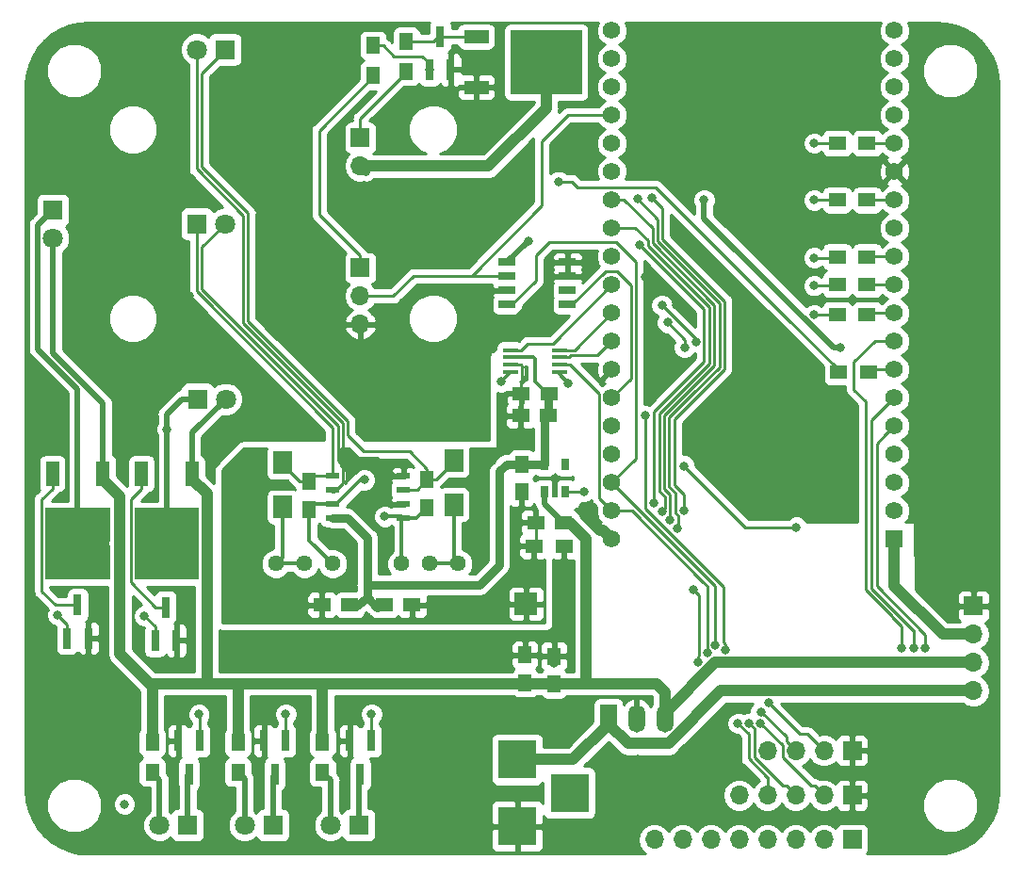
<source format=gtl>
G04 #@! TF.GenerationSoftware,KiCad,Pcbnew,(5.0.0)*
G04 #@! TF.CreationDate,2019-01-08T13:52:07-08:00*
G04 #@! TF.ProjectId,TestPlatformBoard,54657374506C6174666F726D426F6172,rev?*
G04 #@! TF.SameCoordinates,Original*
G04 #@! TF.FileFunction,Copper,L1,Top,Signal*
G04 #@! TF.FilePolarity,Positive*
%FSLAX46Y46*%
G04 Gerber Fmt 4.6, Leading zero omitted, Abs format (unit mm)*
G04 Created by KiCad (PCBNEW (5.0.0)) date 01/08/19 13:52:07*
%MOMM*%
%LPD*%
G01*
G04 APERTURE LIST*
G04 #@! TA.AperFunction,ComponentPad*
%ADD10C,1.560000*%
G04 #@! TD*
G04 #@! TA.AperFunction,ComponentPad*
%ADD11R,1.560000X1.560000*%
G04 #@! TD*
G04 #@! TA.AperFunction,ComponentPad*
%ADD12O,1.500000X2.500000*%
G04 #@! TD*
G04 #@! TA.AperFunction,ComponentPad*
%ADD13R,1.500000X2.500000*%
G04 #@! TD*
G04 #@! TA.AperFunction,SMDPad,CuDef*
%ADD14R,1.500000X1.300000*%
G04 #@! TD*
G04 #@! TA.AperFunction,SMDPad,CuDef*
%ADD15R,0.800000X1.900000*%
G04 #@! TD*
G04 #@! TA.AperFunction,SMDPad,CuDef*
%ADD16R,1.250000X1.500000*%
G04 #@! TD*
G04 #@! TA.AperFunction,SMDPad,CuDef*
%ADD17R,1.300000X1.500000*%
G04 #@! TD*
G04 #@! TA.AperFunction,SMDPad,CuDef*
%ADD18R,1.400000X0.450000*%
G04 #@! TD*
G04 #@! TA.AperFunction,SMDPad,CuDef*
%ADD19R,1.525000X0.650000*%
G04 #@! TD*
G04 #@! TA.AperFunction,ComponentPad*
%ADD20O,1.700000X1.700000*%
G04 #@! TD*
G04 #@! TA.AperFunction,ComponentPad*
%ADD21R,1.700000X1.700000*%
G04 #@! TD*
G04 #@! TA.AperFunction,SMDPad,CuDef*
%ADD22R,0.800000X1.000000*%
G04 #@! TD*
G04 #@! TA.AperFunction,SMDPad,CuDef*
%ADD23R,0.600000X1.000000*%
G04 #@! TD*
G04 #@! TA.AperFunction,SMDPad,CuDef*
%ADD24R,1.200000X2.200000*%
G04 #@! TD*
G04 #@! TA.AperFunction,SMDPad,CuDef*
%ADD25R,5.800000X6.400000*%
G04 #@! TD*
G04 #@! TA.AperFunction,SMDPad,CuDef*
%ADD26R,2.750000X3.050000*%
G04 #@! TD*
G04 #@! TA.AperFunction,ComponentPad*
%ADD27R,1.800000X1.800000*%
G04 #@! TD*
G04 #@! TA.AperFunction,ComponentPad*
%ADD28C,1.800000*%
G04 #@! TD*
G04 #@! TA.AperFunction,SMDPad,CuDef*
%ADD29R,1.500000X1.250000*%
G04 #@! TD*
G04 #@! TA.AperFunction,ComponentPad*
%ADD30C,1.440000*%
G04 #@! TD*
G04 #@! TA.AperFunction,SMDPad,CuDef*
%ADD31R,1.700000X2.000000*%
G04 #@! TD*
G04 #@! TA.AperFunction,SMDPad,CuDef*
%ADD32R,1.143000X0.508000*%
G04 #@! TD*
G04 #@! TA.AperFunction,ComponentPad*
%ADD33R,3.500000X3.500000*%
G04 #@! TD*
G04 #@! TA.AperFunction,ComponentPad*
%ADD34R,2.000000X2.000000*%
G04 #@! TD*
G04 #@! TA.AperFunction,SMDPad,CuDef*
%ADD35R,3.050000X2.750000*%
G04 #@! TD*
G04 #@! TA.AperFunction,SMDPad,CuDef*
%ADD36R,6.400000X5.800000*%
G04 #@! TD*
G04 #@! TA.AperFunction,SMDPad,CuDef*
%ADD37R,2.200000X1.200000*%
G04 #@! TD*
G04 #@! TA.AperFunction,ViaPad*
%ADD38C,0.800000*%
G04 #@! TD*
G04 #@! TA.AperFunction,Conductor*
%ADD39C,0.250000*%
G04 #@! TD*
G04 #@! TA.AperFunction,Conductor*
%ADD40C,0.750000*%
G04 #@! TD*
G04 #@! TA.AperFunction,Conductor*
%ADD41C,0.500000*%
G04 #@! TD*
G04 #@! TA.AperFunction,Conductor*
%ADD42C,0.350000*%
G04 #@! TD*
G04 #@! TA.AperFunction,Conductor*
%ADD43C,1.000000*%
G04 #@! TD*
G04 #@! TA.AperFunction,Conductor*
%ADD44C,0.254000*%
G04 #@! TD*
G04 APERTURE END LIST*
D10*
G04 #@! TO.P,U1,38*
G04 #@! TO.N,N/C*
X53400000Y-1440000D03*
G04 #@! TO.P,U1,37*
X53400000Y-3980000D03*
G04 #@! TO.P,U1,36*
X53400000Y-6520000D03*
G04 #@! TO.P,U1,35*
G04 #@! TO.N,TEMP1W*
X53400000Y-9060000D03*
G04 #@! TO.P,U1,34*
G04 #@! TO.N,IO2*
X53400000Y-11600000D03*
G04 #@! TO.P,U1,33*
G04 #@! TO.N,IO0*
X53400000Y-14140000D03*
G04 #@! TO.P,U1,32*
G04 #@! TO.N,IO4*
X53400000Y-16680000D03*
G04 #@! TO.P,U1,31*
G04 #@! TO.N,IO16*
X53400000Y-19220000D03*
G04 #@! TO.P,U1,30*
G04 #@! TO.N,IO17*
X53400000Y-21760000D03*
G04 #@! TO.P,U1,29*
G04 #@! TO.N,SPI_CS_ADC*
X53400000Y-24300000D03*
G04 #@! TO.P,U1,28*
G04 #@! TO.N,SPI_SCL*
X53400000Y-26840000D03*
G04 #@! TO.P,U1,27*
G04 #@! TO.N,SPI_Dout*
X53400000Y-29380000D03*
G04 #@! TO.P,U1,26*
G04 #@! TO.N,GND*
X53400000Y-31920000D03*
G04 #@! TO.P,U1,25*
G04 #@! TO.N,I2C_SDA*
X53400000Y-34460000D03*
G04 #@! TO.P,U1,24*
G04 #@! TO.N,N/C*
X53400000Y-37000000D03*
G04 #@! TO.P,U1,23*
X53400000Y-39540000D03*
G04 #@! TO.P,U1,22*
G04 #@! TO.N,I2C_SCL*
X53400000Y-42080000D03*
G04 #@! TO.P,U1,21*
G04 #@! TO.N,SPI_Din*
X53400000Y-44620000D03*
G04 #@! TO.P,U1,20*
G04 #@! TO.N,GND*
X53400000Y-47160000D03*
G04 #@! TO.P,U1,18*
G04 #@! TO.N,N/C*
X78800000Y-3980000D03*
G04 #@! TO.P,U1,17*
X78800000Y-6520000D03*
G04 #@! TO.P,U1,16*
X78800000Y-9060000D03*
G04 #@! TO.P,U1,15*
G04 #@! TO.N,CTRL_D2*
X78800000Y-11600000D03*
G04 #@! TO.P,U1,14*
G04 #@! TO.N,GND*
X78800000Y-14140000D03*
G04 #@! TO.P,U1,13*
G04 #@! TO.N,CTRL_D1*
X78800000Y-16680000D03*
G04 #@! TO.P,U1,12*
G04 #@! TO.N,CTRL_3V3A*
X78800000Y-19220000D03*
G04 #@! TO.P,U1,11*
G04 #@! TO.N,LED_R*
X78800000Y-21760000D03*
G04 #@! TO.P,U1,10*
G04 #@! TO.N,LED_Y*
X78800000Y-24300000D03*
G04 #@! TO.P,U1,9*
G04 #@! TO.N,LED_G*
X78800000Y-26840000D03*
G04 #@! TO.P,U1,8*
G04 #@! TO.N,IO33*
X78800000Y-29380000D03*
G04 #@! TO.P,U1,7*
G04 #@! TO.N,CTRL_Heater*
X78800000Y-31920000D03*
G04 #@! TO.P,U1,6*
G04 #@! TO.N,I35*
X78800000Y-34460000D03*
G04 #@! TO.P,U1,5*
G04 #@! TO.N,I34*
X78800000Y-37000000D03*
G04 #@! TO.P,U1,4*
G04 #@! TO.N,N/C*
X78800000Y-39540000D03*
G04 #@! TO.P,U1,3*
X78800000Y-42080000D03*
G04 #@! TO.P,U1,19*
G04 #@! TO.N,+5V*
X78800000Y-1440000D03*
G04 #@! TO.P,U1,2*
G04 #@! TO.N,N/C*
X78800000Y-44620000D03*
D11*
G04 #@! TO.P,U1,1*
G04 #@! TO.N,+3V3*
X78800000Y-47160000D03*
G04 #@! TD*
D12*
G04 #@! TO.P,U2,3*
G04 #@! TO.N,+5V*
X58180000Y-63300000D03*
G04 #@! TO.P,U2,2*
G04 #@! TO.N,GND*
X55640000Y-63300000D03*
D13*
G04 #@! TO.P,U2,1*
G04 #@! TO.N,+12V*
X53100000Y-63300000D03*
G04 #@! TD*
D14*
G04 #@! TO.P,R4,1*
G04 #@! TO.N,LED_G*
X76350000Y-27000000D03*
G04 #@! TO.P,R4,2*
G04 #@! TO.N,Net-(Q2-Pad1)*
X73650000Y-27000000D03*
G04 #@! TD*
D15*
G04 #@! TO.P,Q1,1*
G04 #@! TO.N,Net-(Q1-Pad1)*
X12350000Y-56300000D03*
G04 #@! TO.P,Q1,2*
G04 #@! TO.N,GND*
X14250000Y-56300000D03*
G04 #@! TO.P,Q1,3*
G04 #@! TO.N,Net-(IC1-Pad3)*
X13300000Y-53300000D03*
G04 #@! TD*
D16*
G04 #@! TO.P,C9,1*
G04 #@! TO.N,/LMC6482/Aout*
X36800000Y-44350000D03*
G04 #@! TO.P,C9,2*
G04 #@! TO.N,/LMC6482/A+*
X36800000Y-41850000D03*
G04 #@! TD*
G04 #@! TO.P,C10,2*
G04 #@! TO.N,/LMC6482/B+*
X26200000Y-42000000D03*
G04 #@! TO.P,C10,1*
G04 #@! TO.N,/LMC6482/Bout*
X26200000Y-44500000D03*
G04 #@! TD*
D14*
G04 #@! TO.P,R1,2*
G04 #@! TO.N,CTRL_D1*
X76350000Y-16700000D03*
G04 #@! TO.P,R1,1*
G04 #@! TO.N,Net-(Q1-Pad1)*
X73650000Y-16700000D03*
G04 #@! TD*
D17*
G04 #@! TO.P,R5,1*
G04 #@! TO.N,Net-(D3-Pad2)*
X27400000Y-68150000D03*
G04 #@! TO.P,R5,2*
G04 #@! TO.N,+5V*
X27400000Y-65450000D03*
G04 #@! TD*
D14*
G04 #@! TO.P,R6,2*
G04 #@! TO.N,Net-(Q4-Pad1)*
X73650000Y-21800000D03*
G04 #@! TO.P,R6,1*
G04 #@! TO.N,LED_R*
X76350000Y-21800000D03*
G04 #@! TD*
G04 #@! TO.P,R2,2*
G04 #@! TO.N,CTRL_D2*
X76350000Y-11600000D03*
G04 #@! TO.P,R2,1*
G04 #@! TO.N,Net-(Q5-Pad1)*
X73650000Y-11600000D03*
G04 #@! TD*
G04 #@! TO.P,R8,2*
G04 #@! TO.N,Net-(Q6-Pad1)*
X73650000Y-24300000D03*
G04 #@! TO.P,R8,1*
G04 #@! TO.N,LED_Y*
X76350000Y-24300000D03*
G04 #@! TD*
D17*
G04 #@! TO.P,R7,1*
G04 #@! TO.N,Net-(D6-Pad2)*
X12100000Y-68150000D03*
G04 #@! TO.P,R7,2*
G04 #@! TO.N,+5V*
X12100000Y-65450000D03*
G04 #@! TD*
D14*
G04 #@! TO.P,R3,2*
G04 #@! TO.N,Net-(Q3-Pad1)*
X73780000Y-32170000D03*
G04 #@! TO.P,R3,1*
G04 #@! TO.N,CTRL_Heater*
X76480000Y-32170000D03*
G04 #@! TD*
D18*
G04 #@! TO.P,IC4,1*
G04 #@! TO.N,SPI_CS_ADC*
X44300000Y-30200000D03*
G04 #@! TO.P,IC4,2*
G04 #@! TO.N,+3.3VA*
X44300000Y-30850000D03*
G04 #@! TO.P,IC4,3*
G04 #@! TO.N,GNDA*
X44300000Y-31500000D03*
G04 #@! TO.P,IC4,4*
G04 #@! TO.N,/LMC6482/Bout*
X44300000Y-32150000D03*
G04 #@! TO.P,IC4,5*
G04 #@! TO.N,/LMC6482/Aout*
X48700000Y-32150000D03*
G04 #@! TO.P,IC4,6*
G04 #@! TO.N,SPI_Din*
X48700000Y-31500000D03*
G04 #@! TO.P,IC4,7*
G04 #@! TO.N,SPI_Dout*
X48700000Y-30850000D03*
G04 #@! TO.P,IC4,8*
G04 #@! TO.N,SPI_SCL*
X48700000Y-30200000D03*
G04 #@! TD*
D19*
G04 #@! TO.P,IC5,1*
G04 #@! TO.N,+3V3*
X43988000Y-22295000D03*
G04 #@! TO.P,IC5,2*
G04 #@! TO.N,TEMP1W*
X43988000Y-23565000D03*
G04 #@! TO.P,IC5,3*
G04 #@! TO.N,GND*
X43988000Y-24835000D03*
G04 #@! TO.P,IC5,4*
G04 #@! TO.N,I2C_SCL*
X43988000Y-26105000D03*
G04 #@! TO.P,IC5,5*
G04 #@! TO.N,I2C_SDA*
X49412000Y-26105000D03*
G04 #@! TO.P,IC5,6*
G04 #@! TO.N,N/C*
X49412000Y-24835000D03*
G04 #@! TO.P,IC5,7*
G04 #@! TO.N,GND*
X49412000Y-23565000D03*
G04 #@! TO.P,IC5,8*
X49412000Y-22295000D03*
G04 #@! TD*
D20*
G04 #@! TO.P,J1,4*
G04 #@! TO.N,+12V*
X85900000Y-60820000D03*
G04 #@! TO.P,J1,3*
G04 #@! TO.N,+5V*
X85900000Y-58280000D03*
G04 #@! TO.P,J1,2*
G04 #@! TO.N,+3V3*
X85900000Y-55740000D03*
D21*
G04 #@! TO.P,J1,1*
G04 #@! TO.N,GND*
X85900000Y-53200000D03*
G04 #@! TD*
D20*
G04 #@! TO.P,J2,2*
G04 #@! TO.N,Heater-*
X30800000Y-13640000D03*
D21*
G04 #@! TO.P,J2,1*
G04 #@! TO.N,+12V*
X30800000Y-11100000D03*
G04 #@! TD*
D22*
G04 #@! TO.P,IC3,1*
G04 #@! TO.N,+5V*
X47350000Y-42900000D03*
D23*
G04 #@! TO.P,IC3,2*
G04 #@! TO.N,GNDA*
X48300000Y-42900000D03*
D22*
G04 #@! TO.P,IC3,3*
G04 #@! TO.N,CTRL_3V3A*
X49250000Y-42900000D03*
G04 #@! TO.P,IC3,4*
G04 #@! TO.N,N/C*
X49250000Y-40500000D03*
G04 #@! TO.P,IC3,5*
G04 #@! TO.N,+3.3VA*
X47350000Y-40500000D03*
G04 #@! TD*
D24*
G04 #@! TO.P,IC1,1*
G04 #@! TO.N,+5V*
X15680000Y-41300000D03*
G04 #@! TO.P,IC1,3*
G04 #@! TO.N,Net-(IC1-Pad3)*
X11120000Y-41300000D03*
D25*
G04 #@! TO.P,IC1,2*
G04 #@! TO.N,Net-(D1-Pad1)*
X13400000Y-47600000D03*
D26*
X11875000Y-49275000D03*
X14925000Y-45925000D03*
X14925000Y-49275000D03*
X11875000Y-45925000D03*
G04 #@! TD*
G04 #@! TO.P,IC2,2*
G04 #@! TO.N,Net-(D2-Pad1)*
X3875000Y-45925000D03*
X6925000Y-49275000D03*
X6925000Y-45925000D03*
X3875000Y-49275000D03*
D25*
X5400000Y-47600000D03*
D24*
G04 #@! TO.P,IC2,3*
G04 #@! TO.N,Net-(IC2-Pad3)*
X3120000Y-41300000D03*
G04 #@! TO.P,IC2,1*
G04 #@! TO.N,+5V*
X7680000Y-41300000D03*
G04 #@! TD*
D27*
G04 #@! TO.P,D4,1*
G04 #@! TO.N,/LMC6482/B+*
X16100000Y-18850000D03*
D28*
G04 #@! TO.P,D4,2*
G04 #@! TO.N,GNDA*
X18640000Y-18850000D03*
G04 #@! TD*
G04 #@! TO.P,D5,2*
G04 #@! TO.N,GNDA*
X16100000Y-3175000D03*
D27*
G04 #@! TO.P,D5,1*
G04 #@! TO.N,/LMC6482/A+*
X18640000Y-3175000D03*
G04 #@! TD*
D28*
G04 #@! TO.P,D7,2*
G04 #@! TO.N,Net-(D7-Pad2)*
X20400000Y-72900000D03*
D27*
G04 #@! TO.P,D7,1*
G04 #@! TO.N,Net-(D7-Pad1)*
X22940000Y-72900000D03*
G04 #@! TD*
D16*
G04 #@! TO.P,C8,2*
G04 #@! TO.N,GNDA*
X45300000Y-42950000D03*
G04 #@! TO.P,C8,1*
G04 #@! TO.N,+3.3VA*
X45300000Y-40450000D03*
G04 #@! TD*
D29*
G04 #@! TO.P,C6,2*
G04 #@! TO.N,GNDA*
X45250000Y-34100000D03*
G04 #@! TO.P,C6,1*
G04 #@! TO.N,+3.3VA*
X47750000Y-34100000D03*
G04 #@! TD*
G04 #@! TO.P,C7,1*
G04 #@! TO.N,+3.3VA*
X47700000Y-36100000D03*
G04 #@! TO.P,C7,2*
G04 #@! TO.N,GNDA*
X45200000Y-36100000D03*
G04 #@! TD*
G04 #@! TO.P,C5,1*
G04 #@! TO.N,+5V*
X49050000Y-45700000D03*
G04 #@! TO.P,C5,2*
G04 #@! TO.N,GNDA*
X46550000Y-45700000D03*
G04 #@! TD*
D14*
G04 #@! TO.P,JP1,1*
G04 #@! TO.N,GNDA*
X46400000Y-47800000D03*
G04 #@! TO.P,JP1,2*
G04 #@! TO.N,GND*
X49100000Y-47800000D03*
G04 #@! TD*
D20*
G04 #@! TO.P,J3,3*
G04 #@! TO.N,GND*
X30800000Y-27880000D03*
G04 #@! TO.P,J3,2*
G04 #@! TO.N,TEMP1W*
X30800000Y-25340000D03*
D21*
G04 #@! TO.P,J3,1*
G04 #@! TO.N,+3V3*
X30800000Y-22800000D03*
G04 #@! TD*
D15*
G04 #@! TO.P,Q6,3*
G04 #@! TO.N,Net-(D7-Pad1)*
X23100000Y-68300000D03*
G04 #@! TO.P,Q6,2*
G04 #@! TO.N,GND*
X22150000Y-65300000D03*
G04 #@! TO.P,Q6,1*
G04 #@! TO.N,Net-(Q6-Pad1)*
X24050000Y-65300000D03*
G04 #@! TD*
G04 #@! TO.P,Q2,3*
G04 #@! TO.N,Net-(D3-Pad1)*
X30800000Y-68300000D03*
G04 #@! TO.P,Q2,2*
G04 #@! TO.N,GND*
X29850000Y-65300000D03*
G04 #@! TO.P,Q2,1*
G04 #@! TO.N,Net-(Q2-Pad1)*
X31750000Y-65300000D03*
G04 #@! TD*
D20*
G04 #@! TO.P,J5,8*
G04 #@! TO.N,IO17*
X57220000Y-74200000D03*
G04 #@! TO.P,J5,7*
G04 #@! TO.N,IO16*
X59760000Y-74200000D03*
G04 #@! TO.P,J5,6*
G04 #@! TO.N,IO4*
X62300000Y-74200000D03*
G04 #@! TO.P,J5,5*
G04 #@! TO.N,IO0*
X64840000Y-74200000D03*
G04 #@! TO.P,J5,4*
G04 #@! TO.N,IO2*
X67380000Y-74200000D03*
G04 #@! TO.P,J5,3*
G04 #@! TO.N,IO33*
X69920000Y-74200000D03*
G04 #@! TO.P,J5,2*
G04 #@! TO.N,I35*
X72460000Y-74200000D03*
D21*
G04 #@! TO.P,J5,1*
G04 #@! TO.N,I34*
X75000000Y-74200000D03*
G04 #@! TD*
D15*
G04 #@! TO.P,Q5,1*
G04 #@! TO.N,Net-(Q5-Pad1)*
X4450000Y-56100000D03*
G04 #@! TO.P,Q5,2*
G04 #@! TO.N,GND*
X6350000Y-56100000D03*
G04 #@! TO.P,Q5,3*
G04 #@! TO.N,Net-(IC2-Pad3)*
X5400000Y-53100000D03*
G04 #@! TD*
G04 #@! TO.P,Q4,3*
G04 #@! TO.N,Net-(D6-Pad1)*
X15400000Y-68300000D03*
G04 #@! TO.P,Q4,2*
G04 #@! TO.N,GND*
X14450000Y-65300000D03*
G04 #@! TO.P,Q4,1*
G04 #@! TO.N,Net-(Q4-Pad1)*
X16350000Y-65300000D03*
G04 #@! TD*
D29*
G04 #@! TO.P,C1,2*
G04 #@! TO.N,GNDA*
X27350000Y-53100000D03*
G04 #@! TO.P,C1,1*
G04 #@! TO.N,+3.3VA*
X29850000Y-53100000D03*
G04 #@! TD*
D16*
G04 #@! TO.P,C4,2*
G04 #@! TO.N,GND*
X45600000Y-57600000D03*
G04 #@! TO.P,C4,1*
G04 #@! TO.N,+5V*
X45600000Y-60100000D03*
G04 #@! TD*
D29*
G04 #@! TO.P,C2,1*
G04 #@! TO.N,+3.3VA*
X32950000Y-53100000D03*
G04 #@! TO.P,C2,2*
G04 #@! TO.N,GNDA*
X35450000Y-53100000D03*
G04 #@! TD*
D16*
G04 #@! TO.P,C3,1*
G04 #@! TO.N,+5V*
X48200000Y-60200000D03*
G04 #@! TO.P,C3,2*
G04 #@! TO.N,GND*
X48200000Y-57700000D03*
G04 #@! TD*
D30*
G04 #@! TO.P,RV1,3*
G04 #@! TO.N,Net-(R10-Pad1)*
X39580000Y-49400000D03*
G04 #@! TO.P,RV1,2*
X37040000Y-49400000D03*
G04 #@! TO.P,RV1,1*
G04 #@! TO.N,/LMC6482/Aout*
X34500000Y-49400000D03*
G04 #@! TD*
D31*
G04 #@! TO.P,R11,2*
G04 #@! TO.N,/LMC6482/B+*
X23800000Y-40300000D03*
G04 #@! TO.P,R11,1*
G04 #@! TO.N,Net-(R11-Pad1)*
X23800000Y-44300000D03*
G04 #@! TD*
D17*
G04 #@! TO.P,R9,1*
G04 #@! TO.N,Net-(D7-Pad2)*
X19800000Y-68150000D03*
G04 #@! TO.P,R9,2*
G04 #@! TO.N,+5V*
X19800000Y-65450000D03*
G04 #@! TD*
D31*
G04 #@! TO.P,R10,1*
G04 #@! TO.N,Net-(R10-Pad1)*
X39200000Y-44100000D03*
G04 #@! TO.P,R10,2*
G04 #@! TO.N,/LMC6482/A+*
X39200000Y-40100000D03*
G04 #@! TD*
D32*
G04 #@! TO.P,U3,1*
G04 #@! TO.N,/LMC6482/Aout*
X34675000Y-45305000D03*
G04 #@! TO.P,U3,2*
G04 #@! TO.N,GNDA*
X34675000Y-44035000D03*
G04 #@! TO.P,U3,3*
G04 #@! TO.N,/LMC6482/A+*
X34675000Y-42765000D03*
G04 #@! TO.P,U3,4*
G04 #@! TO.N,GNDA*
X34675000Y-41495000D03*
G04 #@! TO.P,U3,5*
G04 #@! TO.N,/LMC6482/B+*
X28325000Y-41495000D03*
G04 #@! TO.P,U3,6*
G04 #@! TO.N,GNDA*
X28325000Y-42765000D03*
G04 #@! TO.P,U3,7*
G04 #@! TO.N,/LMC6482/Bout*
X28325000Y-44035000D03*
G04 #@! TO.P,U3,8*
G04 #@! TO.N,+3.3VA*
X28325000Y-45305000D03*
G04 #@! TD*
D30*
G04 #@! TO.P,RV2,1*
G04 #@! TO.N,/LMC6482/Bout*
X28300000Y-49400000D03*
G04 #@! TO.P,RV2,2*
G04 #@! TO.N,Net-(R11-Pad1)*
X25760000Y-49400000D03*
G04 #@! TO.P,RV2,3*
X23220000Y-49400000D03*
G04 #@! TD*
D33*
G04 #@! TO.P,J4,3*
G04 #@! TO.N,N/C*
X49600000Y-70000000D03*
G04 #@! TO.P,J4,2*
G04 #@! TO.N,GND*
X44900000Y-73000000D03*
G04 #@! TO.P,J4,1*
G04 #@! TO.N,+12V*
X44900000Y-67000000D03*
G04 #@! TD*
D27*
G04 #@! TO.P,D1,1*
G04 #@! TO.N,Net-(D1-Pad1)*
X16160000Y-34600000D03*
D28*
G04 #@! TO.P,D1,2*
G04 #@! TO.N,+5V*
X18700000Y-34600000D03*
G04 #@! TD*
G04 #@! TO.P,D2,2*
G04 #@! TO.N,+5V*
X3175000Y-20140000D03*
D27*
G04 #@! TO.P,D2,1*
G04 #@! TO.N,Net-(D2-Pad1)*
X3175000Y-17600000D03*
G04 #@! TD*
D28*
G04 #@! TO.P,D3,2*
G04 #@! TO.N,Net-(D3-Pad2)*
X28120000Y-72900000D03*
D27*
G04 #@! TO.P,D3,1*
G04 #@! TO.N,Net-(D3-Pad1)*
X30660000Y-72900000D03*
G04 #@! TD*
G04 #@! TO.P,D6,1*
G04 #@! TO.N,Net-(D6-Pad1)*
X15280000Y-72900000D03*
D28*
G04 #@! TO.P,D6,2*
G04 #@! TO.N,Net-(D6-Pad2)*
X12740000Y-72900000D03*
G04 #@! TD*
D20*
G04 #@! TO.P,J6,5*
G04 #@! TO.N,+3V3*
X64840000Y-70200000D03*
G04 #@! TO.P,J6,4*
G04 #@! TO.N,SPI_SCL*
X67380000Y-70200000D03*
G04 #@! TO.P,J6,3*
G04 #@! TO.N,SPI_Dout*
X69920000Y-70200000D03*
G04 #@! TO.P,J6,2*
G04 #@! TO.N,SPI_Din*
X72460000Y-70200000D03*
D21*
G04 #@! TO.P,J6,1*
G04 #@! TO.N,GND*
X75000000Y-70200000D03*
G04 #@! TD*
D20*
G04 #@! TO.P,J7,4*
G04 #@! TO.N,+3V3*
X67380000Y-66200000D03*
G04 #@! TO.P,J7,3*
G04 #@! TO.N,I2C_SCL*
X69920000Y-66200000D03*
G04 #@! TO.P,J7,2*
G04 #@! TO.N,I2C_SDA*
X72460000Y-66200000D03*
D21*
G04 #@! TO.P,J7,1*
G04 #@! TO.N,GND*
X75000000Y-66200000D03*
G04 #@! TD*
D34*
G04 #@! TO.P,J8,1*
G04 #@! TO.N,GNDA*
X45700000Y-53000000D03*
G04 #@! TD*
D15*
G04 #@! TO.P,Q3,3*
G04 #@! TO.N,Net-(Q3-Pad3)*
X37970000Y-1990000D03*
G04 #@! TO.P,Q3,2*
G04 #@! TO.N,GND*
X38920000Y-4990000D03*
G04 #@! TO.P,Q3,1*
G04 #@! TO.N,Net-(Q3-Pad1)*
X37020000Y-4990000D03*
G04 #@! TD*
D35*
G04 #@! TO.P,Q7,2*
G04 #@! TO.N,Heater-*
X45840001Y-5830001D03*
X49190001Y-2780001D03*
X45840001Y-2780001D03*
X49190001Y-5830001D03*
D36*
X47515001Y-4305001D03*
D37*
G04 #@! TO.P,Q7,3*
G04 #@! TO.N,GND*
X41215001Y-6585001D03*
G04 #@! TO.P,Q7,1*
G04 #@! TO.N,Net-(Q3-Pad3)*
X41215001Y-2025001D03*
G04 #@! TD*
D17*
G04 #@! TO.P,R14,2*
G04 #@! TO.N,Net-(Q3-Pad1)*
X31950000Y-2810000D03*
G04 #@! TO.P,R14,1*
G04 #@! TO.N,+3V3*
X31950000Y-5510000D03*
G04 #@! TD*
G04 #@! TO.P,R15,1*
G04 #@! TO.N,Net-(Q3-Pad3)*
X34930000Y-2440000D03*
G04 #@! TO.P,R15,2*
G04 #@! TO.N,+12V*
X34930000Y-5140000D03*
G04 #@! TD*
D38*
G04 #@! TO.N,GNDA*
X20000000Y-49700000D03*
X46500000Y-50100000D03*
X44700000Y-45100000D03*
X41150000Y-46150000D03*
X32760000Y-40750000D03*
X29650000Y-51250000D03*
X28250000Y-47250000D03*
X41350000Y-41800000D03*
X20500000Y-41090000D03*
X20220000Y-45540000D03*
X23970000Y-53310000D03*
X38810000Y-53410000D03*
X32750000Y-49900000D03*
X45360000Y-38310000D03*
X48290000Y-41710000D03*
G04 #@! TO.N,+5V*
X9200000Y-51100000D03*
X9200000Y-56100000D03*
G04 #@! TO.N,GND*
X49300000Y-12800000D03*
X48200000Y-58300000D03*
X50400000Y-62700000D03*
X49000000Y-51000000D03*
X73400000Y-43100000D03*
X65800000Y-37200000D03*
X70300000Y-34300000D03*
X83800000Y-47100000D03*
X83900000Y-38600000D03*
X83500000Y-28700000D03*
X83400000Y-21200000D03*
X73300000Y-19300000D03*
X62800000Y-14100000D03*
X58300000Y-8100000D03*
X68200000Y-4300000D03*
X73500000Y-6700000D03*
G04 #@! TO.N,Heater-*
X46000000Y-5200000D03*
G04 #@! TO.N,GND*
X45300000Y-15900000D03*
X38000000Y-18500000D03*
X29000000Y-18400000D03*
X25500000Y-7400000D03*
X20400000Y-9200000D03*
X12300000Y-15500000D03*
X4400000Y-11400000D03*
X5700000Y-24700000D03*
X2400000Y-36100000D03*
X25000000Y-27700000D03*
X22630000Y-28070000D03*
X10400000Y-61900000D03*
X3200000Y-66200000D03*
G04 #@! TO.N,*
X9600000Y-71000000D03*
G04 #@! TO.N,GND*
X17950000Y-73000000D03*
X25650000Y-73000000D03*
X37100000Y-72100000D03*
X36700000Y-63100000D03*
X25700000Y-57700000D03*
X39100000Y-57700000D03*
X77900000Y-63800000D03*
X84500000Y-64400000D03*
X79300000Y-73700000D03*
X62900000Y-67500000D03*
X65200000Y-25800000D03*
X62800000Y-23100000D03*
X60000000Y-20300000D03*
X15400000Y-25300000D03*
X11000000Y-38200000D03*
X8600000Y-32800000D03*
X4600000Y-58700000D03*
X29200000Y-62500000D03*
X21550000Y-62550000D03*
X13950000Y-62400000D03*
X14200000Y-58700000D03*
X55700000Y-67000000D03*
X56600000Y-69800000D03*
X52500000Y-73850000D03*
X51000000Y-45000000D03*
X83000000Y-52500000D03*
X87500000Y-62500000D03*
X57470000Y-31510000D03*
X59200000Y-26150000D03*
X56380000Y-23610000D03*
X25370000Y-16840000D03*
X33610000Y-11940000D03*
X44180000Y-8950000D03*
X41490000Y-4700000D03*
X42580000Y-8190000D03*
X51520000Y-7840000D03*
X41560000Y-12050000D03*
X35760000Y-32480000D03*
X41865000Y-24835000D03*
X52120000Y-12870000D03*
X24210000Y-37150000D03*
X41320000Y-33320000D03*
X32540000Y-37010000D03*
G04 #@! TO.N,/LMC6482/Aout*
X33000000Y-45150000D03*
X49500000Y-33150000D03*
G04 #@! TO.N,/LMC6482/Bout*
X31150000Y-41850000D03*
X43450000Y-33050000D03*
G04 #@! TO.N,CTRL_3V3A*
X50900000Y-42900000D03*
G04 #@! TO.N,SPI_Din*
X66780709Y-63740640D03*
X61970000Y-57430000D03*
G04 #@! TO.N,SPI_Dout*
X65762653Y-63737347D03*
X61136704Y-58287660D03*
X60700000Y-51700000D03*
X58415347Y-27725000D03*
X59944000Y-29944000D03*
G04 #@! TO.N,SPI_SCL*
X64750000Y-63750000D03*
X57912000Y-26162000D03*
X60964000Y-29464000D03*
G04 #@! TO.N,+3V3*
X59900000Y-40600000D03*
X70000000Y-46100000D03*
X45900000Y-20400000D03*
X61700000Y-16700000D03*
X73900000Y-30000000D03*
G04 #@! TO.N,I2C_SCL*
X66797346Y-62702040D03*
X62695000Y-56717823D03*
G04 #@! TO.N,I2C_SDA*
X56400000Y-36100000D03*
X67510000Y-61920000D03*
X63581789Y-57180000D03*
G04 #@! TO.N,IO0*
X59300000Y-46200000D03*
X55700000Y-16600000D03*
G04 #@! TO.N,IO2*
X59912653Y-44587347D03*
X57000000Y-16500000D03*
G04 #@! TO.N,IO4*
X58616907Y-45421990D03*
G04 #@! TO.N,IO16*
X57925000Y-44700000D03*
G04 #@! TO.N,IO17*
X55900000Y-20700000D03*
X57200000Y-43900000D03*
G04 #@! TO.N,IO33*
X79400000Y-57000000D03*
G04 #@! TO.N,I34*
X81600000Y-57000000D03*
G04 #@! TO.N,I35*
X80500000Y-57000000D03*
G04 #@! TO.N,Net-(D1-Pad1)*
X13400000Y-37300000D03*
G04 #@! TO.N,Net-(Q1-Pad1)*
X11400000Y-54100000D03*
X71600000Y-16700000D03*
G04 #@! TO.N,Net-(Q2-Pad1)*
X31800000Y-62900000D03*
X71600000Y-27000000D03*
G04 #@! TO.N,Net-(Q3-Pad1)*
X48600000Y-15050000D03*
X37020000Y-4990000D03*
G04 #@! TO.N,Net-(Q4-Pad1)*
X71600000Y-21900000D03*
X16300000Y-62946602D03*
G04 #@! TO.N,Net-(Q5-Pad1)*
X3600000Y-54000000D03*
X71600000Y-11600000D03*
G04 #@! TO.N,Net-(Q6-Pad1)*
X24100000Y-62900000D03*
X71600000Y-24400000D03*
G04 #@! TD*
D39*
G04 #@! TO.N,GNDA*
X46550000Y-47650000D02*
X46400000Y-47800000D01*
X46550000Y-45700000D02*
X46550000Y-47650000D01*
D40*
X41550000Y-40100000D02*
X42600000Y-40100000D01*
D39*
X29221501Y-42185999D02*
X28642500Y-42765000D01*
X18640000Y-18850000D02*
X16550010Y-20939990D01*
X16550010Y-20939990D02*
X16550010Y-24740598D01*
X16550010Y-24740598D02*
X28775010Y-36965598D01*
X28642500Y-42765000D02*
X28325000Y-42765000D01*
X28775010Y-40110000D02*
X29221501Y-40556491D01*
X29221501Y-40556491D02*
X29221501Y-42185999D01*
X33853500Y-41495000D02*
X32258500Y-39900000D01*
X16100000Y-13910000D02*
X16100000Y-3175000D01*
X34675000Y-41495000D02*
X33853500Y-41495000D01*
X29230000Y-39900000D02*
X29230000Y-36770000D01*
X29230000Y-36770000D02*
X20270000Y-27810000D01*
X20270000Y-18080000D02*
X16100000Y-13910000D01*
X20270000Y-27810000D02*
X20270000Y-18080000D01*
X28775010Y-36965598D02*
X28775010Y-40110000D01*
X32258500Y-39900000D02*
X29230000Y-39900000D01*
D41*
X48300000Y-41720000D02*
X48290000Y-41710000D01*
X48300000Y-42900000D02*
X48300000Y-41720000D01*
D40*
G04 #@! TO.N,+3.3VA*
X29646500Y-45305000D02*
X31400000Y-47058500D01*
X28325000Y-45305000D02*
X29646500Y-45305000D01*
X47300000Y-40450000D02*
X47350000Y-40500000D01*
X45300000Y-40450000D02*
X47300000Y-40450000D01*
X47350000Y-36450000D02*
X47700000Y-36100000D01*
X47350000Y-40500000D02*
X47350000Y-36450000D01*
X47700000Y-34150000D02*
X47750000Y-34100000D01*
X47700000Y-36100000D02*
X47700000Y-34150000D01*
D42*
X44300000Y-30850000D02*
X46350000Y-30850000D01*
X47625000Y-34100000D02*
X47750000Y-34100000D01*
X46524999Y-32999999D02*
X47625000Y-34100000D01*
X46524999Y-31024999D02*
X46524999Y-32999999D01*
X46350000Y-30850000D02*
X46524999Y-31024999D01*
D40*
X30500000Y-53200000D02*
X29800000Y-53100000D01*
X31400000Y-52375000D02*
X30500000Y-53200000D01*
X32300000Y-53300000D02*
X31400000Y-52375000D01*
X33000000Y-53100000D02*
X32300000Y-53300000D01*
X34875000Y-51300000D02*
X31400000Y-51300000D01*
X41500000Y-51300000D02*
X34875000Y-51300000D01*
X31400000Y-51300000D02*
X31400000Y-52375000D01*
X31400000Y-47058500D02*
X31400000Y-51300000D01*
X45300000Y-40450000D02*
X43925000Y-40450000D01*
X43925000Y-40450000D02*
X43300000Y-41075000D01*
X43300000Y-41075000D02*
X43300000Y-49500000D01*
X43300000Y-49500000D02*
X41500000Y-51300000D01*
D41*
G04 #@! TO.N,+5V*
X15680000Y-37620000D02*
X15680000Y-41300000D01*
X18700000Y-34600000D02*
X15680000Y-37620000D01*
X7680000Y-39700000D02*
X7680000Y-41300000D01*
X7680000Y-34990038D02*
X7680000Y-39700000D01*
X3175000Y-20140000D02*
X3175000Y-30485038D01*
D43*
X7680000Y-41300000D02*
X7680000Y-41800000D01*
X7680000Y-41800000D02*
X9200000Y-43320000D01*
X9200000Y-43320000D02*
X9200000Y-51100000D01*
X9200000Y-57500000D02*
X11900000Y-60200000D01*
X17000001Y-60099999D02*
X16900000Y-60200000D01*
X17000001Y-43120001D02*
X17000001Y-60099999D01*
X15680000Y-41800000D02*
X17000001Y-43120001D01*
X15680000Y-41300000D02*
X15680000Y-41800000D01*
X11900000Y-60200000D02*
X16900000Y-60200000D01*
X12100000Y-60400000D02*
X11900000Y-60200000D01*
X12100000Y-65450000D02*
X12100000Y-60400000D01*
X19800000Y-65450000D02*
X19800000Y-60200000D01*
X16900000Y-60200000D02*
X19800000Y-60200000D01*
X27400000Y-65450000D02*
X27400000Y-60200000D01*
X19800000Y-60200000D02*
X27400000Y-60200000D01*
X58180000Y-62800000D02*
X58180000Y-63300000D01*
X62700000Y-58280000D02*
X58180000Y-62800000D01*
X85900000Y-58280000D02*
X62700000Y-58280000D01*
X51100000Y-47139998D02*
X51100000Y-60200000D01*
X49660002Y-45700000D02*
X51100000Y-47139998D01*
X49050000Y-45700000D02*
X49660002Y-45700000D01*
X27400000Y-60200000D02*
X51100000Y-60200000D01*
D41*
X47350000Y-44000000D02*
X49050000Y-45700000D01*
X47350000Y-42900000D02*
X47350000Y-44000000D01*
X3175000Y-30485038D02*
X7680000Y-34990038D01*
D43*
X9200000Y-51100000D02*
X9200000Y-56100000D01*
X9200000Y-56100000D02*
X9200000Y-57500000D01*
X58180000Y-60930000D02*
X58180000Y-63300000D01*
X51100000Y-60200000D02*
X57450000Y-60200000D01*
X57450000Y-60200000D02*
X58180000Y-60930000D01*
D39*
G04 #@! TO.N,GND*
X49412000Y-23565000D02*
X49412000Y-22295000D01*
X41865000Y-24835000D02*
X41865000Y-24835000D01*
X48399500Y-23565000D02*
X44664500Y-27300000D01*
X49412000Y-23565000D02*
X48399500Y-23565000D01*
X42500000Y-27300000D02*
X41700000Y-26500000D01*
X44664500Y-27300000D02*
X42500000Y-27300000D01*
X41700000Y-26500000D02*
X41700000Y-25000000D01*
X41700000Y-25000000D02*
X41865000Y-24835000D01*
G04 #@! TO.N,GNDA*
X45250000Y-33225000D02*
X45250000Y-34100000D01*
X45325001Y-33149999D02*
X45250000Y-33225000D01*
X45325001Y-31575001D02*
X45325001Y-33149999D01*
X45250000Y-31500000D02*
X45325001Y-31575001D01*
X44300000Y-31500000D02*
X45250000Y-31500000D01*
D43*
G04 #@! TO.N,GND*
X52620001Y-46380001D02*
X52380001Y-46380001D01*
X53400000Y-47160000D02*
X52620001Y-46380001D01*
X52380001Y-46380001D02*
X51000000Y-45000000D01*
D39*
X41865000Y-24835000D02*
X43988000Y-24835000D01*
D42*
G04 #@! TO.N,/LMC6482/Aout*
X34500000Y-45480000D02*
X34675000Y-45305000D01*
X34500000Y-49400000D02*
X34500000Y-45480000D01*
X35845000Y-45305000D02*
X34675000Y-45305000D01*
X36800000Y-44350000D02*
X35845000Y-45305000D01*
X48700000Y-32350000D02*
X49500000Y-33150000D01*
X34520000Y-45150000D02*
X34675000Y-45305000D01*
X48700000Y-32150000D02*
X48700000Y-32350000D01*
X33000000Y-45150000D02*
X34520000Y-45150000D01*
G04 #@! TO.N,/LMC6482/Bout*
X26200000Y-47300000D02*
X28300000Y-49400000D01*
X26200000Y-44500000D02*
X26200000Y-47300000D01*
X26665000Y-44035000D02*
X26200000Y-44500000D01*
X28325000Y-44035000D02*
X26665000Y-44035000D01*
X30827500Y-41850000D02*
X31150000Y-41850000D01*
X28325000Y-44035000D02*
X28642500Y-44035000D01*
X28642500Y-44035000D02*
X30827500Y-41850000D01*
X43450000Y-33000000D02*
X44300000Y-32150000D01*
X43450000Y-33050000D02*
X43450000Y-33000000D01*
D41*
G04 #@! TO.N,Net-(D3-Pad2)*
X28120000Y-68870000D02*
X27400000Y-68150000D01*
X28120000Y-72900000D02*
X28120000Y-68870000D01*
G04 #@! TO.N,Net-(D3-Pad1)*
X30660000Y-68440000D02*
X30800000Y-68300000D01*
X30660000Y-72900000D02*
X30660000Y-68440000D01*
G04 #@! TO.N,Net-(D6-Pad2)*
X12740000Y-68790000D02*
X12100000Y-68150000D01*
X12740000Y-72900000D02*
X12740000Y-68790000D01*
G04 #@! TO.N,Net-(D6-Pad1)*
X15280000Y-68420000D02*
X15400000Y-68300000D01*
X15280000Y-72900000D02*
X15280000Y-68420000D01*
G04 #@! TO.N,Net-(D7-Pad1)*
X22940000Y-68460000D02*
X23100000Y-68300000D01*
X22940000Y-72900000D02*
X22940000Y-68460000D01*
G04 #@! TO.N,Net-(D7-Pad2)*
X20400000Y-68750000D02*
X19800000Y-68150000D01*
X20400000Y-72900000D02*
X20400000Y-68750000D01*
D39*
G04 #@! TO.N,CTRL_3V3A*
X49250000Y-42900000D02*
X50900000Y-42900000D01*
G04 #@! TO.N,SPI_CS_ADC*
X53400000Y-24300000D02*
X48100000Y-29600000D01*
X45250000Y-30200000D02*
X44300000Y-30200000D01*
X45850000Y-29600000D02*
X45250000Y-30200000D01*
X48100000Y-29600000D02*
X45850000Y-29600000D01*
G04 #@! TO.N,SPI_Din*
X52620001Y-43840001D02*
X53400000Y-44620000D01*
X52294999Y-43514999D02*
X52620001Y-43840001D01*
X52294999Y-34144999D02*
X52294999Y-43514999D01*
X49650000Y-31500000D02*
X52294999Y-34144999D01*
X48700000Y-31500000D02*
X49650000Y-31500000D01*
X71610001Y-69350001D02*
X71330999Y-69350001D01*
X71330999Y-69350001D02*
X68744999Y-66764001D01*
X68744999Y-66764001D02*
X68744999Y-65825997D01*
X72460000Y-70200000D02*
X71610001Y-69350001D01*
X55220000Y-44620000D02*
X53400000Y-44620000D01*
X68744999Y-65825997D02*
X68744999Y-65704930D01*
X68744999Y-65704930D02*
X66780709Y-63740640D01*
X61970000Y-51370000D02*
X61610000Y-51010000D01*
X61970000Y-57430000D02*
X61970000Y-51370000D01*
X61610000Y-51010000D02*
X55220000Y-44620000D01*
G04 #@! TO.N,SPI_Dout*
X68790999Y-69350001D02*
X66200000Y-66759002D01*
X69920000Y-70200000D02*
X69070001Y-69350001D01*
X69070001Y-69350001D02*
X68790999Y-69350001D01*
X66200000Y-66759002D02*
X66200000Y-64200000D01*
X66200000Y-64200000D02*
X66200000Y-64174694D01*
X66200000Y-64174694D02*
X65762653Y-63737347D01*
X61099999Y-52099999D02*
X60700000Y-51700000D01*
X61136704Y-58287660D02*
X61136704Y-57721975D01*
X61225001Y-57633678D02*
X61225001Y-52225001D01*
X61136704Y-57721975D02*
X61225001Y-57633678D01*
X61225001Y-52225001D02*
X61099999Y-52099999D01*
X52620001Y-30159999D02*
X53400000Y-29380000D01*
X52129990Y-30650010D02*
X52620001Y-30159999D01*
X49759992Y-30650010D02*
X52129990Y-30650010D01*
X49560002Y-30850000D02*
X49759992Y-30650010D01*
X48700000Y-30850000D02*
X49560002Y-30850000D01*
X59944000Y-29253653D02*
X59944000Y-29944000D01*
X58415347Y-27725000D02*
X59944000Y-29253653D01*
G04 #@! TO.N,SPI_SCL*
X50040000Y-30200000D02*
X53400000Y-26840000D01*
X48700000Y-30200000D02*
X50040000Y-30200000D01*
X67380000Y-70200000D02*
X67380000Y-68575412D01*
X67380000Y-68575412D02*
X67375412Y-68575412D01*
X67375412Y-68575412D02*
X65700000Y-66900000D01*
X65700000Y-66900000D02*
X65700000Y-65300000D01*
X65700000Y-65300000D02*
X65700000Y-64700000D01*
X65700000Y-64700000D02*
X64750000Y-63750000D01*
X60964000Y-29214000D02*
X60964000Y-29464000D01*
X57912000Y-26162000D02*
X60964000Y-29214000D01*
D43*
G04 #@! TO.N,+3V3*
X85900000Y-55740000D02*
X83140000Y-55740000D01*
X78800000Y-51400000D02*
X78800000Y-47160000D01*
X83140000Y-55740000D02*
X78800000Y-51400000D01*
D39*
X59900000Y-40600000D02*
X65400000Y-46100000D01*
X65400000Y-46100000D02*
X70000000Y-46100000D01*
D41*
X45883000Y-20400000D02*
X43988000Y-22295000D01*
X45900000Y-20400000D02*
X45883000Y-20400000D01*
X73341998Y-30000000D02*
X73900000Y-30000000D01*
X61700000Y-16700000D02*
X61700000Y-18358002D01*
X61700000Y-18358002D02*
X73341998Y-30000000D01*
D39*
X31950000Y-5610000D02*
X27100000Y-10460000D01*
X31950000Y-5510000D02*
X31950000Y-5610000D01*
X30800000Y-21700000D02*
X30800000Y-22800000D01*
X27100000Y-18000000D02*
X30800000Y-21700000D01*
X27100000Y-10460000D02*
X27100000Y-18000000D01*
G04 #@! TO.N,TEMP1W*
X30800000Y-25340000D02*
X33760000Y-25340000D01*
X33760000Y-25340000D02*
X35600000Y-23500000D01*
X40800000Y-23500000D02*
X47100000Y-17200000D01*
X35600000Y-23500000D02*
X40800000Y-23500000D01*
X47100000Y-17200000D02*
X47100000Y-11400000D01*
X49440000Y-9060000D02*
X53400000Y-9060000D01*
X47100000Y-11400000D02*
X49440000Y-9060000D01*
X42910500Y-23500000D02*
X40800000Y-23500000D01*
X42975500Y-23565000D02*
X42910500Y-23500000D01*
X43988000Y-23565000D02*
X42975500Y-23565000D01*
G04 #@! TO.N,I2C_SCL*
X55550010Y-39929990D02*
X53400000Y-42080000D01*
X55550010Y-22274608D02*
X55550010Y-39929990D01*
X44425500Y-26105000D02*
X46600000Y-23930500D01*
X43988000Y-26105000D02*
X44425500Y-26105000D01*
X46600000Y-23930500D02*
X46600000Y-21700000D01*
X46600000Y-21700000D02*
X47800000Y-20500000D01*
X47800000Y-20500000D02*
X53775402Y-20500000D01*
X53775402Y-20500000D02*
X55550010Y-22274608D01*
X69070001Y-64974695D02*
X66797346Y-62702040D01*
X69920000Y-66200000D02*
X69070001Y-65350001D01*
X69070001Y-65350001D02*
X69070001Y-64974695D01*
X62695000Y-51375000D02*
X61930000Y-50610000D01*
X62695000Y-56717823D02*
X62695000Y-51375000D01*
X62400000Y-51080000D02*
X61930000Y-50610000D01*
X61930000Y-50610000D02*
X53400000Y-42080000D01*
G04 #@! TO.N,I2C_SDA*
X49849500Y-26105000D02*
X52854500Y-23100000D01*
X49412000Y-26105000D02*
X49849500Y-26105000D01*
X53835402Y-23100000D02*
X55100000Y-24364598D01*
X52854500Y-23100000D02*
X53835402Y-23100000D01*
X56400000Y-44443590D02*
X56400000Y-36100000D01*
X72460000Y-66200000D02*
X70940000Y-64680000D01*
X70940000Y-64680000D02*
X70270000Y-64680000D01*
X70270000Y-64680000D02*
X67510000Y-61920000D01*
X63420001Y-51463591D02*
X62360000Y-50403590D01*
X63420001Y-56452527D02*
X63420001Y-51463591D01*
X63581789Y-56614315D02*
X63420001Y-56452527D01*
X63581789Y-57180000D02*
X63581789Y-56614315D01*
X62850009Y-50893599D02*
X62360000Y-50403590D01*
X62360000Y-50403590D02*
X56400000Y-44443590D01*
X55100000Y-32760000D02*
X53400000Y-34460000D01*
X55100000Y-24364598D02*
X55100000Y-32760000D01*
D43*
G04 #@! TO.N,+12V*
X49900000Y-67000000D02*
X53100000Y-63800000D01*
X44900000Y-67000000D02*
X49900000Y-67000000D01*
X63210623Y-60820000D02*
X58530623Y-65500000D01*
X85900000Y-60820000D02*
X63210623Y-60820000D01*
X53100000Y-63800000D02*
X53100000Y-63300000D01*
X54850000Y-65550000D02*
X53100000Y-63800000D01*
X58480623Y-65550000D02*
X54850000Y-65550000D01*
X58530623Y-65500000D02*
X58480623Y-65550000D01*
D39*
X30800000Y-9370000D02*
X30800000Y-11100000D01*
X34930000Y-5140000D02*
X34930000Y-5240000D01*
X34930000Y-5240000D02*
X30800000Y-9370000D01*
D40*
G04 #@! TO.N,Heater-*
X31260000Y-14100000D02*
X30800000Y-13640000D01*
D43*
X30800000Y-13640000D02*
X42300000Y-13640000D01*
X47515001Y-8424999D02*
X47515001Y-4305001D01*
X42300000Y-13640000D02*
X47515001Y-8424999D01*
D39*
G04 #@! TO.N,IO0*
X59300000Y-46200000D02*
X59400000Y-46100000D01*
X59400000Y-45100000D02*
X59100020Y-44800020D01*
X59400000Y-46100000D02*
X59400000Y-45100000D01*
X59100020Y-44800020D02*
X59100020Y-43027200D01*
X59100020Y-43027200D02*
X58550030Y-42477210D01*
X58550030Y-42477210D02*
X58550030Y-36259200D01*
X58550030Y-36259200D02*
X58550030Y-36259199D01*
X58550030Y-36259199D02*
X60668224Y-34141005D01*
X60668224Y-34141005D02*
X63100000Y-31709229D01*
X63100000Y-25990770D02*
X63050028Y-25940798D01*
X63100000Y-31709229D02*
X63100000Y-25990770D01*
X63050029Y-25990770D02*
X63050028Y-25940798D01*
X63100000Y-25990770D02*
X63050029Y-25990770D01*
X63050028Y-25940798D02*
X57525021Y-20415791D01*
X57525021Y-20415791D02*
X57525021Y-18425021D01*
X57525021Y-18425021D02*
X55700000Y-16600000D01*
G04 #@! TO.N,IO2*
X59912653Y-43203423D02*
X59912653Y-44587347D01*
X59000040Y-42290810D02*
X59912653Y-43203423D01*
X57975031Y-17475031D02*
X57975031Y-20229391D01*
X57000000Y-16500000D02*
X57975031Y-17475031D01*
X57975031Y-20229391D02*
X63550010Y-25804370D01*
X63550010Y-25804370D02*
X63550009Y-31895630D01*
X63550009Y-31895630D02*
X59000040Y-36445599D01*
X59000040Y-36445599D02*
X59000040Y-42290810D01*
G04 #@! TO.N,IO4*
X54503086Y-16680000D02*
X53400000Y-16680000D01*
X57075011Y-19251925D02*
X54503086Y-16680000D01*
X57075011Y-20602191D02*
X57075011Y-19251925D01*
X62600019Y-26127199D02*
X57075011Y-20602191D01*
X58650010Y-45388887D02*
X58650010Y-43213600D01*
X58650010Y-43213600D02*
X58100020Y-42663610D01*
X58100020Y-42663610D02*
X58100020Y-36072800D01*
X58100020Y-36072800D02*
X62600019Y-31572799D01*
X58616907Y-45421990D02*
X58650010Y-45388887D01*
X62600019Y-31572799D02*
X62600019Y-26127199D01*
G04 #@! TO.N,IO16*
X57925000Y-44700000D02*
X58200000Y-44425000D01*
X58200000Y-43400000D02*
X57650010Y-42850010D01*
X58200000Y-44425000D02*
X58200000Y-43400000D01*
X57650010Y-35886400D02*
X62150010Y-31386400D01*
X57650010Y-42850010D02*
X57650010Y-35886400D01*
X62150010Y-31386400D02*
X62150009Y-26313599D01*
X54503086Y-19220000D02*
X53400000Y-19220000D01*
X55493002Y-19220000D02*
X54503086Y-19220000D01*
X56625001Y-20351999D02*
X55493002Y-19220000D01*
X56625001Y-20788591D02*
X56625001Y-20351999D01*
X62150009Y-26313599D02*
X56625001Y-20788591D01*
G04 #@! TO.N,IO17*
X61700000Y-31200000D02*
X57200000Y-35700000D01*
X57200000Y-35700000D02*
X57200000Y-43900000D01*
X61700000Y-31200000D02*
X61700000Y-26500000D01*
X61700000Y-26500000D02*
X61240000Y-26040000D01*
X61240000Y-26040000D02*
X55900000Y-20700000D01*
G04 #@! TO.N,IO33*
X76200000Y-51736410D02*
X76200000Y-34800000D01*
X78600000Y-54136410D02*
X76200000Y-51736410D01*
X79400000Y-57000000D02*
X79400000Y-55000000D01*
X78600000Y-54200000D02*
X78600000Y-54136410D01*
X79400000Y-55000000D02*
X78600000Y-54200000D01*
X76200000Y-34800000D02*
X75150000Y-33750000D01*
X77696914Y-29380000D02*
X78800000Y-29380000D01*
X77034998Y-29380000D02*
X77696914Y-29380000D01*
X75150000Y-31264998D02*
X77034998Y-29380000D01*
X75150000Y-33750000D02*
X75150000Y-31264998D01*
G04 #@! TO.N,I34*
X78020001Y-37779999D02*
X78800000Y-37000000D01*
X77200000Y-38600000D02*
X78020001Y-37779999D01*
X77200000Y-51400000D02*
X77200000Y-38600000D01*
X81600000Y-55800000D02*
X77200000Y-51400000D01*
X81600000Y-57000000D02*
X81600000Y-55800000D01*
G04 #@! TO.N,I35*
X78020001Y-35239999D02*
X78800000Y-34460000D01*
X76749990Y-36510010D02*
X78020001Y-35239999D01*
X76749990Y-51649990D02*
X76749990Y-36510010D01*
X80436410Y-55336410D02*
X76749990Y-51649990D01*
X80500000Y-55336410D02*
X80436410Y-55336410D01*
X80500000Y-57000000D02*
X80500000Y-55336410D01*
G04 #@! TO.N,CTRL_D1*
X76370000Y-16680000D02*
X76350000Y-16700000D01*
X78800000Y-16680000D02*
X76370000Y-16680000D01*
G04 #@! TO.N,CTRL_D2*
X78800000Y-11600000D02*
X76350000Y-11600000D01*
D42*
G04 #@! TO.N,CTRL_Heater*
X78770000Y-31950000D02*
X78800000Y-31920000D01*
D39*
X76730000Y-31920000D02*
X76480000Y-32170000D01*
X78800000Y-31920000D02*
X76730000Y-31920000D01*
G04 #@! TO.N,LED_G*
X76510000Y-26840000D02*
X76350000Y-27000000D01*
X78800000Y-26840000D02*
X76510000Y-26840000D01*
G04 #@! TO.N,LED_R*
X76390000Y-21760000D02*
X76350000Y-21800000D01*
X78800000Y-21760000D02*
X76390000Y-21760000D01*
G04 #@! TO.N,LED_Y*
X78800000Y-24300000D02*
X76350000Y-24300000D01*
D42*
G04 #@! TO.N,Net-(R10-Pad1)*
X39200000Y-49020000D02*
X39580000Y-49400000D01*
X39200000Y-44100000D02*
X39200000Y-49020000D01*
X37040000Y-49400000D02*
X39580000Y-49400000D01*
G04 #@! TO.N,Net-(R11-Pad1)*
X25760000Y-49400000D02*
X23220000Y-49400000D01*
X23800000Y-48820000D02*
X23220000Y-49400000D01*
X23800000Y-44300000D02*
X23800000Y-48820000D01*
D41*
G04 #@! TO.N,Net-(D1-Pad1)*
X14760000Y-34600000D02*
X16160000Y-34600000D01*
X13400000Y-35960000D02*
X14760000Y-34600000D01*
X13400000Y-47600000D02*
X13400000Y-37300000D01*
X13400000Y-37300000D02*
X13400000Y-35960000D01*
G04 #@! TO.N,Net-(D2-Pad1)*
X5400000Y-45300000D02*
X5400000Y-33700000D01*
X5400000Y-47600000D02*
X5400000Y-45300000D01*
X1824999Y-30124999D02*
X1824999Y-18950001D01*
X1824999Y-18950001D02*
X3175000Y-17600000D01*
X5400000Y-33700000D02*
X1824999Y-30124999D01*
D39*
G04 #@! TO.N,Net-(IC1-Pad3)*
X12650000Y-53300000D02*
X13300000Y-53300000D01*
X12414998Y-53300000D02*
X12650000Y-53300000D01*
X10174999Y-51060001D02*
X12414998Y-53300000D01*
X10174999Y-43595001D02*
X10174999Y-51060001D01*
X11120000Y-42650000D02*
X10174999Y-43595001D01*
X11120000Y-41300000D02*
X11120000Y-42650000D01*
G04 #@! TO.N,Net-(IC2-Pad3)*
X4750000Y-53100000D02*
X5400000Y-53100000D01*
X3385002Y-53100000D02*
X4750000Y-53100000D01*
X2174999Y-51889997D02*
X3385002Y-53100000D01*
X2174999Y-43595001D02*
X2174999Y-51889997D01*
X3120000Y-42650000D02*
X2174999Y-43595001D01*
X3120000Y-41300000D02*
X3120000Y-42650000D01*
G04 #@! TO.N,Net-(Q1-Pad1)*
X12350000Y-55050000D02*
X12350000Y-56300000D01*
X11400000Y-54100000D02*
X12350000Y-55050000D01*
X73400000Y-16700000D02*
X73700000Y-16700000D01*
X71600000Y-16700000D02*
X73400000Y-16700000D01*
G04 #@! TO.N,Net-(Q2-Pad1)*
X31750000Y-65300000D02*
X31750000Y-62950000D01*
X31750000Y-62950000D02*
X31800000Y-62900000D01*
X71600000Y-27000000D02*
X73650000Y-27000000D01*
G04 #@! TO.N,Net-(Q3-Pad1)*
X32850000Y-2810000D02*
X33810000Y-3770000D01*
X31950000Y-2810000D02*
X32850000Y-2810000D01*
X36350000Y-3770000D02*
X37020000Y-4440000D01*
X33810000Y-3770000D02*
X36350000Y-3770000D01*
X57374999Y-15574999D02*
X68900000Y-27100000D01*
X68900000Y-27100000D02*
X73750000Y-31950000D01*
X49800000Y-15050000D02*
X50324999Y-15574999D01*
X50324999Y-15574999D02*
X57374999Y-15574999D01*
X48600000Y-15050000D02*
X49800000Y-15050000D01*
X37020000Y-4440000D02*
X37020000Y-4990000D01*
G04 #@! TO.N,Net-(Q4-Pad1)*
X73600000Y-21900000D02*
X71600000Y-21900000D01*
X16350000Y-62996602D02*
X16300000Y-62946602D01*
X16350000Y-65300000D02*
X16350000Y-62996602D01*
G04 #@! TO.N,Net-(Q5-Pad1)*
X4450000Y-54850000D02*
X3600000Y-54000000D01*
X4450000Y-56100000D02*
X4450000Y-54850000D01*
X73600000Y-11600000D02*
X71600000Y-11600000D01*
G04 #@! TO.N,Net-(Q6-Pad1)*
X24050000Y-65300000D02*
X24050000Y-62950000D01*
X24050000Y-62950000D02*
X24100000Y-62900000D01*
X73700000Y-24400000D02*
X71600000Y-24400000D01*
G04 #@! TO.N,/LMC6482/A+*
X35885000Y-42765000D02*
X36800000Y-41850000D01*
X34675000Y-42765000D02*
X35885000Y-42765000D01*
X36800000Y-40850000D02*
X35250000Y-39300000D01*
X36800000Y-41850000D02*
X36800000Y-40850000D01*
X31100000Y-39300000D02*
X29680010Y-37880010D01*
X35250000Y-39300000D02*
X31100000Y-39300000D01*
X29680010Y-37880010D02*
X29680009Y-36583599D01*
X29680009Y-36583599D02*
X21063205Y-27966795D01*
X20720010Y-27623600D02*
X20720010Y-20206400D01*
X21063205Y-27966795D02*
X20720010Y-27623600D01*
X20720010Y-20206400D02*
X20720009Y-17893599D01*
X20720009Y-17893599D02*
X16550010Y-13723600D01*
X16550010Y-13723600D02*
X16550010Y-6309990D01*
X18640000Y-3175000D02*
X18640000Y-3204000D01*
X16550010Y-5293990D02*
X16550010Y-5842000D01*
X18640000Y-3204000D02*
X16550010Y-5293990D01*
X16550010Y-6309990D02*
X16550010Y-5842000D01*
X16550010Y-5842000D02*
X16550010Y-5588000D01*
X37600000Y-41850000D02*
X36800000Y-41850000D01*
X39200000Y-40250000D02*
X37600000Y-41850000D01*
X39200000Y-40100000D02*
X39200000Y-40250000D01*
G04 #@! TO.N,/LMC6482/B+*
X16100000Y-20000000D02*
X16100000Y-18850000D01*
X16100000Y-24926998D02*
X16100000Y-20000000D01*
X28325000Y-37151998D02*
X16100000Y-24926998D01*
X28325000Y-41495000D02*
X28325000Y-37151998D01*
X25350000Y-42000000D02*
X26200000Y-42000000D01*
X23800000Y-40450000D02*
X25350000Y-42000000D01*
X23800000Y-40300000D02*
X23800000Y-40450000D01*
X26705000Y-41495000D02*
X26200000Y-42000000D01*
X28325000Y-41495000D02*
X26705000Y-41495000D01*
G04 #@! TO.N,Net-(Q3-Pad3)*
X41215001Y-2025001D02*
X37754999Y-2025001D01*
X37340000Y-2440000D02*
X34930000Y-2440000D01*
X37754999Y-2025001D02*
X37340000Y-2440000D01*
G04 #@! TD*
D44*
G04 #@! TO.N,GND*
G36*
X36971843Y-792235D02*
X36922560Y-1040000D01*
X36922560Y-1680000D01*
X36225451Y-1680000D01*
X36178157Y-1442235D01*
X36037809Y-1232191D01*
X35827765Y-1091843D01*
X35580000Y-1042560D01*
X34280000Y-1042560D01*
X34032235Y-1091843D01*
X33822191Y-1232191D01*
X33681843Y-1442235D01*
X33632560Y-1690000D01*
X33632560Y-2517759D01*
X33440331Y-2325530D01*
X33397929Y-2262071D01*
X33247440Y-2161517D01*
X33247440Y-2060000D01*
X33198157Y-1812235D01*
X33057809Y-1602191D01*
X32847765Y-1461843D01*
X32600000Y-1412560D01*
X31300000Y-1412560D01*
X31052235Y-1461843D01*
X30842191Y-1602191D01*
X30701843Y-1812235D01*
X30652560Y-2060000D01*
X30652560Y-3560000D01*
X30701843Y-3807765D01*
X30842191Y-4017809D01*
X31052235Y-4158157D01*
X31061500Y-4160000D01*
X31052235Y-4161843D01*
X30842191Y-4302191D01*
X30701843Y-4512235D01*
X30652560Y-4760000D01*
X30652560Y-5832638D01*
X26615530Y-9869669D01*
X26552071Y-9912071D01*
X26384096Y-10163464D01*
X26340000Y-10385149D01*
X26340000Y-10385153D01*
X26325112Y-10460000D01*
X26340000Y-10534847D01*
X26340001Y-17925148D01*
X26325112Y-18000000D01*
X26384097Y-18296537D01*
X26504703Y-18477036D01*
X26552072Y-18547929D01*
X26615528Y-18590329D01*
X29507296Y-21482098D01*
X29492191Y-21492191D01*
X29351843Y-21702235D01*
X29302560Y-21950000D01*
X29302560Y-23650000D01*
X29351843Y-23897765D01*
X29492191Y-24107809D01*
X29702235Y-24248157D01*
X29747619Y-24257184D01*
X29729375Y-24269375D01*
X29401161Y-24760582D01*
X29285908Y-25340000D01*
X29401161Y-25919418D01*
X29729375Y-26410625D01*
X30048478Y-26623843D01*
X29918642Y-26684817D01*
X29528355Y-27113076D01*
X29358524Y-27523110D01*
X29479845Y-27753000D01*
X30673000Y-27753000D01*
X30673000Y-27733000D01*
X30927000Y-27733000D01*
X30927000Y-27753000D01*
X32120155Y-27753000D01*
X32241476Y-27523110D01*
X32071645Y-27113076D01*
X31882412Y-26905431D01*
X35115000Y-26905431D01*
X35115000Y-27794569D01*
X35455259Y-28616026D01*
X36083974Y-29244741D01*
X36905431Y-29585000D01*
X37794569Y-29585000D01*
X38616026Y-29244741D01*
X39244741Y-28616026D01*
X39585000Y-27794569D01*
X39585000Y-26905431D01*
X39244741Y-26083974D01*
X38616026Y-25455259D01*
X37794569Y-25115000D01*
X36905431Y-25115000D01*
X36083974Y-25455259D01*
X35455259Y-26083974D01*
X35115000Y-26905431D01*
X31882412Y-26905431D01*
X31681358Y-26684817D01*
X31551522Y-26623843D01*
X31870625Y-26410625D01*
X32078178Y-26100000D01*
X33685153Y-26100000D01*
X33760000Y-26114888D01*
X33834847Y-26100000D01*
X33834852Y-26100000D01*
X34056537Y-26055904D01*
X34307929Y-25887929D01*
X34350331Y-25824470D01*
X35914802Y-24260000D01*
X40725153Y-24260000D01*
X40800000Y-24274888D01*
X40874847Y-24260000D01*
X42641735Y-24260000D01*
X42590500Y-24383691D01*
X42590500Y-24549250D01*
X42749250Y-24708000D01*
X43861000Y-24708000D01*
X43861000Y-24688000D01*
X44115000Y-24688000D01*
X44115000Y-24708000D01*
X44135000Y-24708000D01*
X44135000Y-24962000D01*
X44115000Y-24962000D01*
X44115000Y-24982000D01*
X43861000Y-24982000D01*
X43861000Y-24962000D01*
X42749250Y-24962000D01*
X42590500Y-25120750D01*
X42590500Y-25286309D01*
X42667483Y-25472162D01*
X42627343Y-25532235D01*
X42578060Y-25780000D01*
X42578060Y-26430000D01*
X42627343Y-26677765D01*
X42767691Y-26887809D01*
X42977735Y-27028157D01*
X43225500Y-27077440D01*
X44750500Y-27077440D01*
X44998265Y-27028157D01*
X45208309Y-26887809D01*
X45348657Y-26677765D01*
X45397940Y-26430000D01*
X45397940Y-26207361D01*
X47084476Y-24520827D01*
X47147929Y-24478429D01*
X47190327Y-24414976D01*
X47190329Y-24414974D01*
X47315903Y-24227038D01*
X47315904Y-24227037D01*
X47360000Y-24005352D01*
X47360000Y-24005348D01*
X47374888Y-23930501D01*
X47360000Y-23855654D01*
X47360000Y-22580750D01*
X48014500Y-22580750D01*
X48014500Y-22746309D01*
X48090587Y-22930000D01*
X48014500Y-23113691D01*
X48014500Y-23279250D01*
X48173250Y-23438000D01*
X49285000Y-23438000D01*
X49285000Y-22422000D01*
X49539000Y-22422000D01*
X49539000Y-23438000D01*
X50650750Y-23438000D01*
X50809500Y-23279250D01*
X50809500Y-23113691D01*
X50733413Y-22930000D01*
X50809500Y-22746309D01*
X50809500Y-22580750D01*
X50650750Y-22422000D01*
X49539000Y-22422000D01*
X49285000Y-22422000D01*
X48173250Y-22422000D01*
X48014500Y-22580750D01*
X47360000Y-22580750D01*
X47360000Y-22014801D01*
X47531110Y-21843691D01*
X48014500Y-21843691D01*
X48014500Y-22009250D01*
X48173250Y-22168000D01*
X49285000Y-22168000D01*
X49285000Y-21493750D01*
X49539000Y-21493750D01*
X49539000Y-22168000D01*
X50650750Y-22168000D01*
X50809500Y-22009250D01*
X50809500Y-21843691D01*
X50712827Y-21610302D01*
X50534199Y-21431673D01*
X50300810Y-21335000D01*
X49697750Y-21335000D01*
X49539000Y-21493750D01*
X49285000Y-21493750D01*
X49126250Y-21335000D01*
X48523190Y-21335000D01*
X48289801Y-21431673D01*
X48111173Y-21610302D01*
X48014500Y-21843691D01*
X47531110Y-21843691D01*
X48114802Y-21260000D01*
X52075522Y-21260000D01*
X51985000Y-21478539D01*
X51985000Y-22041461D01*
X52200421Y-22561533D01*
X52259293Y-22620405D01*
X50771394Y-24108304D01*
X50809500Y-24016309D01*
X50809500Y-23850750D01*
X50650750Y-23692000D01*
X49539000Y-23692000D01*
X49539000Y-23712000D01*
X49285000Y-23712000D01*
X49285000Y-23692000D01*
X48173250Y-23692000D01*
X48014500Y-23850750D01*
X48014500Y-24016309D01*
X48091483Y-24202162D01*
X48051343Y-24262235D01*
X48002060Y-24510000D01*
X48002060Y-25160000D01*
X48051343Y-25407765D01*
X48092927Y-25470000D01*
X48051343Y-25532235D01*
X48002060Y-25780000D01*
X48002060Y-26430000D01*
X48051343Y-26677765D01*
X48191691Y-26887809D01*
X48401735Y-27028157D01*
X48649500Y-27077440D01*
X49547759Y-27077440D01*
X47785199Y-28840000D01*
X45924846Y-28840000D01*
X45849999Y-28825112D01*
X45775152Y-28840000D01*
X45775148Y-28840000D01*
X45553463Y-28884096D01*
X45302071Y-29052071D01*
X45259671Y-29115527D01*
X45039735Y-29335464D01*
X45000000Y-29327560D01*
X43600000Y-29327560D01*
X43352235Y-29376843D01*
X43142191Y-29517191D01*
X43001843Y-29727235D01*
X42952560Y-29975000D01*
X42952560Y-30174436D01*
X42756996Y-30213336D01*
X42667703Y-30273000D01*
X42600000Y-30273000D01*
X42551399Y-30282667D01*
X42510197Y-30310197D01*
X42482667Y-30351399D01*
X42473000Y-30400000D01*
X42473000Y-30467703D01*
X42413336Y-30556996D01*
X42365000Y-30800000D01*
X42365000Y-38265000D01*
X31139802Y-38265000D01*
X30440009Y-37565208D01*
X30440008Y-36658449D01*
X30454897Y-36583598D01*
X30395912Y-36287061D01*
X30270338Y-36099126D01*
X30270335Y-36099123D01*
X30227937Y-36035670D01*
X30164484Y-35993272D01*
X22408102Y-28236890D01*
X29358524Y-28236890D01*
X29528355Y-28646924D01*
X29918642Y-29075183D01*
X30443108Y-29321486D01*
X30673000Y-29200819D01*
X30673000Y-28007000D01*
X30927000Y-28007000D01*
X30927000Y-29200819D01*
X31156892Y-29321486D01*
X31681358Y-29075183D01*
X32071645Y-28646924D01*
X32241476Y-28236890D01*
X32120155Y-28007000D01*
X30927000Y-28007000D01*
X30673000Y-28007000D01*
X29479845Y-28007000D01*
X29358524Y-28236890D01*
X22408102Y-28236890D01*
X21547677Y-27376466D01*
X21480010Y-27308799D01*
X21480010Y-20131547D01*
X21480008Y-17968450D01*
X21494897Y-17893598D01*
X21435912Y-17597061D01*
X21310338Y-17409126D01*
X21310335Y-17409123D01*
X21267937Y-17345670D01*
X21204484Y-17303272D01*
X17310010Y-13408799D01*
X17310010Y-5608791D01*
X18196362Y-4722440D01*
X19540000Y-4722440D01*
X19787765Y-4673157D01*
X19997809Y-4532809D01*
X20138157Y-4322765D01*
X20187440Y-4075000D01*
X20187440Y-2275000D01*
X20138157Y-2027235D01*
X19997809Y-1817191D01*
X19787765Y-1676843D01*
X19540000Y-1627560D01*
X17740000Y-1627560D01*
X17492235Y-1676843D01*
X17282191Y-1817191D01*
X17141843Y-2027235D01*
X17138725Y-2042908D01*
X16969507Y-1873690D01*
X16405330Y-1640000D01*
X15794670Y-1640000D01*
X15230493Y-1873690D01*
X14798690Y-2305493D01*
X14565000Y-2869670D01*
X14565000Y-3480330D01*
X14798690Y-4044507D01*
X15230493Y-4476310D01*
X15340001Y-4521670D01*
X15340000Y-13835153D01*
X15325112Y-13910000D01*
X15340000Y-13984847D01*
X15340000Y-13984851D01*
X15384096Y-14206536D01*
X15552071Y-14457929D01*
X15615530Y-14500331D01*
X18430198Y-17315000D01*
X18334670Y-17315000D01*
X17770493Y-17548690D01*
X17601275Y-17717908D01*
X17598157Y-17702235D01*
X17457809Y-17492191D01*
X17247765Y-17351843D01*
X17000000Y-17302560D01*
X15200000Y-17302560D01*
X14952235Y-17351843D01*
X14742191Y-17492191D01*
X14601843Y-17702235D01*
X14552560Y-17950000D01*
X14552560Y-19750000D01*
X14601843Y-19997765D01*
X14742191Y-20207809D01*
X14952235Y-20348157D01*
X15200000Y-20397440D01*
X15340001Y-20397440D01*
X15340000Y-24852151D01*
X15325112Y-24926998D01*
X15340000Y-25001845D01*
X15340000Y-25001849D01*
X15384096Y-25223534D01*
X15552071Y-25474927D01*
X15615530Y-25517329D01*
X27565001Y-37466801D01*
X27565001Y-38265000D01*
X20300000Y-38265000D01*
X20056996Y-38313336D01*
X19850987Y-38450987D01*
X17850987Y-40450987D01*
X17713336Y-40656996D01*
X17665000Y-40900000D01*
X17665000Y-42179868D01*
X16927440Y-41442309D01*
X16927440Y-40200000D01*
X16878157Y-39952235D01*
X16737809Y-39742191D01*
X16565000Y-39626723D01*
X16565000Y-37986578D01*
X18416579Y-36135000D01*
X19005330Y-36135000D01*
X19569507Y-35901310D01*
X20001310Y-35469507D01*
X20235000Y-34905330D01*
X20235000Y-34294670D01*
X20001310Y-33730493D01*
X19569507Y-33298690D01*
X19005330Y-33065000D01*
X18394670Y-33065000D01*
X17830493Y-33298690D01*
X17661275Y-33467908D01*
X17658157Y-33452235D01*
X17517809Y-33242191D01*
X17307765Y-33101843D01*
X17060000Y-33052560D01*
X15260000Y-33052560D01*
X15012235Y-33101843D01*
X14802191Y-33242191D01*
X14661843Y-33452235D01*
X14612560Y-33700000D01*
X14612560Y-33726989D01*
X14414690Y-33766348D01*
X14388341Y-33783954D01*
X14195845Y-33912576D01*
X14195844Y-33912577D01*
X14121951Y-33961951D01*
X14072577Y-34035844D01*
X12835845Y-35272577D01*
X12761952Y-35321951D01*
X12712578Y-35395844D01*
X12712576Y-35395846D01*
X12566348Y-35614691D01*
X12497663Y-35960000D01*
X12515001Y-36047165D01*
X12515000Y-36731992D01*
X12365000Y-37094126D01*
X12365000Y-37505874D01*
X12515001Y-37868009D01*
X12515000Y-43752560D01*
X11092241Y-43752560D01*
X11604473Y-43240329D01*
X11667929Y-43197929D01*
X11775914Y-43036318D01*
X11967765Y-42998157D01*
X12177809Y-42857809D01*
X12318157Y-42647765D01*
X12367440Y-42400000D01*
X12367440Y-40200000D01*
X12318157Y-39952235D01*
X12177809Y-39742191D01*
X11967765Y-39601843D01*
X11720000Y-39552560D01*
X10520000Y-39552560D01*
X10272235Y-39601843D01*
X10062191Y-39742191D01*
X9921843Y-39952235D01*
X9872560Y-40200000D01*
X9872560Y-42387428D01*
X8927440Y-41442309D01*
X8927440Y-40200000D01*
X8878157Y-39952235D01*
X8737809Y-39742191D01*
X8565000Y-39626723D01*
X8565000Y-35077197D01*
X8582337Y-34990037D01*
X8565000Y-34902877D01*
X8565000Y-34902873D01*
X8513652Y-34644728D01*
X8318049Y-34351989D01*
X8244156Y-34302615D01*
X4060000Y-30118460D01*
X4060000Y-26905431D01*
X8115000Y-26905431D01*
X8115000Y-27794569D01*
X8455259Y-28616026D01*
X9083974Y-29244741D01*
X9905431Y-29585000D01*
X10794569Y-29585000D01*
X11616026Y-29244741D01*
X12244741Y-28616026D01*
X12585000Y-27794569D01*
X12585000Y-26905431D01*
X12244741Y-26083974D01*
X11616026Y-25455259D01*
X10794569Y-25115000D01*
X9905431Y-25115000D01*
X9083974Y-25455259D01*
X8455259Y-26083974D01*
X8115000Y-26905431D01*
X4060000Y-26905431D01*
X4060000Y-21425817D01*
X4476310Y-21009507D01*
X4710000Y-20445330D01*
X4710000Y-19834670D01*
X4476310Y-19270493D01*
X4307092Y-19101275D01*
X4322765Y-19098157D01*
X4532809Y-18957809D01*
X4673157Y-18747765D01*
X4722440Y-18500000D01*
X4722440Y-16700000D01*
X4673157Y-16452235D01*
X4532809Y-16242191D01*
X4322765Y-16101843D01*
X4075000Y-16052560D01*
X2275000Y-16052560D01*
X2027235Y-16101843D01*
X1817191Y-16242191D01*
X1676843Y-16452235D01*
X1627560Y-16700000D01*
X1627560Y-17895862D01*
X1260844Y-18262578D01*
X1186951Y-18311952D01*
X1137577Y-18385845D01*
X1137575Y-18385847D01*
X991347Y-18604692D01*
X922662Y-18950001D01*
X940000Y-19037166D01*
X939999Y-30037838D01*
X922662Y-30124999D01*
X939999Y-30212160D01*
X939999Y-30212163D01*
X991347Y-30470308D01*
X1186950Y-30763048D01*
X1260846Y-30812424D01*
X4515001Y-34066580D01*
X4515000Y-43752560D01*
X3092241Y-43752560D01*
X3604473Y-43240329D01*
X3667929Y-43197929D01*
X3775914Y-43036318D01*
X3967765Y-42998157D01*
X4177809Y-42857809D01*
X4318157Y-42647765D01*
X4367440Y-42400000D01*
X4367440Y-40200000D01*
X4318157Y-39952235D01*
X4177809Y-39742191D01*
X3967765Y-39601843D01*
X3720000Y-39552560D01*
X2520000Y-39552560D01*
X2272235Y-39601843D01*
X2062191Y-39742191D01*
X1921843Y-39952235D01*
X1872560Y-40200000D01*
X1872560Y-42400000D01*
X1921843Y-42647765D01*
X1972148Y-42723051D01*
X1690529Y-43004670D01*
X1627070Y-43047072D01*
X1459095Y-43298465D01*
X1414999Y-43520150D01*
X1414999Y-43520154D01*
X1400111Y-43595001D01*
X1414999Y-43669848D01*
X1415000Y-51815145D01*
X1400111Y-51889997D01*
X1415000Y-51964849D01*
X1426491Y-52022616D01*
X1459096Y-52186534D01*
X1578941Y-52365894D01*
X1627071Y-52437926D01*
X1690527Y-52480326D01*
X2693675Y-53483475D01*
X2565000Y-53794126D01*
X2565000Y-54205874D01*
X2722569Y-54586280D01*
X3013720Y-54877431D01*
X3394126Y-55035000D01*
X3425435Y-55035000D01*
X3402560Y-55150000D01*
X3402560Y-57050000D01*
X3451843Y-57297765D01*
X3592191Y-57507809D01*
X3802235Y-57648157D01*
X4050000Y-57697440D01*
X4850000Y-57697440D01*
X5097765Y-57648157D01*
X5307809Y-57507809D01*
X5397013Y-57374306D01*
X5411673Y-57409698D01*
X5590301Y-57588327D01*
X5823690Y-57685000D01*
X6064250Y-57685000D01*
X6223000Y-57526250D01*
X6223000Y-56227000D01*
X6477000Y-56227000D01*
X6477000Y-57526250D01*
X6635750Y-57685000D01*
X6876310Y-57685000D01*
X7109699Y-57588327D01*
X7288327Y-57409698D01*
X7385000Y-57176309D01*
X7385000Y-56385750D01*
X7226250Y-56227000D01*
X6477000Y-56227000D01*
X6223000Y-56227000D01*
X6203000Y-56227000D01*
X6203000Y-55973000D01*
X6223000Y-55973000D01*
X6223000Y-54673750D01*
X6477000Y-54673750D01*
X6477000Y-55973000D01*
X7226250Y-55973000D01*
X7385000Y-55814250D01*
X7385000Y-55023691D01*
X7288327Y-54790302D01*
X7109699Y-54611673D01*
X6876310Y-54515000D01*
X6635750Y-54515000D01*
X6477000Y-54673750D01*
X6223000Y-54673750D01*
X6137469Y-54588219D01*
X6257809Y-54507809D01*
X6398157Y-54297765D01*
X6447440Y-54050000D01*
X6447440Y-52150000D01*
X6398157Y-51902235D01*
X6257809Y-51692191D01*
X6047765Y-51551843D01*
X5800000Y-51502560D01*
X5000000Y-51502560D01*
X4752235Y-51551843D01*
X4542191Y-51692191D01*
X4401843Y-51902235D01*
X4352560Y-52150000D01*
X4352560Y-52340000D01*
X3699804Y-52340000D01*
X2934999Y-51575196D01*
X2934999Y-51447440D01*
X8065000Y-51447440D01*
X8065001Y-55988213D01*
X8065000Y-55988218D01*
X8065000Y-57388217D01*
X8042765Y-57500000D01*
X8065000Y-57611783D01*
X8130854Y-57942855D01*
X8381712Y-58318289D01*
X8476480Y-58381611D01*
X10965001Y-60870133D01*
X10965000Y-64282885D01*
X10851843Y-64452235D01*
X10802560Y-64700000D01*
X10802560Y-66200000D01*
X10851843Y-66447765D01*
X10992191Y-66657809D01*
X11202235Y-66798157D01*
X11211500Y-66800000D01*
X11202235Y-66801843D01*
X10992191Y-66942191D01*
X10851843Y-67152235D01*
X10802560Y-67400000D01*
X10802560Y-68900000D01*
X10851843Y-69147765D01*
X10992191Y-69357809D01*
X11202235Y-69498157D01*
X11450000Y-69547440D01*
X11855001Y-69547440D01*
X11855000Y-71614183D01*
X11438690Y-72030493D01*
X11205000Y-72594670D01*
X11205000Y-73205330D01*
X11438690Y-73769507D01*
X11870493Y-74201310D01*
X12434670Y-74435000D01*
X13045330Y-74435000D01*
X13609507Y-74201310D01*
X13778725Y-74032092D01*
X13781843Y-74047765D01*
X13922191Y-74257809D01*
X14132235Y-74398157D01*
X14380000Y-74447440D01*
X16180000Y-74447440D01*
X16427765Y-74398157D01*
X16637809Y-74257809D01*
X16778157Y-74047765D01*
X16827440Y-73800000D01*
X16827440Y-72000000D01*
X16778157Y-71752235D01*
X16637809Y-71542191D01*
X16427765Y-71401843D01*
X16180000Y-71352560D01*
X16165000Y-71352560D01*
X16165000Y-69769822D01*
X16257809Y-69707809D01*
X16398157Y-69497765D01*
X16447440Y-69250000D01*
X16447440Y-67350000D01*
X16398157Y-67102235D01*
X16261316Y-66897440D01*
X16750000Y-66897440D01*
X16997765Y-66848157D01*
X17207809Y-66707809D01*
X17348157Y-66497765D01*
X17397440Y-66250000D01*
X17397440Y-64350000D01*
X17348157Y-64102235D01*
X17207809Y-63892191D01*
X17110000Y-63826837D01*
X17110000Y-63600313D01*
X17177431Y-63532882D01*
X17335000Y-63152476D01*
X17335000Y-62740728D01*
X17177431Y-62360322D01*
X16886280Y-62069171D01*
X16505874Y-61911602D01*
X16094126Y-61911602D01*
X15713720Y-62069171D01*
X15422569Y-62360322D01*
X15265000Y-62740728D01*
X15265000Y-63152476D01*
X15422569Y-63532882D01*
X15590001Y-63700314D01*
X15590001Y-63826836D01*
X15492191Y-63892191D01*
X15402987Y-64025694D01*
X15388327Y-63990302D01*
X15209699Y-63811673D01*
X14976310Y-63715000D01*
X14735750Y-63715000D01*
X14577000Y-63873750D01*
X14577000Y-65173000D01*
X14597000Y-65173000D01*
X14597000Y-65427000D01*
X14577000Y-65427000D01*
X14577000Y-66726250D01*
X14662531Y-66811781D01*
X14542191Y-66892191D01*
X14401843Y-67102235D01*
X14352560Y-67350000D01*
X14352560Y-69250000D01*
X14395001Y-69463366D01*
X14395000Y-71352560D01*
X14380000Y-71352560D01*
X14132235Y-71401843D01*
X13922191Y-71542191D01*
X13781843Y-71752235D01*
X13778725Y-71767908D01*
X13625000Y-71614183D01*
X13625000Y-68877161D01*
X13642337Y-68790000D01*
X13625000Y-68702839D01*
X13625000Y-68702835D01*
X13573652Y-68444690D01*
X13512276Y-68352835D01*
X13427424Y-68225845D01*
X13427423Y-68225844D01*
X13397440Y-68180972D01*
X13397440Y-67400000D01*
X13348157Y-67152235D01*
X13207809Y-66942191D01*
X12997765Y-66801843D01*
X12988500Y-66800000D01*
X12997765Y-66798157D01*
X13207809Y-66657809D01*
X13348157Y-66447765D01*
X13397440Y-66200000D01*
X13397440Y-65585750D01*
X13415000Y-65585750D01*
X13415000Y-66376309D01*
X13511673Y-66609698D01*
X13690301Y-66788327D01*
X13923690Y-66885000D01*
X14164250Y-66885000D01*
X14323000Y-66726250D01*
X14323000Y-65427000D01*
X13573750Y-65427000D01*
X13415000Y-65585750D01*
X13397440Y-65585750D01*
X13397440Y-64700000D01*
X13348157Y-64452235D01*
X13235000Y-64282885D01*
X13235000Y-64223691D01*
X13415000Y-64223691D01*
X13415000Y-65014250D01*
X13573750Y-65173000D01*
X14323000Y-65173000D01*
X14323000Y-63873750D01*
X14164250Y-63715000D01*
X13923690Y-63715000D01*
X13690301Y-63811673D01*
X13511673Y-63990302D01*
X13415000Y-64223691D01*
X13235000Y-64223691D01*
X13235000Y-61335000D01*
X16788217Y-61335000D01*
X16900000Y-61357235D01*
X17011783Y-61335000D01*
X18665001Y-61335000D01*
X18665000Y-64282885D01*
X18551843Y-64452235D01*
X18502560Y-64700000D01*
X18502560Y-66200000D01*
X18551843Y-66447765D01*
X18692191Y-66657809D01*
X18902235Y-66798157D01*
X18911500Y-66800000D01*
X18902235Y-66801843D01*
X18692191Y-66942191D01*
X18551843Y-67152235D01*
X18502560Y-67400000D01*
X18502560Y-68900000D01*
X18551843Y-69147765D01*
X18692191Y-69357809D01*
X18902235Y-69498157D01*
X19150000Y-69547440D01*
X19515001Y-69547440D01*
X19515000Y-71614183D01*
X19098690Y-72030493D01*
X18865000Y-72594670D01*
X18865000Y-73205330D01*
X19098690Y-73769507D01*
X19530493Y-74201310D01*
X20094670Y-74435000D01*
X20705330Y-74435000D01*
X21269507Y-74201310D01*
X21438725Y-74032092D01*
X21441843Y-74047765D01*
X21582191Y-74257809D01*
X21792235Y-74398157D01*
X22040000Y-74447440D01*
X23840000Y-74447440D01*
X24087765Y-74398157D01*
X24297809Y-74257809D01*
X24438157Y-74047765D01*
X24487440Y-73800000D01*
X24487440Y-72000000D01*
X24438157Y-71752235D01*
X24297809Y-71542191D01*
X24087765Y-71401843D01*
X23840000Y-71352560D01*
X23825000Y-71352560D01*
X23825000Y-69796550D01*
X23957809Y-69707809D01*
X24098157Y-69497765D01*
X24147440Y-69250000D01*
X24147440Y-67350000D01*
X24098157Y-67102235D01*
X23961316Y-66897440D01*
X24450000Y-66897440D01*
X24697765Y-66848157D01*
X24907809Y-66707809D01*
X25048157Y-66497765D01*
X25097440Y-66250000D01*
X25097440Y-64350000D01*
X25048157Y-64102235D01*
X24907809Y-63892191D01*
X24810000Y-63826837D01*
X24810000Y-63653711D01*
X24977431Y-63486280D01*
X25135000Y-63105874D01*
X25135000Y-62694126D01*
X24977431Y-62313720D01*
X24686280Y-62022569D01*
X24305874Y-61865000D01*
X23894126Y-61865000D01*
X23513720Y-62022569D01*
X23222569Y-62313720D01*
X23065000Y-62694126D01*
X23065000Y-63105874D01*
X23222569Y-63486280D01*
X23290001Y-63553712D01*
X23290001Y-63826836D01*
X23192191Y-63892191D01*
X23102987Y-64025694D01*
X23088327Y-63990302D01*
X22909699Y-63811673D01*
X22676310Y-63715000D01*
X22435750Y-63715000D01*
X22277000Y-63873750D01*
X22277000Y-65173000D01*
X22297000Y-65173000D01*
X22297000Y-65427000D01*
X22277000Y-65427000D01*
X22277000Y-66726250D01*
X22362531Y-66811781D01*
X22242191Y-66892191D01*
X22101843Y-67102235D01*
X22052560Y-67350000D01*
X22052560Y-68385106D01*
X22037663Y-68460000D01*
X22052560Y-68534894D01*
X22052560Y-69250000D01*
X22055001Y-69262271D01*
X22055000Y-71352560D01*
X22040000Y-71352560D01*
X21792235Y-71401843D01*
X21582191Y-71542191D01*
X21441843Y-71752235D01*
X21438725Y-71767908D01*
X21285000Y-71614183D01*
X21285000Y-68837159D01*
X21302337Y-68749999D01*
X21285000Y-68662839D01*
X21285000Y-68662835D01*
X21233652Y-68404690D01*
X21097440Y-68200835D01*
X21097440Y-67400000D01*
X21048157Y-67152235D01*
X20907809Y-66942191D01*
X20697765Y-66801843D01*
X20688500Y-66800000D01*
X20697765Y-66798157D01*
X20907809Y-66657809D01*
X21048157Y-66447765D01*
X21097440Y-66200000D01*
X21097440Y-65585750D01*
X21115000Y-65585750D01*
X21115000Y-66376309D01*
X21211673Y-66609698D01*
X21390301Y-66788327D01*
X21623690Y-66885000D01*
X21864250Y-66885000D01*
X22023000Y-66726250D01*
X22023000Y-65427000D01*
X21273750Y-65427000D01*
X21115000Y-65585750D01*
X21097440Y-65585750D01*
X21097440Y-64700000D01*
X21048157Y-64452235D01*
X20935000Y-64282885D01*
X20935000Y-64223691D01*
X21115000Y-64223691D01*
X21115000Y-65014250D01*
X21273750Y-65173000D01*
X22023000Y-65173000D01*
X22023000Y-63873750D01*
X21864250Y-63715000D01*
X21623690Y-63715000D01*
X21390301Y-63811673D01*
X21211673Y-63990302D01*
X21115000Y-64223691D01*
X20935000Y-64223691D01*
X20935000Y-61335000D01*
X26265001Y-61335000D01*
X26265000Y-64282885D01*
X26151843Y-64452235D01*
X26102560Y-64700000D01*
X26102560Y-66200000D01*
X26151843Y-66447765D01*
X26292191Y-66657809D01*
X26502235Y-66798157D01*
X26511500Y-66800000D01*
X26502235Y-66801843D01*
X26292191Y-66942191D01*
X26151843Y-67152235D01*
X26102560Y-67400000D01*
X26102560Y-68900000D01*
X26151843Y-69147765D01*
X26292191Y-69357809D01*
X26502235Y-69498157D01*
X26750000Y-69547440D01*
X27235001Y-69547440D01*
X27235000Y-71614183D01*
X26818690Y-72030493D01*
X26585000Y-72594670D01*
X26585000Y-73205330D01*
X26818690Y-73769507D01*
X27250493Y-74201310D01*
X27814670Y-74435000D01*
X28425330Y-74435000D01*
X28989507Y-74201310D01*
X29158725Y-74032092D01*
X29161843Y-74047765D01*
X29302191Y-74257809D01*
X29512235Y-74398157D01*
X29760000Y-74447440D01*
X31560000Y-74447440D01*
X31807765Y-74398157D01*
X32017809Y-74257809D01*
X32158157Y-74047765D01*
X32207440Y-73800000D01*
X32207440Y-73285750D01*
X42515000Y-73285750D01*
X42515000Y-74876309D01*
X42611673Y-75109698D01*
X42790301Y-75288327D01*
X43023690Y-75385000D01*
X44614250Y-75385000D01*
X44773000Y-75226250D01*
X44773000Y-73127000D01*
X45027000Y-73127000D01*
X45027000Y-75226250D01*
X45185750Y-75385000D01*
X46776310Y-75385000D01*
X47009699Y-75288327D01*
X47188327Y-75109698D01*
X47285000Y-74876309D01*
X47285000Y-73285750D01*
X47126250Y-73127000D01*
X45027000Y-73127000D01*
X44773000Y-73127000D01*
X42673750Y-73127000D01*
X42515000Y-73285750D01*
X32207440Y-73285750D01*
X32207440Y-72000000D01*
X32158157Y-71752235D01*
X32017809Y-71542191D01*
X31807765Y-71401843D01*
X31560000Y-71352560D01*
X31545000Y-71352560D01*
X31545000Y-71123691D01*
X42515000Y-71123691D01*
X42515000Y-72714250D01*
X42673750Y-72873000D01*
X44773000Y-72873000D01*
X44773000Y-70773750D01*
X44614250Y-70615000D01*
X43023690Y-70615000D01*
X42790301Y-70711673D01*
X42611673Y-70890302D01*
X42515000Y-71123691D01*
X31545000Y-71123691D01*
X31545000Y-69783186D01*
X31657809Y-69707809D01*
X31798157Y-69497765D01*
X31847440Y-69250000D01*
X31847440Y-67350000D01*
X31798157Y-67102235D01*
X31661316Y-66897440D01*
X32150000Y-66897440D01*
X32397765Y-66848157D01*
X32607809Y-66707809D01*
X32748157Y-66497765D01*
X32797440Y-66250000D01*
X32797440Y-64350000D01*
X32748157Y-64102235D01*
X32607809Y-63892191D01*
X32510000Y-63826837D01*
X32510000Y-63653711D01*
X32677431Y-63486280D01*
X32835000Y-63105874D01*
X32835000Y-62694126D01*
X32677431Y-62313720D01*
X32386280Y-62022569D01*
X32005874Y-61865000D01*
X31594126Y-61865000D01*
X31213720Y-62022569D01*
X30922569Y-62313720D01*
X30765000Y-62694126D01*
X30765000Y-63105874D01*
X30922569Y-63486280D01*
X30990001Y-63553712D01*
X30990001Y-63826836D01*
X30892191Y-63892191D01*
X30802987Y-64025694D01*
X30788327Y-63990302D01*
X30609699Y-63811673D01*
X30376310Y-63715000D01*
X30135750Y-63715000D01*
X29977000Y-63873750D01*
X29977000Y-65173000D01*
X29997000Y-65173000D01*
X29997000Y-65427000D01*
X29977000Y-65427000D01*
X29977000Y-66726250D01*
X30062531Y-66811781D01*
X29942191Y-66892191D01*
X29801843Y-67102235D01*
X29752560Y-67350000D01*
X29752560Y-69250000D01*
X29775001Y-69362819D01*
X29775000Y-71352560D01*
X29760000Y-71352560D01*
X29512235Y-71401843D01*
X29302191Y-71542191D01*
X29161843Y-71752235D01*
X29158725Y-71767908D01*
X29005000Y-71614183D01*
X29005000Y-68957161D01*
X29022337Y-68870000D01*
X29005000Y-68782839D01*
X29005000Y-68782835D01*
X28953652Y-68524690D01*
X28910427Y-68460000D01*
X28807424Y-68305845D01*
X28807423Y-68305844D01*
X28758049Y-68231951D01*
X28697440Y-68191453D01*
X28697440Y-67400000D01*
X28648157Y-67152235D01*
X28507809Y-66942191D01*
X28297765Y-66801843D01*
X28288500Y-66800000D01*
X28297765Y-66798157D01*
X28507809Y-66657809D01*
X28648157Y-66447765D01*
X28697440Y-66200000D01*
X28697440Y-65585750D01*
X28815000Y-65585750D01*
X28815000Y-66376309D01*
X28911673Y-66609698D01*
X29090301Y-66788327D01*
X29323690Y-66885000D01*
X29564250Y-66885000D01*
X29723000Y-66726250D01*
X29723000Y-65427000D01*
X28973750Y-65427000D01*
X28815000Y-65585750D01*
X28697440Y-65585750D01*
X28697440Y-64700000D01*
X28648157Y-64452235D01*
X28535000Y-64282885D01*
X28535000Y-64223691D01*
X28815000Y-64223691D01*
X28815000Y-65014250D01*
X28973750Y-65173000D01*
X29723000Y-65173000D01*
X29723000Y-63873750D01*
X29564250Y-63715000D01*
X29323690Y-63715000D01*
X29090301Y-63811673D01*
X28911673Y-63990302D01*
X28815000Y-64223691D01*
X28535000Y-64223691D01*
X28535000Y-61335000D01*
X44557885Y-61335000D01*
X44727235Y-61448157D01*
X44975000Y-61497440D01*
X46225000Y-61497440D01*
X46472765Y-61448157D01*
X46642115Y-61335000D01*
X47068541Y-61335000D01*
X47117191Y-61407809D01*
X47327235Y-61548157D01*
X47575000Y-61597440D01*
X48825000Y-61597440D01*
X49072765Y-61548157D01*
X49282809Y-61407809D01*
X49331459Y-61335000D01*
X50988217Y-61335000D01*
X51100000Y-61357235D01*
X51211783Y-61335000D01*
X56979869Y-61335000D01*
X57045000Y-61400132D01*
X57045000Y-62005715D01*
X56894258Y-62231317D01*
X56870972Y-62152651D01*
X56529540Y-61730855D01*
X56052684Y-61471827D01*
X55981185Y-61457682D01*
X55767000Y-61580344D01*
X55767000Y-63173000D01*
X55787000Y-63173000D01*
X55787000Y-63427000D01*
X55767000Y-63427000D01*
X55767000Y-63447000D01*
X55513000Y-63447000D01*
X55513000Y-63427000D01*
X55493000Y-63427000D01*
X55493000Y-63173000D01*
X55513000Y-63173000D01*
X55513000Y-61580344D01*
X55298815Y-61457682D01*
X55227316Y-61471827D01*
X54750460Y-61730855D01*
X54496391Y-62044725D01*
X54448157Y-61802235D01*
X54307809Y-61592191D01*
X54097765Y-61451843D01*
X53850000Y-61402560D01*
X52350000Y-61402560D01*
X52102235Y-61451843D01*
X51892191Y-61592191D01*
X51751843Y-61802235D01*
X51702560Y-62050000D01*
X51702560Y-63592308D01*
X49429869Y-65865000D01*
X47297440Y-65865000D01*
X47297440Y-65250000D01*
X47248157Y-65002235D01*
X47107809Y-64792191D01*
X46897765Y-64651843D01*
X46650000Y-64602560D01*
X43150000Y-64602560D01*
X42902235Y-64651843D01*
X42692191Y-64792191D01*
X42551843Y-65002235D01*
X42502560Y-65250000D01*
X42502560Y-68750000D01*
X42551843Y-68997765D01*
X42692191Y-69207809D01*
X42902235Y-69348157D01*
X43150000Y-69397440D01*
X46650000Y-69397440D01*
X46897765Y-69348157D01*
X47107809Y-69207809D01*
X47202560Y-69066005D01*
X47202560Y-70924663D01*
X47188327Y-70890302D01*
X47009699Y-70711673D01*
X46776310Y-70615000D01*
X45185750Y-70615000D01*
X45027000Y-70773750D01*
X45027000Y-72873000D01*
X47126250Y-72873000D01*
X47285000Y-72714250D01*
X47285000Y-72047388D01*
X47392191Y-72207809D01*
X47602235Y-72348157D01*
X47850000Y-72397440D01*
X51350000Y-72397440D01*
X51597765Y-72348157D01*
X51807809Y-72207809D01*
X51948157Y-71997765D01*
X51997440Y-71750000D01*
X51997440Y-68250000D01*
X51948157Y-68002235D01*
X51807809Y-67792191D01*
X51597765Y-67651843D01*
X51350000Y-67602560D01*
X50902571Y-67602560D01*
X53100000Y-65405132D01*
X53968389Y-66273521D01*
X54031711Y-66368289D01*
X54332315Y-66569146D01*
X54407145Y-66619146D01*
X54850000Y-66707235D01*
X54961783Y-66685000D01*
X58368840Y-66685000D01*
X58480623Y-66707235D01*
X58592406Y-66685000D01*
X58923478Y-66619146D01*
X59298912Y-66368289D01*
X59362236Y-66273518D01*
X59412231Y-66223523D01*
X63680756Y-61955000D01*
X66080675Y-61955000D01*
X65919915Y-62115760D01*
X65762346Y-62496166D01*
X65762346Y-62702347D01*
X65556779Y-62702347D01*
X65241053Y-62833125D01*
X64955874Y-62715000D01*
X64544126Y-62715000D01*
X64163720Y-62872569D01*
X63872569Y-63163720D01*
X63715000Y-63544126D01*
X63715000Y-63955874D01*
X63872569Y-64336280D01*
X64163720Y-64627431D01*
X64544126Y-64785000D01*
X64710198Y-64785000D01*
X64940000Y-65014802D01*
X64940000Y-65374851D01*
X64940001Y-65374856D01*
X64940000Y-66825153D01*
X64925112Y-66900000D01*
X64940000Y-66974847D01*
X64940000Y-66974851D01*
X64984096Y-67196536D01*
X65152071Y-67447929D01*
X65215530Y-67490331D01*
X66620001Y-68894803D01*
X66620001Y-68921822D01*
X66309375Y-69129375D01*
X66110000Y-69427761D01*
X65910625Y-69129375D01*
X65419418Y-68801161D01*
X64986256Y-68715000D01*
X64693744Y-68715000D01*
X64260582Y-68801161D01*
X63769375Y-69129375D01*
X63441161Y-69620582D01*
X63325908Y-70200000D01*
X63441161Y-70779418D01*
X63769375Y-71270625D01*
X64260582Y-71598839D01*
X64693744Y-71685000D01*
X64986256Y-71685000D01*
X65419418Y-71598839D01*
X65910625Y-71270625D01*
X66110000Y-70972239D01*
X66309375Y-71270625D01*
X66800582Y-71598839D01*
X67233744Y-71685000D01*
X67526256Y-71685000D01*
X67959418Y-71598839D01*
X68450625Y-71270625D01*
X68650000Y-70972239D01*
X68849375Y-71270625D01*
X69340582Y-71598839D01*
X69773744Y-71685000D01*
X70066256Y-71685000D01*
X70499418Y-71598839D01*
X70990625Y-71270625D01*
X71190000Y-70972239D01*
X71389375Y-71270625D01*
X71880582Y-71598839D01*
X72313744Y-71685000D01*
X72606256Y-71685000D01*
X73039418Y-71598839D01*
X73530625Y-71270625D01*
X73545096Y-71248967D01*
X73611673Y-71409698D01*
X73790301Y-71588327D01*
X74023690Y-71685000D01*
X74714250Y-71685000D01*
X74873000Y-71526250D01*
X74873000Y-70327000D01*
X75127000Y-70327000D01*
X75127000Y-71526250D01*
X75285750Y-71685000D01*
X75976310Y-71685000D01*
X76209699Y-71588327D01*
X76388327Y-71409698D01*
X76485000Y-71176309D01*
X76485000Y-70625703D01*
X81335000Y-70625703D01*
X81335000Y-71614297D01*
X81713319Y-72527639D01*
X82412361Y-73226681D01*
X83325703Y-73605000D01*
X84314297Y-73605000D01*
X85227639Y-73226681D01*
X85926681Y-72527639D01*
X86305000Y-71614297D01*
X86305000Y-70625703D01*
X85926681Y-69712361D01*
X85227639Y-69013319D01*
X84314297Y-68635000D01*
X83325703Y-68635000D01*
X82412361Y-69013319D01*
X81713319Y-69712361D01*
X81335000Y-70625703D01*
X76485000Y-70625703D01*
X76485000Y-70485750D01*
X76326250Y-70327000D01*
X75127000Y-70327000D01*
X74873000Y-70327000D01*
X74853000Y-70327000D01*
X74853000Y-70073000D01*
X74873000Y-70073000D01*
X74873000Y-68873750D01*
X75127000Y-68873750D01*
X75127000Y-70073000D01*
X76326250Y-70073000D01*
X76485000Y-69914250D01*
X76485000Y-69223691D01*
X76388327Y-68990302D01*
X76209699Y-68811673D01*
X75976310Y-68715000D01*
X75285750Y-68715000D01*
X75127000Y-68873750D01*
X74873000Y-68873750D01*
X74714250Y-68715000D01*
X74023690Y-68715000D01*
X73790301Y-68811673D01*
X73611673Y-68990302D01*
X73545096Y-69151033D01*
X73530625Y-69129375D01*
X73039418Y-68801161D01*
X72606256Y-68715000D01*
X72313744Y-68715000D01*
X72093255Y-68758858D01*
X71906538Y-68634097D01*
X71684853Y-68590001D01*
X71684848Y-68590001D01*
X71636105Y-68580305D01*
X70592466Y-67536666D01*
X70990625Y-67270625D01*
X71190000Y-66972239D01*
X71389375Y-67270625D01*
X71880582Y-67598839D01*
X72313744Y-67685000D01*
X72606256Y-67685000D01*
X73039418Y-67598839D01*
X73530625Y-67270625D01*
X73545096Y-67248967D01*
X73611673Y-67409698D01*
X73790301Y-67588327D01*
X74023690Y-67685000D01*
X74714250Y-67685000D01*
X74873000Y-67526250D01*
X74873000Y-66327000D01*
X75127000Y-66327000D01*
X75127000Y-67526250D01*
X75285750Y-67685000D01*
X75976310Y-67685000D01*
X76209699Y-67588327D01*
X76388327Y-67409698D01*
X76485000Y-67176309D01*
X76485000Y-66485750D01*
X76326250Y-66327000D01*
X75127000Y-66327000D01*
X74873000Y-66327000D01*
X74853000Y-66327000D01*
X74853000Y-66073000D01*
X74873000Y-66073000D01*
X74873000Y-64873750D01*
X75127000Y-64873750D01*
X75127000Y-66073000D01*
X76326250Y-66073000D01*
X76485000Y-65914250D01*
X76485000Y-65223691D01*
X76388327Y-64990302D01*
X76209699Y-64811673D01*
X75976310Y-64715000D01*
X75285750Y-64715000D01*
X75127000Y-64873750D01*
X74873000Y-64873750D01*
X74714250Y-64715000D01*
X74023690Y-64715000D01*
X73790301Y-64811673D01*
X73611673Y-64990302D01*
X73545096Y-65151033D01*
X73530625Y-65129375D01*
X73039418Y-64801161D01*
X72606256Y-64715000D01*
X72313744Y-64715000D01*
X72093592Y-64758791D01*
X71530331Y-64195530D01*
X71487929Y-64132071D01*
X71236537Y-63964096D01*
X71014852Y-63920000D01*
X71014847Y-63920000D01*
X70940000Y-63905112D01*
X70865153Y-63920000D01*
X70584803Y-63920000D01*
X68619801Y-61955000D01*
X84925719Y-61955000D01*
X85320582Y-62218839D01*
X85753744Y-62305000D01*
X86046256Y-62305000D01*
X86479418Y-62218839D01*
X86970625Y-61890625D01*
X87298839Y-61399418D01*
X87414092Y-60820000D01*
X87298839Y-60240582D01*
X86970625Y-59749375D01*
X86672239Y-59550000D01*
X86970625Y-59350625D01*
X87298839Y-58859418D01*
X87414092Y-58280000D01*
X87298839Y-57700582D01*
X86970625Y-57209375D01*
X86672239Y-57010000D01*
X86970625Y-56810625D01*
X87298839Y-56319418D01*
X87414092Y-55740000D01*
X87298839Y-55160582D01*
X86970625Y-54669375D01*
X86948967Y-54654904D01*
X87109698Y-54588327D01*
X87288327Y-54409699D01*
X87385000Y-54176310D01*
X87385000Y-53485750D01*
X87226250Y-53327000D01*
X86027000Y-53327000D01*
X86027000Y-53347000D01*
X85773000Y-53347000D01*
X85773000Y-53327000D01*
X84573750Y-53327000D01*
X84415000Y-53485750D01*
X84415000Y-54176310D01*
X84511673Y-54409699D01*
X84690302Y-54588327D01*
X84730554Y-54605000D01*
X83610132Y-54605000D01*
X81228822Y-52223690D01*
X84415000Y-52223690D01*
X84415000Y-52914250D01*
X84573750Y-53073000D01*
X85773000Y-53073000D01*
X85773000Y-51873750D01*
X86027000Y-51873750D01*
X86027000Y-53073000D01*
X87226250Y-53073000D01*
X87385000Y-52914250D01*
X87385000Y-52223690D01*
X87288327Y-51990301D01*
X87109698Y-51811673D01*
X86876309Y-51715000D01*
X86185750Y-51715000D01*
X86027000Y-51873750D01*
X85773000Y-51873750D01*
X85614250Y-51715000D01*
X84923691Y-51715000D01*
X84690302Y-51811673D01*
X84511673Y-51990301D01*
X84415000Y-52223690D01*
X81228822Y-52223690D01*
X80733782Y-51728651D01*
X80626980Y-45747733D01*
X80617333Y-45701399D01*
X80589803Y-45660197D01*
X80548601Y-45632667D01*
X80500000Y-45623000D01*
X79798112Y-45623000D01*
X79999579Y-45421533D01*
X80215000Y-44901461D01*
X80215000Y-44338539D01*
X79999579Y-43818467D01*
X79601533Y-43420421D01*
X79431522Y-43350000D01*
X79601533Y-43279579D01*
X79999579Y-42881533D01*
X80215000Y-42361461D01*
X80215000Y-41798539D01*
X79999579Y-41278467D01*
X79601533Y-40880421D01*
X79431522Y-40810000D01*
X79601533Y-40739579D01*
X79999579Y-40341533D01*
X80215000Y-39821461D01*
X80215000Y-39258539D01*
X79999579Y-38738467D01*
X79601533Y-38340421D01*
X79431522Y-38270000D01*
X79601533Y-38199579D01*
X79999579Y-37801533D01*
X80215000Y-37281461D01*
X80215000Y-36718539D01*
X79999579Y-36198467D01*
X79601533Y-35800421D01*
X79431522Y-35730000D01*
X79601533Y-35659579D01*
X79999579Y-35261533D01*
X80215000Y-34741461D01*
X80215000Y-34178539D01*
X79999579Y-33658467D01*
X79601533Y-33260421D01*
X79431522Y-33190000D01*
X79601533Y-33119579D01*
X79999579Y-32721533D01*
X80215000Y-32201461D01*
X80215000Y-31638539D01*
X79999579Y-31118467D01*
X79601533Y-30720421D01*
X79431522Y-30650000D01*
X79601533Y-30579579D01*
X79999579Y-30181533D01*
X80215000Y-29661461D01*
X80215000Y-29098539D01*
X79999579Y-28578467D01*
X79601533Y-28180421D01*
X79431522Y-28110000D01*
X79601533Y-28039579D01*
X79999579Y-27641533D01*
X80215000Y-27121461D01*
X80215000Y-26558539D01*
X79999579Y-26038467D01*
X79601533Y-25640421D01*
X79431522Y-25570000D01*
X79601533Y-25499579D01*
X79999579Y-25101533D01*
X80215000Y-24581461D01*
X80215000Y-24018539D01*
X79999579Y-23498467D01*
X79601533Y-23100421D01*
X79431522Y-23030000D01*
X79601533Y-22959579D01*
X79999579Y-22561533D01*
X80215000Y-22041461D01*
X80215000Y-21478539D01*
X79999579Y-20958467D01*
X79601533Y-20560421D01*
X79431522Y-20490000D01*
X79601533Y-20419579D01*
X79999579Y-20021533D01*
X80215000Y-19501461D01*
X80215000Y-18938539D01*
X79999579Y-18418467D01*
X79601533Y-18020421D01*
X79431522Y-17950000D01*
X79601533Y-17879579D01*
X79999579Y-17481533D01*
X80215000Y-16961461D01*
X80215000Y-16398539D01*
X79999579Y-15878467D01*
X79601533Y-15480421D01*
X79447278Y-15416527D01*
X79541972Y-15377303D01*
X79613650Y-15133255D01*
X78800000Y-14319605D01*
X77986350Y-15133255D01*
X78058028Y-15377303D01*
X78159609Y-15413674D01*
X77998467Y-15480421D01*
X77689544Y-15789344D01*
X77557809Y-15592191D01*
X77347765Y-15451843D01*
X77100000Y-15402560D01*
X75600000Y-15402560D01*
X75352235Y-15451843D01*
X75142191Y-15592191D01*
X75001843Y-15802235D01*
X75000000Y-15811500D01*
X74998157Y-15802235D01*
X74857809Y-15592191D01*
X74647765Y-15451843D01*
X74400000Y-15402560D01*
X72900000Y-15402560D01*
X72652235Y-15451843D01*
X72442191Y-15592191D01*
X72301843Y-15802235D01*
X72279296Y-15915585D01*
X72186280Y-15822569D01*
X71805874Y-15665000D01*
X71394126Y-15665000D01*
X71013720Y-15822569D01*
X70722569Y-16113720D01*
X70565000Y-16494126D01*
X70565000Y-16905874D01*
X70722569Y-17286280D01*
X71013720Y-17577431D01*
X71394126Y-17735000D01*
X71805874Y-17735000D01*
X72186280Y-17577431D01*
X72279296Y-17484415D01*
X72301843Y-17597765D01*
X72442191Y-17807809D01*
X72652235Y-17948157D01*
X72900000Y-17997440D01*
X74400000Y-17997440D01*
X74647765Y-17948157D01*
X74857809Y-17807809D01*
X74998157Y-17597765D01*
X75000000Y-17588500D01*
X75001843Y-17597765D01*
X75142191Y-17807809D01*
X75352235Y-17948157D01*
X75600000Y-17997440D01*
X77100000Y-17997440D01*
X77347765Y-17948157D01*
X77557809Y-17807809D01*
X77698157Y-17597765D01*
X77701226Y-17582338D01*
X77998467Y-17879579D01*
X78168478Y-17950000D01*
X77998467Y-18020421D01*
X77600421Y-18418467D01*
X77385000Y-18938539D01*
X77385000Y-19501461D01*
X77600421Y-20021533D01*
X77998467Y-20419579D01*
X78168478Y-20490000D01*
X77998467Y-20560421D01*
X77681533Y-20877355D01*
X77557809Y-20692191D01*
X77347765Y-20551843D01*
X77100000Y-20502560D01*
X75600000Y-20502560D01*
X75352235Y-20551843D01*
X75142191Y-20692191D01*
X75001843Y-20902235D01*
X75000000Y-20911500D01*
X74998157Y-20902235D01*
X74857809Y-20692191D01*
X74647765Y-20551843D01*
X74400000Y-20502560D01*
X72900000Y-20502560D01*
X72652235Y-20551843D01*
X72442191Y-20692191D01*
X72301843Y-20902235D01*
X72262706Y-21098995D01*
X72186280Y-21022569D01*
X71805874Y-20865000D01*
X71394126Y-20865000D01*
X71013720Y-21022569D01*
X70722569Y-21313720D01*
X70565000Y-21694126D01*
X70565000Y-22105874D01*
X70722569Y-22486280D01*
X71013720Y-22777431D01*
X71394126Y-22935000D01*
X71805874Y-22935000D01*
X72186280Y-22777431D01*
X72295887Y-22667824D01*
X72301843Y-22697765D01*
X72442191Y-22907809D01*
X72652235Y-23048157D01*
X72661500Y-23050000D01*
X72652235Y-23051843D01*
X72442191Y-23192191D01*
X72301843Y-23402235D01*
X72262706Y-23598995D01*
X72186280Y-23522569D01*
X71805874Y-23365000D01*
X71394126Y-23365000D01*
X71013720Y-23522569D01*
X70722569Y-23813720D01*
X70565000Y-24194126D01*
X70565000Y-24605874D01*
X70722569Y-24986280D01*
X71013720Y-25277431D01*
X71394126Y-25435000D01*
X71805874Y-25435000D01*
X72186280Y-25277431D01*
X72295887Y-25167824D01*
X72301843Y-25197765D01*
X72442191Y-25407809D01*
X72652235Y-25548157D01*
X72900000Y-25597440D01*
X74400000Y-25597440D01*
X74647765Y-25548157D01*
X74857809Y-25407809D01*
X74998157Y-25197765D01*
X75000000Y-25188500D01*
X75001843Y-25197765D01*
X75142191Y-25407809D01*
X75352235Y-25548157D01*
X75600000Y-25597440D01*
X77100000Y-25597440D01*
X77347765Y-25548157D01*
X77557809Y-25407809D01*
X77697555Y-25198667D01*
X77998467Y-25499579D01*
X78168478Y-25570000D01*
X77998467Y-25640421D01*
X77633467Y-26005421D01*
X77557809Y-25892191D01*
X77347765Y-25751843D01*
X77100000Y-25702560D01*
X75600000Y-25702560D01*
X75352235Y-25751843D01*
X75142191Y-25892191D01*
X75001843Y-26102235D01*
X75000000Y-26111500D01*
X74998157Y-26102235D01*
X74857809Y-25892191D01*
X74647765Y-25751843D01*
X74400000Y-25702560D01*
X72900000Y-25702560D01*
X72652235Y-25751843D01*
X72442191Y-25892191D01*
X72301843Y-26102235D01*
X72279296Y-26215585D01*
X72186280Y-26122569D01*
X71805874Y-25965000D01*
X71394126Y-25965000D01*
X71013720Y-26122569D01*
X70864933Y-26271356D01*
X62585000Y-17991424D01*
X62585000Y-17268007D01*
X62735000Y-16905874D01*
X62735000Y-16494126D01*
X62577431Y-16113720D01*
X62286280Y-15822569D01*
X61905874Y-15665000D01*
X61494126Y-15665000D01*
X61113720Y-15822569D01*
X60822569Y-16113720D01*
X60665000Y-16494126D01*
X60665000Y-16905874D01*
X60815000Y-17268008D01*
X60815001Y-17940199D01*
X57965330Y-15090529D01*
X57922928Y-15027070D01*
X57671536Y-14859095D01*
X57449851Y-14814999D01*
X57449846Y-14814999D01*
X57374999Y-14800111D01*
X57300152Y-14814999D01*
X54651991Y-14814999D01*
X54815000Y-14421461D01*
X54815000Y-13928003D01*
X77372940Y-13928003D01*
X77400441Y-14490252D01*
X77562697Y-14881972D01*
X77806745Y-14953650D01*
X78620395Y-14140000D01*
X78979605Y-14140000D01*
X79793255Y-14953650D01*
X80037303Y-14881972D01*
X80227060Y-14351997D01*
X80199559Y-13789748D01*
X80037303Y-13398028D01*
X79793255Y-13326350D01*
X78979605Y-14140000D01*
X78620395Y-14140000D01*
X77806745Y-13326350D01*
X77562697Y-13398028D01*
X77372940Y-13928003D01*
X54815000Y-13928003D01*
X54815000Y-13858539D01*
X54599579Y-13338467D01*
X54201533Y-12940421D01*
X54031522Y-12870000D01*
X54201533Y-12799579D01*
X54599579Y-12401533D01*
X54815000Y-11881461D01*
X54815000Y-11318539D01*
X54599579Y-10798467D01*
X54201533Y-10400421D01*
X54031522Y-10330000D01*
X54201533Y-10259579D01*
X54599579Y-9861533D01*
X54815000Y-9341461D01*
X54815000Y-8778539D01*
X54599579Y-8258467D01*
X54201533Y-7860421D01*
X54031522Y-7790000D01*
X54201533Y-7719579D01*
X54599579Y-7321533D01*
X54815000Y-6801461D01*
X54815000Y-6238539D01*
X54599579Y-5718467D01*
X54201533Y-5320421D01*
X54031522Y-5250000D01*
X54201533Y-5179579D01*
X54599579Y-4781533D01*
X54815000Y-4261461D01*
X54815000Y-3698539D01*
X54599579Y-3178467D01*
X54201533Y-2780421D01*
X54031522Y-2710000D01*
X54201533Y-2639579D01*
X54599579Y-2241533D01*
X54815000Y-1721461D01*
X54815000Y-1158539D01*
X54639564Y-735000D01*
X77560436Y-735000D01*
X77385000Y-1158539D01*
X77385000Y-1721461D01*
X77600421Y-2241533D01*
X77998467Y-2639579D01*
X78168478Y-2710000D01*
X77998467Y-2780421D01*
X77600421Y-3178467D01*
X77385000Y-3698539D01*
X77385000Y-4261461D01*
X77600421Y-4781533D01*
X77998467Y-5179579D01*
X78168478Y-5250000D01*
X77998467Y-5320421D01*
X77600421Y-5718467D01*
X77385000Y-6238539D01*
X77385000Y-6801461D01*
X77600421Y-7321533D01*
X77998467Y-7719579D01*
X78168478Y-7790000D01*
X77998467Y-7860421D01*
X77600421Y-8258467D01*
X77385000Y-8778539D01*
X77385000Y-9341461D01*
X77600421Y-9861533D01*
X77998467Y-10259579D01*
X78168478Y-10330000D01*
X77998467Y-10400421D01*
X77697555Y-10701333D01*
X77557809Y-10492191D01*
X77347765Y-10351843D01*
X77100000Y-10302560D01*
X75600000Y-10302560D01*
X75352235Y-10351843D01*
X75142191Y-10492191D01*
X75001843Y-10702235D01*
X75000000Y-10711500D01*
X74998157Y-10702235D01*
X74857809Y-10492191D01*
X74647765Y-10351843D01*
X74400000Y-10302560D01*
X72900000Y-10302560D01*
X72652235Y-10351843D01*
X72442191Y-10492191D01*
X72301843Y-10702235D01*
X72279296Y-10815585D01*
X72186280Y-10722569D01*
X71805874Y-10565000D01*
X71394126Y-10565000D01*
X71013720Y-10722569D01*
X70722569Y-11013720D01*
X70565000Y-11394126D01*
X70565000Y-11805874D01*
X70722569Y-12186280D01*
X71013720Y-12477431D01*
X71394126Y-12635000D01*
X71805874Y-12635000D01*
X72186280Y-12477431D01*
X72279296Y-12384415D01*
X72301843Y-12497765D01*
X72442191Y-12707809D01*
X72652235Y-12848157D01*
X72900000Y-12897440D01*
X74400000Y-12897440D01*
X74647765Y-12848157D01*
X74857809Y-12707809D01*
X74998157Y-12497765D01*
X75000000Y-12488500D01*
X75001843Y-12497765D01*
X75142191Y-12707809D01*
X75352235Y-12848157D01*
X75600000Y-12897440D01*
X77100000Y-12897440D01*
X77347765Y-12848157D01*
X77557809Y-12707809D01*
X77697555Y-12498667D01*
X77998467Y-12799579D01*
X78152722Y-12863473D01*
X78058028Y-12902697D01*
X77986350Y-13146745D01*
X78800000Y-13960395D01*
X79613650Y-13146745D01*
X79541972Y-12902697D01*
X79440391Y-12866326D01*
X79601533Y-12799579D01*
X79999579Y-12401533D01*
X80215000Y-11881461D01*
X80215000Y-11318539D01*
X79999579Y-10798467D01*
X79601533Y-10400421D01*
X79431522Y-10330000D01*
X79601533Y-10259579D01*
X79999579Y-9861533D01*
X80215000Y-9341461D01*
X80215000Y-8778539D01*
X79999579Y-8258467D01*
X79601533Y-7860421D01*
X79431522Y-7790000D01*
X79601533Y-7719579D01*
X79999579Y-7321533D01*
X80215000Y-6801461D01*
X80215000Y-6238539D01*
X79999579Y-5718467D01*
X79601533Y-5320421D01*
X79431522Y-5250000D01*
X79601533Y-5179579D01*
X79999579Y-4781533D01*
X80080694Y-4585703D01*
X81335000Y-4585703D01*
X81335000Y-5574297D01*
X81713319Y-6487639D01*
X82412361Y-7186681D01*
X83325703Y-7565000D01*
X84314297Y-7565000D01*
X85227639Y-7186681D01*
X85926681Y-6487639D01*
X86305000Y-5574297D01*
X86305000Y-4585703D01*
X85926681Y-3672361D01*
X85227639Y-2973319D01*
X84314297Y-2595000D01*
X83325703Y-2595000D01*
X82412361Y-2973319D01*
X81713319Y-3672361D01*
X81335000Y-4585703D01*
X80080694Y-4585703D01*
X80215000Y-4261461D01*
X80215000Y-3698539D01*
X79999579Y-3178467D01*
X79601533Y-2780421D01*
X79431522Y-2710000D01*
X79601533Y-2639579D01*
X79999579Y-2241533D01*
X80215000Y-1721461D01*
X80215000Y-1158539D01*
X80039564Y-735000D01*
X82521125Y-735000D01*
X83428022Y-806374D01*
X84284431Y-1011980D01*
X85098123Y-1349023D01*
X85849081Y-1809210D01*
X86518801Y-2381206D01*
X87090789Y-3050919D01*
X87550976Y-3801875D01*
X87888021Y-4615571D01*
X88093626Y-5471978D01*
X88165000Y-6378876D01*
X88165001Y-69821112D01*
X88093626Y-70728022D01*
X87888021Y-71584429D01*
X87550976Y-72398125D01*
X87090789Y-73149081D01*
X86518801Y-73818794D01*
X85849081Y-74390790D01*
X85098123Y-74850977D01*
X84284431Y-75188020D01*
X83428022Y-75393626D01*
X82521125Y-75465000D01*
X76336413Y-75465000D01*
X76448157Y-75297765D01*
X76497440Y-75050000D01*
X76497440Y-73350000D01*
X76448157Y-73102235D01*
X76307809Y-72892191D01*
X76097765Y-72751843D01*
X75850000Y-72702560D01*
X74150000Y-72702560D01*
X73902235Y-72751843D01*
X73692191Y-72892191D01*
X73551843Y-73102235D01*
X73542816Y-73147619D01*
X73530625Y-73129375D01*
X73039418Y-72801161D01*
X72606256Y-72715000D01*
X72313744Y-72715000D01*
X71880582Y-72801161D01*
X71389375Y-73129375D01*
X71190000Y-73427761D01*
X70990625Y-73129375D01*
X70499418Y-72801161D01*
X70066256Y-72715000D01*
X69773744Y-72715000D01*
X69340582Y-72801161D01*
X68849375Y-73129375D01*
X68650000Y-73427761D01*
X68450625Y-73129375D01*
X67959418Y-72801161D01*
X67526256Y-72715000D01*
X67233744Y-72715000D01*
X66800582Y-72801161D01*
X66309375Y-73129375D01*
X66110000Y-73427761D01*
X65910625Y-73129375D01*
X65419418Y-72801161D01*
X64986256Y-72715000D01*
X64693744Y-72715000D01*
X64260582Y-72801161D01*
X63769375Y-73129375D01*
X63570000Y-73427761D01*
X63370625Y-73129375D01*
X62879418Y-72801161D01*
X62446256Y-72715000D01*
X62153744Y-72715000D01*
X61720582Y-72801161D01*
X61229375Y-73129375D01*
X61030000Y-73427761D01*
X60830625Y-73129375D01*
X60339418Y-72801161D01*
X59906256Y-72715000D01*
X59613744Y-72715000D01*
X59180582Y-72801161D01*
X58689375Y-73129375D01*
X58490000Y-73427761D01*
X58290625Y-73129375D01*
X57799418Y-72801161D01*
X57366256Y-72715000D01*
X57073744Y-72715000D01*
X56640582Y-72801161D01*
X56149375Y-73129375D01*
X55821161Y-73620582D01*
X55705908Y-74200000D01*
X55821161Y-74779418D01*
X56149375Y-75270625D01*
X56440278Y-75465000D01*
X6378876Y-75465000D01*
X5471978Y-75393626D01*
X4615571Y-75188021D01*
X3801875Y-74850976D01*
X3050919Y-74390789D01*
X2381206Y-73818801D01*
X1809210Y-73149081D01*
X1349023Y-72398123D01*
X1011980Y-71584431D01*
X806374Y-70728022D01*
X798322Y-70625703D01*
X2595000Y-70625703D01*
X2595000Y-71614297D01*
X2973319Y-72527639D01*
X3672361Y-73226681D01*
X4585703Y-73605000D01*
X5574297Y-73605000D01*
X6487639Y-73226681D01*
X7186681Y-72527639D01*
X7565000Y-71614297D01*
X7565000Y-70794126D01*
X8565000Y-70794126D01*
X8565000Y-71205874D01*
X8722569Y-71586280D01*
X9013720Y-71877431D01*
X9394126Y-72035000D01*
X9805874Y-72035000D01*
X10186280Y-71877431D01*
X10477431Y-71586280D01*
X10635000Y-71205874D01*
X10635000Y-70794126D01*
X10477431Y-70413720D01*
X10186280Y-70122569D01*
X9805874Y-69965000D01*
X9394126Y-69965000D01*
X9013720Y-70122569D01*
X8722569Y-70413720D01*
X8565000Y-70794126D01*
X7565000Y-70794126D01*
X7565000Y-70625703D01*
X7186681Y-69712361D01*
X6487639Y-69013319D01*
X5574297Y-68635000D01*
X4585703Y-68635000D01*
X3672361Y-69013319D01*
X2973319Y-69712361D01*
X2595000Y-70625703D01*
X798322Y-70625703D01*
X735000Y-69821125D01*
X735000Y-9905431D01*
X8115000Y-9905431D01*
X8115000Y-10794569D01*
X8455259Y-11616026D01*
X9083974Y-12244741D01*
X9905431Y-12585000D01*
X10794569Y-12585000D01*
X11616026Y-12244741D01*
X12244741Y-11616026D01*
X12585000Y-10794569D01*
X12585000Y-9905431D01*
X12244741Y-9083974D01*
X11616026Y-8455259D01*
X10794569Y-8115000D01*
X9905431Y-8115000D01*
X9083974Y-8455259D01*
X8455259Y-9083974D01*
X8115000Y-9905431D01*
X735000Y-9905431D01*
X735000Y-6378875D01*
X806374Y-5471978D01*
X1011980Y-4615569D01*
X1024350Y-4585703D01*
X2595000Y-4585703D01*
X2595000Y-5574297D01*
X2973319Y-6487639D01*
X3672361Y-7186681D01*
X4585703Y-7565000D01*
X5574297Y-7565000D01*
X6487639Y-7186681D01*
X7186681Y-6487639D01*
X7565000Y-5574297D01*
X7565000Y-4585703D01*
X7186681Y-3672361D01*
X6487639Y-2973319D01*
X5574297Y-2595000D01*
X4585703Y-2595000D01*
X3672361Y-2973319D01*
X2973319Y-3672361D01*
X2595000Y-4585703D01*
X1024350Y-4585703D01*
X1349023Y-3801877D01*
X1809210Y-3050919D01*
X2381206Y-2381199D01*
X3050919Y-1809211D01*
X3801875Y-1349024D01*
X4615571Y-1011979D01*
X5471978Y-806374D01*
X6378876Y-735000D01*
X37010087Y-735000D01*
X36971843Y-792235D01*
X36971843Y-792235D01*
G37*
X36971843Y-792235D02*
X36922560Y-1040000D01*
X36922560Y-1680000D01*
X36225451Y-1680000D01*
X36178157Y-1442235D01*
X36037809Y-1232191D01*
X35827765Y-1091843D01*
X35580000Y-1042560D01*
X34280000Y-1042560D01*
X34032235Y-1091843D01*
X33822191Y-1232191D01*
X33681843Y-1442235D01*
X33632560Y-1690000D01*
X33632560Y-2517759D01*
X33440331Y-2325530D01*
X33397929Y-2262071D01*
X33247440Y-2161517D01*
X33247440Y-2060000D01*
X33198157Y-1812235D01*
X33057809Y-1602191D01*
X32847765Y-1461843D01*
X32600000Y-1412560D01*
X31300000Y-1412560D01*
X31052235Y-1461843D01*
X30842191Y-1602191D01*
X30701843Y-1812235D01*
X30652560Y-2060000D01*
X30652560Y-3560000D01*
X30701843Y-3807765D01*
X30842191Y-4017809D01*
X31052235Y-4158157D01*
X31061500Y-4160000D01*
X31052235Y-4161843D01*
X30842191Y-4302191D01*
X30701843Y-4512235D01*
X30652560Y-4760000D01*
X30652560Y-5832638D01*
X26615530Y-9869669D01*
X26552071Y-9912071D01*
X26384096Y-10163464D01*
X26340000Y-10385149D01*
X26340000Y-10385153D01*
X26325112Y-10460000D01*
X26340000Y-10534847D01*
X26340001Y-17925148D01*
X26325112Y-18000000D01*
X26384097Y-18296537D01*
X26504703Y-18477036D01*
X26552072Y-18547929D01*
X26615528Y-18590329D01*
X29507296Y-21482098D01*
X29492191Y-21492191D01*
X29351843Y-21702235D01*
X29302560Y-21950000D01*
X29302560Y-23650000D01*
X29351843Y-23897765D01*
X29492191Y-24107809D01*
X29702235Y-24248157D01*
X29747619Y-24257184D01*
X29729375Y-24269375D01*
X29401161Y-24760582D01*
X29285908Y-25340000D01*
X29401161Y-25919418D01*
X29729375Y-26410625D01*
X30048478Y-26623843D01*
X29918642Y-26684817D01*
X29528355Y-27113076D01*
X29358524Y-27523110D01*
X29479845Y-27753000D01*
X30673000Y-27753000D01*
X30673000Y-27733000D01*
X30927000Y-27733000D01*
X30927000Y-27753000D01*
X32120155Y-27753000D01*
X32241476Y-27523110D01*
X32071645Y-27113076D01*
X31882412Y-26905431D01*
X35115000Y-26905431D01*
X35115000Y-27794569D01*
X35455259Y-28616026D01*
X36083974Y-29244741D01*
X36905431Y-29585000D01*
X37794569Y-29585000D01*
X38616026Y-29244741D01*
X39244741Y-28616026D01*
X39585000Y-27794569D01*
X39585000Y-26905431D01*
X39244741Y-26083974D01*
X38616026Y-25455259D01*
X37794569Y-25115000D01*
X36905431Y-25115000D01*
X36083974Y-25455259D01*
X35455259Y-26083974D01*
X35115000Y-26905431D01*
X31882412Y-26905431D01*
X31681358Y-26684817D01*
X31551522Y-26623843D01*
X31870625Y-26410625D01*
X32078178Y-26100000D01*
X33685153Y-26100000D01*
X33760000Y-26114888D01*
X33834847Y-26100000D01*
X33834852Y-26100000D01*
X34056537Y-26055904D01*
X34307929Y-25887929D01*
X34350331Y-25824470D01*
X35914802Y-24260000D01*
X40725153Y-24260000D01*
X40800000Y-24274888D01*
X40874847Y-24260000D01*
X42641735Y-24260000D01*
X42590500Y-24383691D01*
X42590500Y-24549250D01*
X42749250Y-24708000D01*
X43861000Y-24708000D01*
X43861000Y-24688000D01*
X44115000Y-24688000D01*
X44115000Y-24708000D01*
X44135000Y-24708000D01*
X44135000Y-24962000D01*
X44115000Y-24962000D01*
X44115000Y-24982000D01*
X43861000Y-24982000D01*
X43861000Y-24962000D01*
X42749250Y-24962000D01*
X42590500Y-25120750D01*
X42590500Y-25286309D01*
X42667483Y-25472162D01*
X42627343Y-25532235D01*
X42578060Y-25780000D01*
X42578060Y-26430000D01*
X42627343Y-26677765D01*
X42767691Y-26887809D01*
X42977735Y-27028157D01*
X43225500Y-27077440D01*
X44750500Y-27077440D01*
X44998265Y-27028157D01*
X45208309Y-26887809D01*
X45348657Y-26677765D01*
X45397940Y-26430000D01*
X45397940Y-26207361D01*
X47084476Y-24520827D01*
X47147929Y-24478429D01*
X47190327Y-24414976D01*
X47190329Y-24414974D01*
X47315903Y-24227038D01*
X47315904Y-24227037D01*
X47360000Y-24005352D01*
X47360000Y-24005348D01*
X47374888Y-23930501D01*
X47360000Y-23855654D01*
X47360000Y-22580750D01*
X48014500Y-22580750D01*
X48014500Y-22746309D01*
X48090587Y-22930000D01*
X48014500Y-23113691D01*
X48014500Y-23279250D01*
X48173250Y-23438000D01*
X49285000Y-23438000D01*
X49285000Y-22422000D01*
X49539000Y-22422000D01*
X49539000Y-23438000D01*
X50650750Y-23438000D01*
X50809500Y-23279250D01*
X50809500Y-23113691D01*
X50733413Y-22930000D01*
X50809500Y-22746309D01*
X50809500Y-22580750D01*
X50650750Y-22422000D01*
X49539000Y-22422000D01*
X49285000Y-22422000D01*
X48173250Y-22422000D01*
X48014500Y-22580750D01*
X47360000Y-22580750D01*
X47360000Y-22014801D01*
X47531110Y-21843691D01*
X48014500Y-21843691D01*
X48014500Y-22009250D01*
X48173250Y-22168000D01*
X49285000Y-22168000D01*
X49285000Y-21493750D01*
X49539000Y-21493750D01*
X49539000Y-22168000D01*
X50650750Y-22168000D01*
X50809500Y-22009250D01*
X50809500Y-21843691D01*
X50712827Y-21610302D01*
X50534199Y-21431673D01*
X50300810Y-21335000D01*
X49697750Y-21335000D01*
X49539000Y-21493750D01*
X49285000Y-21493750D01*
X49126250Y-21335000D01*
X48523190Y-21335000D01*
X48289801Y-21431673D01*
X48111173Y-21610302D01*
X48014500Y-21843691D01*
X47531110Y-21843691D01*
X48114802Y-21260000D01*
X52075522Y-21260000D01*
X51985000Y-21478539D01*
X51985000Y-22041461D01*
X52200421Y-22561533D01*
X52259293Y-22620405D01*
X50771394Y-24108304D01*
X50809500Y-24016309D01*
X50809500Y-23850750D01*
X50650750Y-23692000D01*
X49539000Y-23692000D01*
X49539000Y-23712000D01*
X49285000Y-23712000D01*
X49285000Y-23692000D01*
X48173250Y-23692000D01*
X48014500Y-23850750D01*
X48014500Y-24016309D01*
X48091483Y-24202162D01*
X48051343Y-24262235D01*
X48002060Y-24510000D01*
X48002060Y-25160000D01*
X48051343Y-25407765D01*
X48092927Y-25470000D01*
X48051343Y-25532235D01*
X48002060Y-25780000D01*
X48002060Y-26430000D01*
X48051343Y-26677765D01*
X48191691Y-26887809D01*
X48401735Y-27028157D01*
X48649500Y-27077440D01*
X49547759Y-27077440D01*
X47785199Y-28840000D01*
X45924846Y-28840000D01*
X45849999Y-28825112D01*
X45775152Y-28840000D01*
X45775148Y-28840000D01*
X45553463Y-28884096D01*
X45302071Y-29052071D01*
X45259671Y-29115527D01*
X45039735Y-29335464D01*
X45000000Y-29327560D01*
X43600000Y-29327560D01*
X43352235Y-29376843D01*
X43142191Y-29517191D01*
X43001843Y-29727235D01*
X42952560Y-29975000D01*
X42952560Y-30174436D01*
X42756996Y-30213336D01*
X42667703Y-30273000D01*
X42600000Y-30273000D01*
X42551399Y-30282667D01*
X42510197Y-30310197D01*
X42482667Y-30351399D01*
X42473000Y-30400000D01*
X42473000Y-30467703D01*
X42413336Y-30556996D01*
X42365000Y-30800000D01*
X42365000Y-38265000D01*
X31139802Y-38265000D01*
X30440009Y-37565208D01*
X30440008Y-36658449D01*
X30454897Y-36583598D01*
X30395912Y-36287061D01*
X30270338Y-36099126D01*
X30270335Y-36099123D01*
X30227937Y-36035670D01*
X30164484Y-35993272D01*
X22408102Y-28236890D01*
X29358524Y-28236890D01*
X29528355Y-28646924D01*
X29918642Y-29075183D01*
X30443108Y-29321486D01*
X30673000Y-29200819D01*
X30673000Y-28007000D01*
X30927000Y-28007000D01*
X30927000Y-29200819D01*
X31156892Y-29321486D01*
X31681358Y-29075183D01*
X32071645Y-28646924D01*
X32241476Y-28236890D01*
X32120155Y-28007000D01*
X30927000Y-28007000D01*
X30673000Y-28007000D01*
X29479845Y-28007000D01*
X29358524Y-28236890D01*
X22408102Y-28236890D01*
X21547677Y-27376466D01*
X21480010Y-27308799D01*
X21480010Y-20131547D01*
X21480008Y-17968450D01*
X21494897Y-17893598D01*
X21435912Y-17597061D01*
X21310338Y-17409126D01*
X21310335Y-17409123D01*
X21267937Y-17345670D01*
X21204484Y-17303272D01*
X17310010Y-13408799D01*
X17310010Y-5608791D01*
X18196362Y-4722440D01*
X19540000Y-4722440D01*
X19787765Y-4673157D01*
X19997809Y-4532809D01*
X20138157Y-4322765D01*
X20187440Y-4075000D01*
X20187440Y-2275000D01*
X20138157Y-2027235D01*
X19997809Y-1817191D01*
X19787765Y-1676843D01*
X19540000Y-1627560D01*
X17740000Y-1627560D01*
X17492235Y-1676843D01*
X17282191Y-1817191D01*
X17141843Y-2027235D01*
X17138725Y-2042908D01*
X16969507Y-1873690D01*
X16405330Y-1640000D01*
X15794670Y-1640000D01*
X15230493Y-1873690D01*
X14798690Y-2305493D01*
X14565000Y-2869670D01*
X14565000Y-3480330D01*
X14798690Y-4044507D01*
X15230493Y-4476310D01*
X15340001Y-4521670D01*
X15340000Y-13835153D01*
X15325112Y-13910000D01*
X15340000Y-13984847D01*
X15340000Y-13984851D01*
X15384096Y-14206536D01*
X15552071Y-14457929D01*
X15615530Y-14500331D01*
X18430198Y-17315000D01*
X18334670Y-17315000D01*
X17770493Y-17548690D01*
X17601275Y-17717908D01*
X17598157Y-17702235D01*
X17457809Y-17492191D01*
X17247765Y-17351843D01*
X17000000Y-17302560D01*
X15200000Y-17302560D01*
X14952235Y-17351843D01*
X14742191Y-17492191D01*
X14601843Y-17702235D01*
X14552560Y-17950000D01*
X14552560Y-19750000D01*
X14601843Y-19997765D01*
X14742191Y-20207809D01*
X14952235Y-20348157D01*
X15200000Y-20397440D01*
X15340001Y-20397440D01*
X15340000Y-24852151D01*
X15325112Y-24926998D01*
X15340000Y-25001845D01*
X15340000Y-25001849D01*
X15384096Y-25223534D01*
X15552071Y-25474927D01*
X15615530Y-25517329D01*
X27565001Y-37466801D01*
X27565001Y-38265000D01*
X20300000Y-38265000D01*
X20056996Y-38313336D01*
X19850987Y-38450987D01*
X17850987Y-40450987D01*
X17713336Y-40656996D01*
X17665000Y-40900000D01*
X17665000Y-42179868D01*
X16927440Y-41442309D01*
X16927440Y-40200000D01*
X16878157Y-39952235D01*
X16737809Y-39742191D01*
X16565000Y-39626723D01*
X16565000Y-37986578D01*
X18416579Y-36135000D01*
X19005330Y-36135000D01*
X19569507Y-35901310D01*
X20001310Y-35469507D01*
X20235000Y-34905330D01*
X20235000Y-34294670D01*
X20001310Y-33730493D01*
X19569507Y-33298690D01*
X19005330Y-33065000D01*
X18394670Y-33065000D01*
X17830493Y-33298690D01*
X17661275Y-33467908D01*
X17658157Y-33452235D01*
X17517809Y-33242191D01*
X17307765Y-33101843D01*
X17060000Y-33052560D01*
X15260000Y-33052560D01*
X15012235Y-33101843D01*
X14802191Y-33242191D01*
X14661843Y-33452235D01*
X14612560Y-33700000D01*
X14612560Y-33726989D01*
X14414690Y-33766348D01*
X14388341Y-33783954D01*
X14195845Y-33912576D01*
X14195844Y-33912577D01*
X14121951Y-33961951D01*
X14072577Y-34035844D01*
X12835845Y-35272577D01*
X12761952Y-35321951D01*
X12712578Y-35395844D01*
X12712576Y-35395846D01*
X12566348Y-35614691D01*
X12497663Y-35960000D01*
X12515001Y-36047165D01*
X12515000Y-36731992D01*
X12365000Y-37094126D01*
X12365000Y-37505874D01*
X12515001Y-37868009D01*
X12515000Y-43752560D01*
X11092241Y-43752560D01*
X11604473Y-43240329D01*
X11667929Y-43197929D01*
X11775914Y-43036318D01*
X11967765Y-42998157D01*
X12177809Y-42857809D01*
X12318157Y-42647765D01*
X12367440Y-42400000D01*
X12367440Y-40200000D01*
X12318157Y-39952235D01*
X12177809Y-39742191D01*
X11967765Y-39601843D01*
X11720000Y-39552560D01*
X10520000Y-39552560D01*
X10272235Y-39601843D01*
X10062191Y-39742191D01*
X9921843Y-39952235D01*
X9872560Y-40200000D01*
X9872560Y-42387428D01*
X8927440Y-41442309D01*
X8927440Y-40200000D01*
X8878157Y-39952235D01*
X8737809Y-39742191D01*
X8565000Y-39626723D01*
X8565000Y-35077197D01*
X8582337Y-34990037D01*
X8565000Y-34902877D01*
X8565000Y-34902873D01*
X8513652Y-34644728D01*
X8318049Y-34351989D01*
X8244156Y-34302615D01*
X4060000Y-30118460D01*
X4060000Y-26905431D01*
X8115000Y-26905431D01*
X8115000Y-27794569D01*
X8455259Y-28616026D01*
X9083974Y-29244741D01*
X9905431Y-29585000D01*
X10794569Y-29585000D01*
X11616026Y-29244741D01*
X12244741Y-28616026D01*
X12585000Y-27794569D01*
X12585000Y-26905431D01*
X12244741Y-26083974D01*
X11616026Y-25455259D01*
X10794569Y-25115000D01*
X9905431Y-25115000D01*
X9083974Y-25455259D01*
X8455259Y-26083974D01*
X8115000Y-26905431D01*
X4060000Y-26905431D01*
X4060000Y-21425817D01*
X4476310Y-21009507D01*
X4710000Y-20445330D01*
X4710000Y-19834670D01*
X4476310Y-19270493D01*
X4307092Y-19101275D01*
X4322765Y-19098157D01*
X4532809Y-18957809D01*
X4673157Y-18747765D01*
X4722440Y-18500000D01*
X4722440Y-16700000D01*
X4673157Y-16452235D01*
X4532809Y-16242191D01*
X4322765Y-16101843D01*
X4075000Y-16052560D01*
X2275000Y-16052560D01*
X2027235Y-16101843D01*
X1817191Y-16242191D01*
X1676843Y-16452235D01*
X1627560Y-16700000D01*
X1627560Y-17895862D01*
X1260844Y-18262578D01*
X1186951Y-18311952D01*
X1137577Y-18385845D01*
X1137575Y-18385847D01*
X991347Y-18604692D01*
X922662Y-18950001D01*
X940000Y-19037166D01*
X939999Y-30037838D01*
X922662Y-30124999D01*
X939999Y-30212160D01*
X939999Y-30212163D01*
X991347Y-30470308D01*
X1186950Y-30763048D01*
X1260846Y-30812424D01*
X4515001Y-34066580D01*
X4515000Y-43752560D01*
X3092241Y-43752560D01*
X3604473Y-43240329D01*
X3667929Y-43197929D01*
X3775914Y-43036318D01*
X3967765Y-42998157D01*
X4177809Y-42857809D01*
X4318157Y-42647765D01*
X4367440Y-42400000D01*
X4367440Y-40200000D01*
X4318157Y-39952235D01*
X4177809Y-39742191D01*
X3967765Y-39601843D01*
X3720000Y-39552560D01*
X2520000Y-39552560D01*
X2272235Y-39601843D01*
X2062191Y-39742191D01*
X1921843Y-39952235D01*
X1872560Y-40200000D01*
X1872560Y-42400000D01*
X1921843Y-42647765D01*
X1972148Y-42723051D01*
X1690529Y-43004670D01*
X1627070Y-43047072D01*
X1459095Y-43298465D01*
X1414999Y-43520150D01*
X1414999Y-43520154D01*
X1400111Y-43595001D01*
X1414999Y-43669848D01*
X1415000Y-51815145D01*
X1400111Y-51889997D01*
X1415000Y-51964849D01*
X1426491Y-52022616D01*
X1459096Y-52186534D01*
X1578941Y-52365894D01*
X1627071Y-52437926D01*
X1690527Y-52480326D01*
X2693675Y-53483475D01*
X2565000Y-53794126D01*
X2565000Y-54205874D01*
X2722569Y-54586280D01*
X3013720Y-54877431D01*
X3394126Y-55035000D01*
X3425435Y-55035000D01*
X3402560Y-55150000D01*
X3402560Y-57050000D01*
X3451843Y-57297765D01*
X3592191Y-57507809D01*
X3802235Y-57648157D01*
X4050000Y-57697440D01*
X4850000Y-57697440D01*
X5097765Y-57648157D01*
X5307809Y-57507809D01*
X5397013Y-57374306D01*
X5411673Y-57409698D01*
X5590301Y-57588327D01*
X5823690Y-57685000D01*
X6064250Y-57685000D01*
X6223000Y-57526250D01*
X6223000Y-56227000D01*
X6477000Y-56227000D01*
X6477000Y-57526250D01*
X6635750Y-57685000D01*
X6876310Y-57685000D01*
X7109699Y-57588327D01*
X7288327Y-57409698D01*
X7385000Y-57176309D01*
X7385000Y-56385750D01*
X7226250Y-56227000D01*
X6477000Y-56227000D01*
X6223000Y-56227000D01*
X6203000Y-56227000D01*
X6203000Y-55973000D01*
X6223000Y-55973000D01*
X6223000Y-54673750D01*
X6477000Y-54673750D01*
X6477000Y-55973000D01*
X7226250Y-55973000D01*
X7385000Y-55814250D01*
X7385000Y-55023691D01*
X7288327Y-54790302D01*
X7109699Y-54611673D01*
X6876310Y-54515000D01*
X6635750Y-54515000D01*
X6477000Y-54673750D01*
X6223000Y-54673750D01*
X6137469Y-54588219D01*
X6257809Y-54507809D01*
X6398157Y-54297765D01*
X6447440Y-54050000D01*
X6447440Y-52150000D01*
X6398157Y-51902235D01*
X6257809Y-51692191D01*
X6047765Y-51551843D01*
X5800000Y-51502560D01*
X5000000Y-51502560D01*
X4752235Y-51551843D01*
X4542191Y-51692191D01*
X4401843Y-51902235D01*
X4352560Y-52150000D01*
X4352560Y-52340000D01*
X3699804Y-52340000D01*
X2934999Y-51575196D01*
X2934999Y-51447440D01*
X8065000Y-51447440D01*
X8065001Y-55988213D01*
X8065000Y-55988218D01*
X8065000Y-57388217D01*
X8042765Y-57500000D01*
X8065000Y-57611783D01*
X8130854Y-57942855D01*
X8381712Y-58318289D01*
X8476480Y-58381611D01*
X10965001Y-60870133D01*
X10965000Y-64282885D01*
X10851843Y-64452235D01*
X10802560Y-64700000D01*
X10802560Y-66200000D01*
X10851843Y-66447765D01*
X10992191Y-66657809D01*
X11202235Y-66798157D01*
X11211500Y-66800000D01*
X11202235Y-66801843D01*
X10992191Y-66942191D01*
X10851843Y-67152235D01*
X10802560Y-67400000D01*
X10802560Y-68900000D01*
X10851843Y-69147765D01*
X10992191Y-69357809D01*
X11202235Y-69498157D01*
X11450000Y-69547440D01*
X11855001Y-69547440D01*
X11855000Y-71614183D01*
X11438690Y-72030493D01*
X11205000Y-72594670D01*
X11205000Y-73205330D01*
X11438690Y-73769507D01*
X11870493Y-74201310D01*
X12434670Y-74435000D01*
X13045330Y-74435000D01*
X13609507Y-74201310D01*
X13778725Y-74032092D01*
X13781843Y-74047765D01*
X13922191Y-74257809D01*
X14132235Y-74398157D01*
X14380000Y-74447440D01*
X16180000Y-74447440D01*
X16427765Y-74398157D01*
X16637809Y-74257809D01*
X16778157Y-74047765D01*
X16827440Y-73800000D01*
X16827440Y-72000000D01*
X16778157Y-71752235D01*
X16637809Y-71542191D01*
X16427765Y-71401843D01*
X16180000Y-71352560D01*
X16165000Y-71352560D01*
X16165000Y-69769822D01*
X16257809Y-69707809D01*
X16398157Y-69497765D01*
X16447440Y-69250000D01*
X16447440Y-67350000D01*
X16398157Y-67102235D01*
X16261316Y-66897440D01*
X16750000Y-66897440D01*
X16997765Y-66848157D01*
X17207809Y-66707809D01*
X17348157Y-66497765D01*
X17397440Y-66250000D01*
X17397440Y-64350000D01*
X17348157Y-64102235D01*
X17207809Y-63892191D01*
X17110000Y-63826837D01*
X17110000Y-63600313D01*
X17177431Y-63532882D01*
X17335000Y-63152476D01*
X17335000Y-62740728D01*
X17177431Y-62360322D01*
X16886280Y-62069171D01*
X16505874Y-61911602D01*
X16094126Y-61911602D01*
X15713720Y-62069171D01*
X15422569Y-62360322D01*
X15265000Y-62740728D01*
X15265000Y-63152476D01*
X15422569Y-63532882D01*
X15590001Y-63700314D01*
X15590001Y-63826836D01*
X15492191Y-63892191D01*
X15402987Y-64025694D01*
X15388327Y-63990302D01*
X15209699Y-63811673D01*
X14976310Y-63715000D01*
X14735750Y-63715000D01*
X14577000Y-63873750D01*
X14577000Y-65173000D01*
X14597000Y-65173000D01*
X14597000Y-65427000D01*
X14577000Y-65427000D01*
X14577000Y-66726250D01*
X14662531Y-66811781D01*
X14542191Y-66892191D01*
X14401843Y-67102235D01*
X14352560Y-67350000D01*
X14352560Y-69250000D01*
X14395001Y-69463366D01*
X14395000Y-71352560D01*
X14380000Y-71352560D01*
X14132235Y-71401843D01*
X13922191Y-71542191D01*
X13781843Y-71752235D01*
X13778725Y-71767908D01*
X13625000Y-71614183D01*
X13625000Y-68877161D01*
X13642337Y-68790000D01*
X13625000Y-68702839D01*
X13625000Y-68702835D01*
X13573652Y-68444690D01*
X13512276Y-68352835D01*
X13427424Y-68225845D01*
X13427423Y-68225844D01*
X13397440Y-68180972D01*
X13397440Y-67400000D01*
X13348157Y-67152235D01*
X13207809Y-66942191D01*
X12997765Y-66801843D01*
X12988500Y-66800000D01*
X12997765Y-66798157D01*
X13207809Y-66657809D01*
X13348157Y-66447765D01*
X13397440Y-66200000D01*
X13397440Y-65585750D01*
X13415000Y-65585750D01*
X13415000Y-66376309D01*
X13511673Y-66609698D01*
X13690301Y-66788327D01*
X13923690Y-66885000D01*
X14164250Y-66885000D01*
X14323000Y-66726250D01*
X14323000Y-65427000D01*
X13573750Y-65427000D01*
X13415000Y-65585750D01*
X13397440Y-65585750D01*
X13397440Y-64700000D01*
X13348157Y-64452235D01*
X13235000Y-64282885D01*
X13235000Y-64223691D01*
X13415000Y-64223691D01*
X13415000Y-65014250D01*
X13573750Y-65173000D01*
X14323000Y-65173000D01*
X14323000Y-63873750D01*
X14164250Y-63715000D01*
X13923690Y-63715000D01*
X13690301Y-63811673D01*
X13511673Y-63990302D01*
X13415000Y-64223691D01*
X13235000Y-64223691D01*
X13235000Y-61335000D01*
X16788217Y-61335000D01*
X16900000Y-61357235D01*
X17011783Y-61335000D01*
X18665001Y-61335000D01*
X18665000Y-64282885D01*
X18551843Y-64452235D01*
X18502560Y-64700000D01*
X18502560Y-66200000D01*
X18551843Y-66447765D01*
X18692191Y-66657809D01*
X18902235Y-66798157D01*
X18911500Y-66800000D01*
X18902235Y-66801843D01*
X18692191Y-66942191D01*
X18551843Y-67152235D01*
X18502560Y-67400000D01*
X18502560Y-68900000D01*
X18551843Y-69147765D01*
X18692191Y-69357809D01*
X18902235Y-69498157D01*
X19150000Y-69547440D01*
X19515001Y-69547440D01*
X19515000Y-71614183D01*
X19098690Y-72030493D01*
X18865000Y-72594670D01*
X18865000Y-73205330D01*
X19098690Y-73769507D01*
X19530493Y-74201310D01*
X20094670Y-74435000D01*
X20705330Y-74435000D01*
X21269507Y-74201310D01*
X21438725Y-74032092D01*
X21441843Y-74047765D01*
X21582191Y-74257809D01*
X21792235Y-74398157D01*
X22040000Y-74447440D01*
X23840000Y-74447440D01*
X24087765Y-74398157D01*
X24297809Y-74257809D01*
X24438157Y-74047765D01*
X24487440Y-73800000D01*
X24487440Y-72000000D01*
X24438157Y-71752235D01*
X24297809Y-71542191D01*
X24087765Y-71401843D01*
X23840000Y-71352560D01*
X23825000Y-71352560D01*
X23825000Y-69796550D01*
X23957809Y-69707809D01*
X24098157Y-69497765D01*
X24147440Y-69250000D01*
X24147440Y-67350000D01*
X24098157Y-67102235D01*
X23961316Y-66897440D01*
X24450000Y-66897440D01*
X24697765Y-66848157D01*
X24907809Y-66707809D01*
X25048157Y-66497765D01*
X25097440Y-66250000D01*
X25097440Y-64350000D01*
X25048157Y-64102235D01*
X24907809Y-63892191D01*
X24810000Y-63826837D01*
X24810000Y-63653711D01*
X24977431Y-63486280D01*
X25135000Y-63105874D01*
X25135000Y-62694126D01*
X24977431Y-62313720D01*
X24686280Y-62022569D01*
X24305874Y-61865000D01*
X23894126Y-61865000D01*
X23513720Y-62022569D01*
X23222569Y-62313720D01*
X23065000Y-62694126D01*
X23065000Y-63105874D01*
X23222569Y-63486280D01*
X23290001Y-63553712D01*
X23290001Y-63826836D01*
X23192191Y-63892191D01*
X23102987Y-64025694D01*
X23088327Y-63990302D01*
X22909699Y-63811673D01*
X22676310Y-63715000D01*
X22435750Y-63715000D01*
X22277000Y-63873750D01*
X22277000Y-65173000D01*
X22297000Y-65173000D01*
X22297000Y-65427000D01*
X22277000Y-65427000D01*
X22277000Y-66726250D01*
X22362531Y-66811781D01*
X22242191Y-66892191D01*
X22101843Y-67102235D01*
X22052560Y-67350000D01*
X22052560Y-68385106D01*
X22037663Y-68460000D01*
X22052560Y-68534894D01*
X22052560Y-69250000D01*
X22055001Y-69262271D01*
X22055000Y-71352560D01*
X22040000Y-71352560D01*
X21792235Y-71401843D01*
X21582191Y-71542191D01*
X21441843Y-71752235D01*
X21438725Y-71767908D01*
X21285000Y-71614183D01*
X21285000Y-68837159D01*
X21302337Y-68749999D01*
X21285000Y-68662839D01*
X21285000Y-68662835D01*
X21233652Y-68404690D01*
X21097440Y-68200835D01*
X21097440Y-67400000D01*
X21048157Y-67152235D01*
X20907809Y-66942191D01*
X20697765Y-66801843D01*
X20688500Y-66800000D01*
X20697765Y-66798157D01*
X20907809Y-66657809D01*
X21048157Y-66447765D01*
X21097440Y-66200000D01*
X21097440Y-65585750D01*
X21115000Y-65585750D01*
X21115000Y-66376309D01*
X21211673Y-66609698D01*
X21390301Y-66788327D01*
X21623690Y-66885000D01*
X21864250Y-66885000D01*
X22023000Y-66726250D01*
X22023000Y-65427000D01*
X21273750Y-65427000D01*
X21115000Y-65585750D01*
X21097440Y-65585750D01*
X21097440Y-64700000D01*
X21048157Y-64452235D01*
X20935000Y-64282885D01*
X20935000Y-64223691D01*
X21115000Y-64223691D01*
X21115000Y-65014250D01*
X21273750Y-65173000D01*
X22023000Y-65173000D01*
X22023000Y-63873750D01*
X21864250Y-63715000D01*
X21623690Y-63715000D01*
X21390301Y-63811673D01*
X21211673Y-63990302D01*
X21115000Y-64223691D01*
X20935000Y-64223691D01*
X20935000Y-61335000D01*
X26265001Y-61335000D01*
X26265000Y-64282885D01*
X26151843Y-64452235D01*
X26102560Y-64700000D01*
X26102560Y-66200000D01*
X26151843Y-66447765D01*
X26292191Y-66657809D01*
X26502235Y-66798157D01*
X26511500Y-66800000D01*
X26502235Y-66801843D01*
X26292191Y-66942191D01*
X26151843Y-67152235D01*
X26102560Y-67400000D01*
X26102560Y-68900000D01*
X26151843Y-69147765D01*
X26292191Y-69357809D01*
X26502235Y-69498157D01*
X26750000Y-69547440D01*
X27235001Y-69547440D01*
X27235000Y-71614183D01*
X26818690Y-72030493D01*
X26585000Y-72594670D01*
X26585000Y-73205330D01*
X26818690Y-73769507D01*
X27250493Y-74201310D01*
X27814670Y-74435000D01*
X28425330Y-74435000D01*
X28989507Y-74201310D01*
X29158725Y-74032092D01*
X29161843Y-74047765D01*
X29302191Y-74257809D01*
X29512235Y-74398157D01*
X29760000Y-74447440D01*
X31560000Y-74447440D01*
X31807765Y-74398157D01*
X32017809Y-74257809D01*
X32158157Y-74047765D01*
X32207440Y-73800000D01*
X32207440Y-73285750D01*
X42515000Y-73285750D01*
X42515000Y-74876309D01*
X42611673Y-75109698D01*
X42790301Y-75288327D01*
X43023690Y-75385000D01*
X44614250Y-75385000D01*
X44773000Y-75226250D01*
X44773000Y-73127000D01*
X45027000Y-73127000D01*
X45027000Y-75226250D01*
X45185750Y-75385000D01*
X46776310Y-75385000D01*
X47009699Y-75288327D01*
X47188327Y-75109698D01*
X47285000Y-74876309D01*
X47285000Y-73285750D01*
X47126250Y-73127000D01*
X45027000Y-73127000D01*
X44773000Y-73127000D01*
X42673750Y-73127000D01*
X42515000Y-73285750D01*
X32207440Y-73285750D01*
X32207440Y-72000000D01*
X32158157Y-71752235D01*
X32017809Y-71542191D01*
X31807765Y-71401843D01*
X31560000Y-71352560D01*
X31545000Y-71352560D01*
X31545000Y-71123691D01*
X42515000Y-71123691D01*
X42515000Y-72714250D01*
X42673750Y-72873000D01*
X44773000Y-72873000D01*
X44773000Y-70773750D01*
X44614250Y-70615000D01*
X43023690Y-70615000D01*
X42790301Y-70711673D01*
X42611673Y-70890302D01*
X42515000Y-71123691D01*
X31545000Y-71123691D01*
X31545000Y-69783186D01*
X31657809Y-69707809D01*
X31798157Y-69497765D01*
X31847440Y-69250000D01*
X31847440Y-67350000D01*
X31798157Y-67102235D01*
X31661316Y-66897440D01*
X32150000Y-66897440D01*
X32397765Y-66848157D01*
X32607809Y-66707809D01*
X32748157Y-66497765D01*
X32797440Y-66250000D01*
X32797440Y-64350000D01*
X32748157Y-64102235D01*
X32607809Y-63892191D01*
X32510000Y-63826837D01*
X32510000Y-63653711D01*
X32677431Y-63486280D01*
X32835000Y-63105874D01*
X32835000Y-62694126D01*
X32677431Y-62313720D01*
X32386280Y-62022569D01*
X32005874Y-61865000D01*
X31594126Y-61865000D01*
X31213720Y-62022569D01*
X30922569Y-62313720D01*
X30765000Y-62694126D01*
X30765000Y-63105874D01*
X30922569Y-63486280D01*
X30990001Y-63553712D01*
X30990001Y-63826836D01*
X30892191Y-63892191D01*
X30802987Y-64025694D01*
X30788327Y-63990302D01*
X30609699Y-63811673D01*
X30376310Y-63715000D01*
X30135750Y-63715000D01*
X29977000Y-63873750D01*
X29977000Y-65173000D01*
X29997000Y-65173000D01*
X29997000Y-65427000D01*
X29977000Y-65427000D01*
X29977000Y-66726250D01*
X30062531Y-66811781D01*
X29942191Y-66892191D01*
X29801843Y-67102235D01*
X29752560Y-67350000D01*
X29752560Y-69250000D01*
X29775001Y-69362819D01*
X29775000Y-71352560D01*
X29760000Y-71352560D01*
X29512235Y-71401843D01*
X29302191Y-71542191D01*
X29161843Y-71752235D01*
X29158725Y-71767908D01*
X29005000Y-71614183D01*
X29005000Y-68957161D01*
X29022337Y-68870000D01*
X29005000Y-68782839D01*
X29005000Y-68782835D01*
X28953652Y-68524690D01*
X28910427Y-68460000D01*
X28807424Y-68305845D01*
X28807423Y-68305844D01*
X28758049Y-68231951D01*
X28697440Y-68191453D01*
X28697440Y-67400000D01*
X28648157Y-67152235D01*
X28507809Y-66942191D01*
X28297765Y-66801843D01*
X28288500Y-66800000D01*
X28297765Y-66798157D01*
X28507809Y-66657809D01*
X28648157Y-66447765D01*
X28697440Y-66200000D01*
X28697440Y-65585750D01*
X28815000Y-65585750D01*
X28815000Y-66376309D01*
X28911673Y-66609698D01*
X29090301Y-66788327D01*
X29323690Y-66885000D01*
X29564250Y-66885000D01*
X29723000Y-66726250D01*
X29723000Y-65427000D01*
X28973750Y-65427000D01*
X28815000Y-65585750D01*
X28697440Y-65585750D01*
X28697440Y-64700000D01*
X28648157Y-64452235D01*
X28535000Y-64282885D01*
X28535000Y-64223691D01*
X28815000Y-64223691D01*
X28815000Y-65014250D01*
X28973750Y-65173000D01*
X29723000Y-65173000D01*
X29723000Y-63873750D01*
X29564250Y-63715000D01*
X29323690Y-63715000D01*
X29090301Y-63811673D01*
X28911673Y-63990302D01*
X28815000Y-64223691D01*
X28535000Y-64223691D01*
X28535000Y-61335000D01*
X44557885Y-61335000D01*
X44727235Y-61448157D01*
X44975000Y-61497440D01*
X46225000Y-61497440D01*
X46472765Y-61448157D01*
X46642115Y-61335000D01*
X47068541Y-61335000D01*
X47117191Y-61407809D01*
X47327235Y-61548157D01*
X47575000Y-61597440D01*
X48825000Y-61597440D01*
X49072765Y-61548157D01*
X49282809Y-61407809D01*
X49331459Y-61335000D01*
X50988217Y-61335000D01*
X51100000Y-61357235D01*
X51211783Y-61335000D01*
X56979869Y-61335000D01*
X57045000Y-61400132D01*
X57045000Y-62005715D01*
X56894258Y-62231317D01*
X56870972Y-62152651D01*
X56529540Y-61730855D01*
X56052684Y-61471827D01*
X55981185Y-61457682D01*
X55767000Y-61580344D01*
X55767000Y-63173000D01*
X55787000Y-63173000D01*
X55787000Y-63427000D01*
X55767000Y-63427000D01*
X55767000Y-63447000D01*
X55513000Y-63447000D01*
X55513000Y-63427000D01*
X55493000Y-63427000D01*
X55493000Y-63173000D01*
X55513000Y-63173000D01*
X55513000Y-61580344D01*
X55298815Y-61457682D01*
X55227316Y-61471827D01*
X54750460Y-61730855D01*
X54496391Y-62044725D01*
X54448157Y-61802235D01*
X54307809Y-61592191D01*
X54097765Y-61451843D01*
X53850000Y-61402560D01*
X52350000Y-61402560D01*
X52102235Y-61451843D01*
X51892191Y-61592191D01*
X51751843Y-61802235D01*
X51702560Y-62050000D01*
X51702560Y-63592308D01*
X49429869Y-65865000D01*
X47297440Y-65865000D01*
X47297440Y-65250000D01*
X47248157Y-65002235D01*
X47107809Y-64792191D01*
X46897765Y-64651843D01*
X46650000Y-64602560D01*
X43150000Y-64602560D01*
X42902235Y-64651843D01*
X42692191Y-64792191D01*
X42551843Y-65002235D01*
X42502560Y-65250000D01*
X42502560Y-68750000D01*
X42551843Y-68997765D01*
X42692191Y-69207809D01*
X42902235Y-69348157D01*
X43150000Y-69397440D01*
X46650000Y-69397440D01*
X46897765Y-69348157D01*
X47107809Y-69207809D01*
X47202560Y-69066005D01*
X47202560Y-70924663D01*
X47188327Y-70890302D01*
X47009699Y-70711673D01*
X46776310Y-70615000D01*
X45185750Y-70615000D01*
X45027000Y-70773750D01*
X45027000Y-72873000D01*
X47126250Y-72873000D01*
X47285000Y-72714250D01*
X47285000Y-72047388D01*
X47392191Y-72207809D01*
X47602235Y-72348157D01*
X47850000Y-72397440D01*
X51350000Y-72397440D01*
X51597765Y-72348157D01*
X51807809Y-72207809D01*
X51948157Y-71997765D01*
X51997440Y-71750000D01*
X51997440Y-68250000D01*
X51948157Y-68002235D01*
X51807809Y-67792191D01*
X51597765Y-67651843D01*
X51350000Y-67602560D01*
X50902571Y-67602560D01*
X53100000Y-65405132D01*
X53968389Y-66273521D01*
X54031711Y-66368289D01*
X54332315Y-66569146D01*
X54407145Y-66619146D01*
X54850000Y-66707235D01*
X54961783Y-66685000D01*
X58368840Y-66685000D01*
X58480623Y-66707235D01*
X58592406Y-66685000D01*
X58923478Y-66619146D01*
X59298912Y-66368289D01*
X59362236Y-66273518D01*
X59412231Y-66223523D01*
X63680756Y-61955000D01*
X66080675Y-61955000D01*
X65919915Y-62115760D01*
X65762346Y-62496166D01*
X65762346Y-62702347D01*
X65556779Y-62702347D01*
X65241053Y-62833125D01*
X64955874Y-62715000D01*
X64544126Y-62715000D01*
X64163720Y-62872569D01*
X63872569Y-63163720D01*
X63715000Y-63544126D01*
X63715000Y-63955874D01*
X63872569Y-64336280D01*
X64163720Y-64627431D01*
X64544126Y-64785000D01*
X64710198Y-64785000D01*
X64940000Y-65014802D01*
X64940000Y-65374851D01*
X64940001Y-65374856D01*
X64940000Y-66825153D01*
X64925112Y-66900000D01*
X64940000Y-66974847D01*
X64940000Y-66974851D01*
X64984096Y-67196536D01*
X65152071Y-67447929D01*
X65215530Y-67490331D01*
X66620001Y-68894803D01*
X66620001Y-68921822D01*
X66309375Y-69129375D01*
X66110000Y-69427761D01*
X65910625Y-69129375D01*
X65419418Y-68801161D01*
X64986256Y-68715000D01*
X64693744Y-68715000D01*
X64260582Y-68801161D01*
X63769375Y-69129375D01*
X63441161Y-69620582D01*
X63325908Y-70200000D01*
X63441161Y-70779418D01*
X63769375Y-71270625D01*
X64260582Y-71598839D01*
X64693744Y-71685000D01*
X64986256Y-71685000D01*
X65419418Y-71598839D01*
X65910625Y-71270625D01*
X66110000Y-70972239D01*
X66309375Y-71270625D01*
X66800582Y-71598839D01*
X67233744Y-71685000D01*
X67526256Y-71685000D01*
X67959418Y-71598839D01*
X68450625Y-71270625D01*
X68650000Y-70972239D01*
X68849375Y-71270625D01*
X69340582Y-71598839D01*
X69773744Y-71685000D01*
X70066256Y-71685000D01*
X70499418Y-71598839D01*
X70990625Y-71270625D01*
X71190000Y-70972239D01*
X71389375Y-71270625D01*
X71880582Y-71598839D01*
X72313744Y-71685000D01*
X72606256Y-71685000D01*
X73039418Y-71598839D01*
X73530625Y-71270625D01*
X73545096Y-71248967D01*
X73611673Y-71409698D01*
X73790301Y-71588327D01*
X74023690Y-71685000D01*
X74714250Y-71685000D01*
X74873000Y-71526250D01*
X74873000Y-70327000D01*
X75127000Y-70327000D01*
X75127000Y-71526250D01*
X75285750Y-71685000D01*
X75976310Y-71685000D01*
X76209699Y-71588327D01*
X76388327Y-71409698D01*
X76485000Y-71176309D01*
X76485000Y-70625703D01*
X81335000Y-70625703D01*
X81335000Y-71614297D01*
X81713319Y-72527639D01*
X82412361Y-73226681D01*
X83325703Y-73605000D01*
X84314297Y-73605000D01*
X85227639Y-73226681D01*
X85926681Y-72527639D01*
X86305000Y-71614297D01*
X86305000Y-70625703D01*
X85926681Y-69712361D01*
X85227639Y-69013319D01*
X84314297Y-68635000D01*
X83325703Y-68635000D01*
X82412361Y-69013319D01*
X81713319Y-69712361D01*
X81335000Y-70625703D01*
X76485000Y-70625703D01*
X76485000Y-70485750D01*
X76326250Y-70327000D01*
X75127000Y-70327000D01*
X74873000Y-70327000D01*
X74853000Y-70327000D01*
X74853000Y-70073000D01*
X74873000Y-70073000D01*
X74873000Y-68873750D01*
X75127000Y-68873750D01*
X75127000Y-70073000D01*
X76326250Y-70073000D01*
X76485000Y-69914250D01*
X76485000Y-69223691D01*
X76388327Y-68990302D01*
X76209699Y-68811673D01*
X75976310Y-68715000D01*
X75285750Y-68715000D01*
X75127000Y-68873750D01*
X74873000Y-68873750D01*
X74714250Y-68715000D01*
X74023690Y-68715000D01*
X73790301Y-68811673D01*
X73611673Y-68990302D01*
X73545096Y-69151033D01*
X73530625Y-69129375D01*
X73039418Y-68801161D01*
X72606256Y-68715000D01*
X72313744Y-68715000D01*
X72093255Y-68758858D01*
X71906538Y-68634097D01*
X71684853Y-68590001D01*
X71684848Y-68590001D01*
X71636105Y-68580305D01*
X70592466Y-67536666D01*
X70990625Y-67270625D01*
X71190000Y-66972239D01*
X71389375Y-67270625D01*
X71880582Y-67598839D01*
X72313744Y-67685000D01*
X72606256Y-67685000D01*
X73039418Y-67598839D01*
X73530625Y-67270625D01*
X73545096Y-67248967D01*
X73611673Y-67409698D01*
X73790301Y-67588327D01*
X74023690Y-67685000D01*
X74714250Y-67685000D01*
X74873000Y-67526250D01*
X74873000Y-66327000D01*
X75127000Y-66327000D01*
X75127000Y-67526250D01*
X75285750Y-67685000D01*
X75976310Y-67685000D01*
X76209699Y-67588327D01*
X76388327Y-67409698D01*
X76485000Y-67176309D01*
X76485000Y-66485750D01*
X76326250Y-66327000D01*
X75127000Y-66327000D01*
X74873000Y-66327000D01*
X74853000Y-66327000D01*
X74853000Y-66073000D01*
X74873000Y-66073000D01*
X74873000Y-64873750D01*
X75127000Y-64873750D01*
X75127000Y-66073000D01*
X76326250Y-66073000D01*
X76485000Y-65914250D01*
X76485000Y-65223691D01*
X76388327Y-64990302D01*
X76209699Y-64811673D01*
X75976310Y-64715000D01*
X75285750Y-64715000D01*
X75127000Y-64873750D01*
X74873000Y-64873750D01*
X74714250Y-64715000D01*
X74023690Y-64715000D01*
X73790301Y-64811673D01*
X73611673Y-64990302D01*
X73545096Y-65151033D01*
X73530625Y-65129375D01*
X73039418Y-64801161D01*
X72606256Y-64715000D01*
X72313744Y-64715000D01*
X72093592Y-64758791D01*
X71530331Y-64195530D01*
X71487929Y-64132071D01*
X71236537Y-63964096D01*
X71014852Y-63920000D01*
X71014847Y-63920000D01*
X70940000Y-63905112D01*
X70865153Y-63920000D01*
X70584803Y-63920000D01*
X68619801Y-61955000D01*
X84925719Y-61955000D01*
X85320582Y-62218839D01*
X85753744Y-62305000D01*
X86046256Y-62305000D01*
X86479418Y-62218839D01*
X86970625Y-61890625D01*
X87298839Y-61399418D01*
X87414092Y-60820000D01*
X87298839Y-60240582D01*
X86970625Y-59749375D01*
X86672239Y-59550000D01*
X86970625Y-59350625D01*
X87298839Y-58859418D01*
X87414092Y-58280000D01*
X87298839Y-57700582D01*
X86970625Y-57209375D01*
X86672239Y-57010000D01*
X86970625Y-56810625D01*
X87298839Y-56319418D01*
X87414092Y-55740000D01*
X87298839Y-55160582D01*
X86970625Y-54669375D01*
X86948967Y-54654904D01*
X87109698Y-54588327D01*
X87288327Y-54409699D01*
X87385000Y-54176310D01*
X87385000Y-53485750D01*
X87226250Y-53327000D01*
X86027000Y-53327000D01*
X86027000Y-53347000D01*
X85773000Y-53347000D01*
X85773000Y-53327000D01*
X84573750Y-53327000D01*
X84415000Y-53485750D01*
X84415000Y-54176310D01*
X84511673Y-54409699D01*
X84690302Y-54588327D01*
X84730554Y-54605000D01*
X83610132Y-54605000D01*
X81228822Y-52223690D01*
X84415000Y-52223690D01*
X84415000Y-52914250D01*
X84573750Y-53073000D01*
X85773000Y-53073000D01*
X85773000Y-51873750D01*
X86027000Y-51873750D01*
X86027000Y-53073000D01*
X87226250Y-53073000D01*
X87385000Y-52914250D01*
X87385000Y-52223690D01*
X87288327Y-51990301D01*
X87109698Y-51811673D01*
X86876309Y-51715000D01*
X86185750Y-51715000D01*
X86027000Y-51873750D01*
X85773000Y-51873750D01*
X85614250Y-51715000D01*
X84923691Y-51715000D01*
X84690302Y-51811673D01*
X84511673Y-51990301D01*
X84415000Y-52223690D01*
X81228822Y-52223690D01*
X80733782Y-51728651D01*
X80626980Y-45747733D01*
X80617333Y-45701399D01*
X80589803Y-45660197D01*
X80548601Y-45632667D01*
X80500000Y-45623000D01*
X79798112Y-45623000D01*
X79999579Y-45421533D01*
X80215000Y-44901461D01*
X80215000Y-44338539D01*
X79999579Y-43818467D01*
X79601533Y-43420421D01*
X79431522Y-43350000D01*
X79601533Y-43279579D01*
X79999579Y-42881533D01*
X80215000Y-42361461D01*
X80215000Y-41798539D01*
X79999579Y-41278467D01*
X79601533Y-40880421D01*
X79431522Y-40810000D01*
X79601533Y-40739579D01*
X79999579Y-40341533D01*
X80215000Y-39821461D01*
X80215000Y-39258539D01*
X79999579Y-38738467D01*
X79601533Y-38340421D01*
X79431522Y-38270000D01*
X79601533Y-38199579D01*
X79999579Y-37801533D01*
X80215000Y-37281461D01*
X80215000Y-36718539D01*
X79999579Y-36198467D01*
X79601533Y-35800421D01*
X79431522Y-35730000D01*
X79601533Y-35659579D01*
X79999579Y-35261533D01*
X80215000Y-34741461D01*
X80215000Y-34178539D01*
X79999579Y-33658467D01*
X79601533Y-33260421D01*
X79431522Y-33190000D01*
X79601533Y-33119579D01*
X79999579Y-32721533D01*
X80215000Y-32201461D01*
X80215000Y-31638539D01*
X79999579Y-31118467D01*
X79601533Y-30720421D01*
X79431522Y-30650000D01*
X79601533Y-30579579D01*
X79999579Y-30181533D01*
X80215000Y-29661461D01*
X80215000Y-29098539D01*
X79999579Y-28578467D01*
X79601533Y-28180421D01*
X79431522Y-28110000D01*
X79601533Y-28039579D01*
X79999579Y-27641533D01*
X80215000Y-27121461D01*
X80215000Y-26558539D01*
X79999579Y-26038467D01*
X79601533Y-25640421D01*
X79431522Y-25570000D01*
X79601533Y-25499579D01*
X79999579Y-25101533D01*
X80215000Y-24581461D01*
X80215000Y-24018539D01*
X79999579Y-23498467D01*
X79601533Y-23100421D01*
X79431522Y-23030000D01*
X79601533Y-22959579D01*
X79999579Y-22561533D01*
X80215000Y-22041461D01*
X80215000Y-21478539D01*
X79999579Y-20958467D01*
X79601533Y-20560421D01*
X79431522Y-20490000D01*
X79601533Y-20419579D01*
X79999579Y-20021533D01*
X80215000Y-19501461D01*
X80215000Y-18938539D01*
X79999579Y-18418467D01*
X79601533Y-18020421D01*
X79431522Y-17950000D01*
X79601533Y-17879579D01*
X79999579Y-17481533D01*
X80215000Y-16961461D01*
X80215000Y-16398539D01*
X79999579Y-15878467D01*
X79601533Y-15480421D01*
X79447278Y-15416527D01*
X79541972Y-15377303D01*
X79613650Y-15133255D01*
X78800000Y-14319605D01*
X77986350Y-15133255D01*
X78058028Y-15377303D01*
X78159609Y-15413674D01*
X77998467Y-15480421D01*
X77689544Y-15789344D01*
X77557809Y-15592191D01*
X77347765Y-15451843D01*
X77100000Y-15402560D01*
X75600000Y-15402560D01*
X75352235Y-15451843D01*
X75142191Y-15592191D01*
X75001843Y-15802235D01*
X75000000Y-15811500D01*
X74998157Y-15802235D01*
X74857809Y-15592191D01*
X74647765Y-15451843D01*
X74400000Y-15402560D01*
X72900000Y-15402560D01*
X72652235Y-15451843D01*
X72442191Y-15592191D01*
X72301843Y-15802235D01*
X72279296Y-15915585D01*
X72186280Y-15822569D01*
X71805874Y-15665000D01*
X71394126Y-15665000D01*
X71013720Y-15822569D01*
X70722569Y-16113720D01*
X70565000Y-16494126D01*
X70565000Y-16905874D01*
X70722569Y-17286280D01*
X71013720Y-17577431D01*
X71394126Y-17735000D01*
X71805874Y-17735000D01*
X72186280Y-17577431D01*
X72279296Y-17484415D01*
X72301843Y-17597765D01*
X72442191Y-17807809D01*
X72652235Y-17948157D01*
X72900000Y-17997440D01*
X74400000Y-17997440D01*
X74647765Y-17948157D01*
X74857809Y-17807809D01*
X74998157Y-17597765D01*
X75000000Y-17588500D01*
X75001843Y-17597765D01*
X75142191Y-17807809D01*
X75352235Y-17948157D01*
X75600000Y-17997440D01*
X77100000Y-17997440D01*
X77347765Y-17948157D01*
X77557809Y-17807809D01*
X77698157Y-17597765D01*
X77701226Y-17582338D01*
X77998467Y-17879579D01*
X78168478Y-17950000D01*
X77998467Y-18020421D01*
X77600421Y-18418467D01*
X77385000Y-18938539D01*
X77385000Y-19501461D01*
X77600421Y-20021533D01*
X77998467Y-20419579D01*
X78168478Y-20490000D01*
X77998467Y-20560421D01*
X77681533Y-20877355D01*
X77557809Y-20692191D01*
X77347765Y-20551843D01*
X77100000Y-20502560D01*
X75600000Y-20502560D01*
X75352235Y-20551843D01*
X75142191Y-20692191D01*
X75001843Y-20902235D01*
X75000000Y-20911500D01*
X74998157Y-20902235D01*
X74857809Y-20692191D01*
X74647765Y-20551843D01*
X74400000Y-20502560D01*
X72900000Y-20502560D01*
X72652235Y-20551843D01*
X72442191Y-20692191D01*
X72301843Y-20902235D01*
X72262706Y-21098995D01*
X72186280Y-21022569D01*
X71805874Y-20865000D01*
X71394126Y-20865000D01*
X71013720Y-21022569D01*
X70722569Y-21313720D01*
X70565000Y-21694126D01*
X70565000Y-22105874D01*
X70722569Y-22486280D01*
X71013720Y-22777431D01*
X71394126Y-22935000D01*
X71805874Y-22935000D01*
X72186280Y-22777431D01*
X72295887Y-22667824D01*
X72301843Y-22697765D01*
X72442191Y-22907809D01*
X72652235Y-23048157D01*
X72661500Y-23050000D01*
X72652235Y-23051843D01*
X72442191Y-23192191D01*
X72301843Y-23402235D01*
X72262706Y-23598995D01*
X72186280Y-23522569D01*
X71805874Y-23365000D01*
X71394126Y-23365000D01*
X71013720Y-23522569D01*
X70722569Y-23813720D01*
X70565000Y-24194126D01*
X70565000Y-24605874D01*
X70722569Y-24986280D01*
X71013720Y-25277431D01*
X71394126Y-25435000D01*
X71805874Y-25435000D01*
X72186280Y-25277431D01*
X72295887Y-25167824D01*
X72301843Y-25197765D01*
X72442191Y-25407809D01*
X72652235Y-25548157D01*
X72900000Y-25597440D01*
X74400000Y-25597440D01*
X74647765Y-25548157D01*
X74857809Y-25407809D01*
X74998157Y-25197765D01*
X75000000Y-25188500D01*
X75001843Y-25197765D01*
X75142191Y-25407809D01*
X75352235Y-25548157D01*
X75600000Y-25597440D01*
X77100000Y-25597440D01*
X77347765Y-25548157D01*
X77557809Y-25407809D01*
X77697555Y-25198667D01*
X77998467Y-25499579D01*
X78168478Y-25570000D01*
X77998467Y-25640421D01*
X77633467Y-26005421D01*
X77557809Y-25892191D01*
X77347765Y-25751843D01*
X77100000Y-25702560D01*
X75600000Y-25702560D01*
X75352235Y-25751843D01*
X75142191Y-25892191D01*
X75001843Y-26102235D01*
X75000000Y-26111500D01*
X74998157Y-26102235D01*
X74857809Y-25892191D01*
X74647765Y-25751843D01*
X74400000Y-25702560D01*
X72900000Y-25702560D01*
X72652235Y-25751843D01*
X72442191Y-25892191D01*
X72301843Y-26102235D01*
X72279296Y-26215585D01*
X72186280Y-26122569D01*
X71805874Y-25965000D01*
X71394126Y-25965000D01*
X71013720Y-26122569D01*
X70864933Y-26271356D01*
X62585000Y-17991424D01*
X62585000Y-17268007D01*
X62735000Y-16905874D01*
X62735000Y-16494126D01*
X62577431Y-16113720D01*
X62286280Y-15822569D01*
X61905874Y-15665000D01*
X61494126Y-15665000D01*
X61113720Y-15822569D01*
X60822569Y-16113720D01*
X60665000Y-16494126D01*
X60665000Y-16905874D01*
X60815000Y-17268008D01*
X60815001Y-17940199D01*
X57965330Y-15090529D01*
X57922928Y-15027070D01*
X57671536Y-14859095D01*
X57449851Y-14814999D01*
X57449846Y-14814999D01*
X57374999Y-14800111D01*
X57300152Y-14814999D01*
X54651991Y-14814999D01*
X54815000Y-14421461D01*
X54815000Y-13928003D01*
X77372940Y-13928003D01*
X77400441Y-14490252D01*
X77562697Y-14881972D01*
X77806745Y-14953650D01*
X78620395Y-14140000D01*
X78979605Y-14140000D01*
X79793255Y-14953650D01*
X80037303Y-14881972D01*
X80227060Y-14351997D01*
X80199559Y-13789748D01*
X80037303Y-13398028D01*
X79793255Y-13326350D01*
X78979605Y-14140000D01*
X78620395Y-14140000D01*
X77806745Y-13326350D01*
X77562697Y-13398028D01*
X77372940Y-13928003D01*
X54815000Y-13928003D01*
X54815000Y-13858539D01*
X54599579Y-13338467D01*
X54201533Y-12940421D01*
X54031522Y-12870000D01*
X54201533Y-12799579D01*
X54599579Y-12401533D01*
X54815000Y-11881461D01*
X54815000Y-11318539D01*
X54599579Y-10798467D01*
X54201533Y-10400421D01*
X54031522Y-10330000D01*
X54201533Y-10259579D01*
X54599579Y-9861533D01*
X54815000Y-9341461D01*
X54815000Y-8778539D01*
X54599579Y-8258467D01*
X54201533Y-7860421D01*
X54031522Y-7790000D01*
X54201533Y-7719579D01*
X54599579Y-7321533D01*
X54815000Y-6801461D01*
X54815000Y-6238539D01*
X54599579Y-5718467D01*
X54201533Y-5320421D01*
X54031522Y-5250000D01*
X54201533Y-5179579D01*
X54599579Y-4781533D01*
X54815000Y-4261461D01*
X54815000Y-3698539D01*
X54599579Y-3178467D01*
X54201533Y-2780421D01*
X54031522Y-2710000D01*
X54201533Y-2639579D01*
X54599579Y-2241533D01*
X54815000Y-1721461D01*
X54815000Y-1158539D01*
X54639564Y-735000D01*
X77560436Y-735000D01*
X77385000Y-1158539D01*
X77385000Y-1721461D01*
X77600421Y-2241533D01*
X77998467Y-2639579D01*
X78168478Y-2710000D01*
X77998467Y-2780421D01*
X77600421Y-3178467D01*
X77385000Y-3698539D01*
X77385000Y-4261461D01*
X77600421Y-4781533D01*
X77998467Y-5179579D01*
X78168478Y-5250000D01*
X77998467Y-5320421D01*
X77600421Y-5718467D01*
X77385000Y-6238539D01*
X77385000Y-6801461D01*
X77600421Y-7321533D01*
X77998467Y-7719579D01*
X78168478Y-7790000D01*
X77998467Y-7860421D01*
X77600421Y-8258467D01*
X77385000Y-8778539D01*
X77385000Y-9341461D01*
X77600421Y-9861533D01*
X77998467Y-10259579D01*
X78168478Y-10330000D01*
X77998467Y-10400421D01*
X77697555Y-10701333D01*
X77557809Y-10492191D01*
X77347765Y-10351843D01*
X77100000Y-10302560D01*
X75600000Y-10302560D01*
X75352235Y-10351843D01*
X75142191Y-10492191D01*
X75001843Y-10702235D01*
X75000000Y-10711500D01*
X74998157Y-10702235D01*
X74857809Y-10492191D01*
X74647765Y-10351843D01*
X74400000Y-10302560D01*
X72900000Y-10302560D01*
X72652235Y-10351843D01*
X72442191Y-10492191D01*
X72301843Y-10702235D01*
X72279296Y-10815585D01*
X72186280Y-10722569D01*
X71805874Y-10565000D01*
X71394126Y-10565000D01*
X71013720Y-10722569D01*
X70722569Y-11013720D01*
X70565000Y-11394126D01*
X70565000Y-11805874D01*
X70722569Y-12186280D01*
X71013720Y-12477431D01*
X71394126Y-12635000D01*
X71805874Y-12635000D01*
X72186280Y-12477431D01*
X72279296Y-12384415D01*
X72301843Y-12497765D01*
X72442191Y-12707809D01*
X72652235Y-12848157D01*
X72900000Y-12897440D01*
X74400000Y-12897440D01*
X74647765Y-12848157D01*
X74857809Y-12707809D01*
X74998157Y-12497765D01*
X75000000Y-12488500D01*
X75001843Y-12497765D01*
X75142191Y-12707809D01*
X75352235Y-12848157D01*
X75600000Y-12897440D01*
X77100000Y-12897440D01*
X77347765Y-12848157D01*
X77557809Y-12707809D01*
X77697555Y-12498667D01*
X77998467Y-12799579D01*
X78152722Y-12863473D01*
X78058028Y-12902697D01*
X77986350Y-13146745D01*
X78800000Y-13960395D01*
X79613650Y-13146745D01*
X79541972Y-12902697D01*
X79440391Y-12866326D01*
X79601533Y-12799579D01*
X79999579Y-12401533D01*
X80215000Y-11881461D01*
X80215000Y-11318539D01*
X79999579Y-10798467D01*
X79601533Y-10400421D01*
X79431522Y-10330000D01*
X79601533Y-10259579D01*
X79999579Y-9861533D01*
X80215000Y-9341461D01*
X80215000Y-8778539D01*
X79999579Y-8258467D01*
X79601533Y-7860421D01*
X79431522Y-7790000D01*
X79601533Y-7719579D01*
X79999579Y-7321533D01*
X80215000Y-6801461D01*
X80215000Y-6238539D01*
X79999579Y-5718467D01*
X79601533Y-5320421D01*
X79431522Y-5250000D01*
X79601533Y-5179579D01*
X79999579Y-4781533D01*
X80080694Y-4585703D01*
X81335000Y-4585703D01*
X81335000Y-5574297D01*
X81713319Y-6487639D01*
X82412361Y-7186681D01*
X83325703Y-7565000D01*
X84314297Y-7565000D01*
X85227639Y-7186681D01*
X85926681Y-6487639D01*
X86305000Y-5574297D01*
X86305000Y-4585703D01*
X85926681Y-3672361D01*
X85227639Y-2973319D01*
X84314297Y-2595000D01*
X83325703Y-2595000D01*
X82412361Y-2973319D01*
X81713319Y-3672361D01*
X81335000Y-4585703D01*
X80080694Y-4585703D01*
X80215000Y-4261461D01*
X80215000Y-3698539D01*
X79999579Y-3178467D01*
X79601533Y-2780421D01*
X79431522Y-2710000D01*
X79601533Y-2639579D01*
X79999579Y-2241533D01*
X80215000Y-1721461D01*
X80215000Y-1158539D01*
X80039564Y-735000D01*
X82521125Y-735000D01*
X83428022Y-806374D01*
X84284431Y-1011980D01*
X85098123Y-1349023D01*
X85849081Y-1809210D01*
X86518801Y-2381206D01*
X87090789Y-3050919D01*
X87550976Y-3801875D01*
X87888021Y-4615571D01*
X88093626Y-5471978D01*
X88165000Y-6378876D01*
X88165001Y-69821112D01*
X88093626Y-70728022D01*
X87888021Y-71584429D01*
X87550976Y-72398125D01*
X87090789Y-73149081D01*
X86518801Y-73818794D01*
X85849081Y-74390790D01*
X85098123Y-74850977D01*
X84284431Y-75188020D01*
X83428022Y-75393626D01*
X82521125Y-75465000D01*
X76336413Y-75465000D01*
X76448157Y-75297765D01*
X76497440Y-75050000D01*
X76497440Y-73350000D01*
X76448157Y-73102235D01*
X76307809Y-72892191D01*
X76097765Y-72751843D01*
X75850000Y-72702560D01*
X74150000Y-72702560D01*
X73902235Y-72751843D01*
X73692191Y-72892191D01*
X73551843Y-73102235D01*
X73542816Y-73147619D01*
X73530625Y-73129375D01*
X73039418Y-72801161D01*
X72606256Y-72715000D01*
X72313744Y-72715000D01*
X71880582Y-72801161D01*
X71389375Y-73129375D01*
X71190000Y-73427761D01*
X70990625Y-73129375D01*
X70499418Y-72801161D01*
X70066256Y-72715000D01*
X69773744Y-72715000D01*
X69340582Y-72801161D01*
X68849375Y-73129375D01*
X68650000Y-73427761D01*
X68450625Y-73129375D01*
X67959418Y-72801161D01*
X67526256Y-72715000D01*
X67233744Y-72715000D01*
X66800582Y-72801161D01*
X66309375Y-73129375D01*
X66110000Y-73427761D01*
X65910625Y-73129375D01*
X65419418Y-72801161D01*
X64986256Y-72715000D01*
X64693744Y-72715000D01*
X64260582Y-72801161D01*
X63769375Y-73129375D01*
X63570000Y-73427761D01*
X63370625Y-73129375D01*
X62879418Y-72801161D01*
X62446256Y-72715000D01*
X62153744Y-72715000D01*
X61720582Y-72801161D01*
X61229375Y-73129375D01*
X61030000Y-73427761D01*
X60830625Y-73129375D01*
X60339418Y-72801161D01*
X59906256Y-72715000D01*
X59613744Y-72715000D01*
X59180582Y-72801161D01*
X58689375Y-73129375D01*
X58490000Y-73427761D01*
X58290625Y-73129375D01*
X57799418Y-72801161D01*
X57366256Y-72715000D01*
X57073744Y-72715000D01*
X56640582Y-72801161D01*
X56149375Y-73129375D01*
X55821161Y-73620582D01*
X55705908Y-74200000D01*
X55821161Y-74779418D01*
X56149375Y-75270625D01*
X56440278Y-75465000D01*
X6378876Y-75465000D01*
X5471978Y-75393626D01*
X4615571Y-75188021D01*
X3801875Y-74850976D01*
X3050919Y-74390789D01*
X2381206Y-73818801D01*
X1809210Y-73149081D01*
X1349023Y-72398123D01*
X1011980Y-71584431D01*
X806374Y-70728022D01*
X798322Y-70625703D01*
X2595000Y-70625703D01*
X2595000Y-71614297D01*
X2973319Y-72527639D01*
X3672361Y-73226681D01*
X4585703Y-73605000D01*
X5574297Y-73605000D01*
X6487639Y-73226681D01*
X7186681Y-72527639D01*
X7565000Y-71614297D01*
X7565000Y-70794126D01*
X8565000Y-70794126D01*
X8565000Y-71205874D01*
X8722569Y-71586280D01*
X9013720Y-71877431D01*
X9394126Y-72035000D01*
X9805874Y-72035000D01*
X10186280Y-71877431D01*
X10477431Y-71586280D01*
X10635000Y-71205874D01*
X10635000Y-70794126D01*
X10477431Y-70413720D01*
X10186280Y-70122569D01*
X9805874Y-69965000D01*
X9394126Y-69965000D01*
X9013720Y-70122569D01*
X8722569Y-70413720D01*
X8565000Y-70794126D01*
X7565000Y-70794126D01*
X7565000Y-70625703D01*
X7186681Y-69712361D01*
X6487639Y-69013319D01*
X5574297Y-68635000D01*
X4585703Y-68635000D01*
X3672361Y-69013319D01*
X2973319Y-69712361D01*
X2595000Y-70625703D01*
X798322Y-70625703D01*
X735000Y-69821125D01*
X735000Y-9905431D01*
X8115000Y-9905431D01*
X8115000Y-10794569D01*
X8455259Y-11616026D01*
X9083974Y-12244741D01*
X9905431Y-12585000D01*
X10794569Y-12585000D01*
X11616026Y-12244741D01*
X12244741Y-11616026D01*
X12585000Y-10794569D01*
X12585000Y-9905431D01*
X12244741Y-9083974D01*
X11616026Y-8455259D01*
X10794569Y-8115000D01*
X9905431Y-8115000D01*
X9083974Y-8455259D01*
X8455259Y-9083974D01*
X8115000Y-9905431D01*
X735000Y-9905431D01*
X735000Y-6378875D01*
X806374Y-5471978D01*
X1011980Y-4615569D01*
X1024350Y-4585703D01*
X2595000Y-4585703D01*
X2595000Y-5574297D01*
X2973319Y-6487639D01*
X3672361Y-7186681D01*
X4585703Y-7565000D01*
X5574297Y-7565000D01*
X6487639Y-7186681D01*
X7186681Y-6487639D01*
X7565000Y-5574297D01*
X7565000Y-4585703D01*
X7186681Y-3672361D01*
X6487639Y-2973319D01*
X5574297Y-2595000D01*
X4585703Y-2595000D01*
X3672361Y-2973319D01*
X2973319Y-3672361D01*
X2595000Y-4585703D01*
X1024350Y-4585703D01*
X1349023Y-3801877D01*
X1809210Y-3050919D01*
X2381206Y-2381199D01*
X3050919Y-1809211D01*
X3801875Y-1349024D01*
X4615571Y-1011979D01*
X5471978Y-806374D01*
X6378876Y-735000D01*
X37010087Y-735000D01*
X36971843Y-792235D01*
G36*
X49227000Y-47673000D02*
X49247000Y-47673000D01*
X49247000Y-47927000D01*
X49227000Y-47927000D01*
X49227000Y-48926250D01*
X49385750Y-49085000D01*
X49965000Y-49085000D01*
X49965001Y-59065000D01*
X49331459Y-59065000D01*
X49282809Y-58992191D01*
X49221680Y-58951346D01*
X49363327Y-58809698D01*
X49460000Y-58576309D01*
X49460000Y-57985750D01*
X49301250Y-57827000D01*
X48327000Y-57827000D01*
X48327000Y-57847000D01*
X48073000Y-57847000D01*
X48073000Y-57827000D01*
X47098750Y-57827000D01*
X46940000Y-57985750D01*
X46940000Y-58576309D01*
X47036673Y-58809698D01*
X47178320Y-58951346D01*
X47117191Y-58992191D01*
X47068541Y-59065000D01*
X46798277Y-59065000D01*
X46682809Y-58892191D01*
X46621680Y-58851346D01*
X46763327Y-58709698D01*
X46860000Y-58476309D01*
X46860000Y-57885750D01*
X46701250Y-57727000D01*
X45727000Y-57727000D01*
X45727000Y-57747000D01*
X45473000Y-57747000D01*
X45473000Y-57727000D01*
X44498750Y-57727000D01*
X44340000Y-57885750D01*
X44340000Y-58476309D01*
X44436673Y-58709698D01*
X44578320Y-58851346D01*
X44517191Y-58892191D01*
X44401723Y-59065000D01*
X27511783Y-59065000D01*
X27400000Y-59042765D01*
X27288217Y-59065000D01*
X19911783Y-59065000D01*
X19800000Y-59042765D01*
X19688217Y-59065000D01*
X18135001Y-59065000D01*
X18135001Y-56723691D01*
X44340000Y-56723691D01*
X44340000Y-57314250D01*
X44498750Y-57473000D01*
X45473000Y-57473000D01*
X45473000Y-56373750D01*
X45727000Y-56373750D01*
X45727000Y-57473000D01*
X46701250Y-57473000D01*
X46860000Y-57314250D01*
X46860000Y-56823691D01*
X46940000Y-56823691D01*
X46940000Y-57414250D01*
X47098750Y-57573000D01*
X48073000Y-57573000D01*
X48073000Y-56473750D01*
X48327000Y-56473750D01*
X48327000Y-57573000D01*
X49301250Y-57573000D01*
X49460000Y-57414250D01*
X49460000Y-56823691D01*
X49363327Y-56590302D01*
X49184699Y-56411673D01*
X48951310Y-56315000D01*
X48485750Y-56315000D01*
X48327000Y-56473750D01*
X48073000Y-56473750D01*
X47914250Y-56315000D01*
X47448690Y-56315000D01*
X47215301Y-56411673D01*
X47036673Y-56590302D01*
X46940000Y-56823691D01*
X46860000Y-56823691D01*
X46860000Y-56723691D01*
X46763327Y-56490302D01*
X46584699Y-56311673D01*
X46351310Y-56215000D01*
X45885750Y-56215000D01*
X45727000Y-56373750D01*
X45473000Y-56373750D01*
X45314250Y-56215000D01*
X44848690Y-56215000D01*
X44615301Y-56311673D01*
X44436673Y-56490302D01*
X44340000Y-56723691D01*
X18135001Y-56723691D01*
X18135001Y-55402180D01*
X18300000Y-55435000D01*
X47500000Y-55435000D01*
X47743004Y-55386664D01*
X47832297Y-55327000D01*
X47900000Y-55327000D01*
X47948601Y-55317333D01*
X47989803Y-55289803D01*
X48017333Y-55248601D01*
X48027000Y-55200000D01*
X48027000Y-55132297D01*
X48086664Y-55043004D01*
X48135000Y-54800000D01*
X48135000Y-49048263D01*
X48223691Y-49085000D01*
X48814250Y-49085000D01*
X48973000Y-48926250D01*
X48973000Y-47927000D01*
X48953000Y-47927000D01*
X48953000Y-47673000D01*
X48973000Y-47673000D01*
X48973000Y-47653000D01*
X49227000Y-47653000D01*
X49227000Y-47673000D01*
X49227000Y-47673000D01*
G37*
X49227000Y-47673000D02*
X49247000Y-47673000D01*
X49247000Y-47927000D01*
X49227000Y-47927000D01*
X49227000Y-48926250D01*
X49385750Y-49085000D01*
X49965000Y-49085000D01*
X49965001Y-59065000D01*
X49331459Y-59065000D01*
X49282809Y-58992191D01*
X49221680Y-58951346D01*
X49363327Y-58809698D01*
X49460000Y-58576309D01*
X49460000Y-57985750D01*
X49301250Y-57827000D01*
X48327000Y-57827000D01*
X48327000Y-57847000D01*
X48073000Y-57847000D01*
X48073000Y-57827000D01*
X47098750Y-57827000D01*
X46940000Y-57985750D01*
X46940000Y-58576309D01*
X47036673Y-58809698D01*
X47178320Y-58951346D01*
X47117191Y-58992191D01*
X47068541Y-59065000D01*
X46798277Y-59065000D01*
X46682809Y-58892191D01*
X46621680Y-58851346D01*
X46763327Y-58709698D01*
X46860000Y-58476309D01*
X46860000Y-57885750D01*
X46701250Y-57727000D01*
X45727000Y-57727000D01*
X45727000Y-57747000D01*
X45473000Y-57747000D01*
X45473000Y-57727000D01*
X44498750Y-57727000D01*
X44340000Y-57885750D01*
X44340000Y-58476309D01*
X44436673Y-58709698D01*
X44578320Y-58851346D01*
X44517191Y-58892191D01*
X44401723Y-59065000D01*
X27511783Y-59065000D01*
X27400000Y-59042765D01*
X27288217Y-59065000D01*
X19911783Y-59065000D01*
X19800000Y-59042765D01*
X19688217Y-59065000D01*
X18135001Y-59065000D01*
X18135001Y-56723691D01*
X44340000Y-56723691D01*
X44340000Y-57314250D01*
X44498750Y-57473000D01*
X45473000Y-57473000D01*
X45473000Y-56373750D01*
X45727000Y-56373750D01*
X45727000Y-57473000D01*
X46701250Y-57473000D01*
X46860000Y-57314250D01*
X46860000Y-56823691D01*
X46940000Y-56823691D01*
X46940000Y-57414250D01*
X47098750Y-57573000D01*
X48073000Y-57573000D01*
X48073000Y-56473750D01*
X48327000Y-56473750D01*
X48327000Y-57573000D01*
X49301250Y-57573000D01*
X49460000Y-57414250D01*
X49460000Y-56823691D01*
X49363327Y-56590302D01*
X49184699Y-56411673D01*
X48951310Y-56315000D01*
X48485750Y-56315000D01*
X48327000Y-56473750D01*
X48073000Y-56473750D01*
X47914250Y-56315000D01*
X47448690Y-56315000D01*
X47215301Y-56411673D01*
X47036673Y-56590302D01*
X46940000Y-56823691D01*
X46860000Y-56823691D01*
X46860000Y-56723691D01*
X46763327Y-56490302D01*
X46584699Y-56311673D01*
X46351310Y-56215000D01*
X45885750Y-56215000D01*
X45727000Y-56373750D01*
X45473000Y-56373750D01*
X45314250Y-56215000D01*
X44848690Y-56215000D01*
X44615301Y-56311673D01*
X44436673Y-56490302D01*
X44340000Y-56723691D01*
X18135001Y-56723691D01*
X18135001Y-55402180D01*
X18300000Y-55435000D01*
X47500000Y-55435000D01*
X47743004Y-55386664D01*
X47832297Y-55327000D01*
X47900000Y-55327000D01*
X47948601Y-55317333D01*
X47989803Y-55289803D01*
X48017333Y-55248601D01*
X48027000Y-55200000D01*
X48027000Y-55132297D01*
X48086664Y-55043004D01*
X48135000Y-54800000D01*
X48135000Y-49048263D01*
X48223691Y-49085000D01*
X48814250Y-49085000D01*
X48973000Y-48926250D01*
X48973000Y-47927000D01*
X48953000Y-47927000D01*
X48953000Y-47673000D01*
X48973000Y-47673000D01*
X48973000Y-47653000D01*
X49227000Y-47653000D01*
X49227000Y-47673000D01*
G36*
X15865002Y-59065000D02*
X12370132Y-59065000D01*
X10335000Y-57029869D01*
X10335000Y-52294803D01*
X11131243Y-53091047D01*
X10813720Y-53222569D01*
X10522569Y-53513720D01*
X10365000Y-53894126D01*
X10365000Y-54305874D01*
X10522569Y-54686280D01*
X10813720Y-54977431D01*
X11194126Y-55135000D01*
X11345326Y-55135000D01*
X11302560Y-55350000D01*
X11302560Y-57250000D01*
X11351843Y-57497765D01*
X11492191Y-57707809D01*
X11702235Y-57848157D01*
X11950000Y-57897440D01*
X12750000Y-57897440D01*
X12997765Y-57848157D01*
X13207809Y-57707809D01*
X13297013Y-57574306D01*
X13311673Y-57609698D01*
X13490301Y-57788327D01*
X13723690Y-57885000D01*
X13964250Y-57885000D01*
X14123000Y-57726250D01*
X14123000Y-56427000D01*
X14377000Y-56427000D01*
X14377000Y-57726250D01*
X14535750Y-57885000D01*
X14776310Y-57885000D01*
X15009699Y-57788327D01*
X15188327Y-57609698D01*
X15285000Y-57376309D01*
X15285000Y-56585750D01*
X15126250Y-56427000D01*
X14377000Y-56427000D01*
X14123000Y-56427000D01*
X14103000Y-56427000D01*
X14103000Y-56173000D01*
X14123000Y-56173000D01*
X14123000Y-54873750D01*
X14377000Y-54873750D01*
X14377000Y-56173000D01*
X15126250Y-56173000D01*
X15285000Y-56014250D01*
X15285000Y-55223691D01*
X15188327Y-54990302D01*
X15009699Y-54811673D01*
X14776310Y-54715000D01*
X14535750Y-54715000D01*
X14377000Y-54873750D01*
X14123000Y-54873750D01*
X14037469Y-54788219D01*
X14157809Y-54707809D01*
X14298157Y-54497765D01*
X14347440Y-54250000D01*
X14347440Y-52350000D01*
X14298157Y-52102235D01*
X14157809Y-51892191D01*
X13947765Y-51751843D01*
X13700000Y-51702560D01*
X12900000Y-51702560D01*
X12652235Y-51751843D01*
X12442191Y-51892191D01*
X12301843Y-52102235D01*
X12300216Y-52110416D01*
X11637239Y-51447440D01*
X15865001Y-51447440D01*
X15865002Y-59065000D01*
X15865002Y-59065000D01*
G37*
X15865002Y-59065000D02*
X12370132Y-59065000D01*
X10335000Y-57029869D01*
X10335000Y-52294803D01*
X11131243Y-53091047D01*
X10813720Y-53222569D01*
X10522569Y-53513720D01*
X10365000Y-53894126D01*
X10365000Y-54305874D01*
X10522569Y-54686280D01*
X10813720Y-54977431D01*
X11194126Y-55135000D01*
X11345326Y-55135000D01*
X11302560Y-55350000D01*
X11302560Y-57250000D01*
X11351843Y-57497765D01*
X11492191Y-57707809D01*
X11702235Y-57848157D01*
X11950000Y-57897440D01*
X12750000Y-57897440D01*
X12997765Y-57848157D01*
X13207809Y-57707809D01*
X13297013Y-57574306D01*
X13311673Y-57609698D01*
X13490301Y-57788327D01*
X13723690Y-57885000D01*
X13964250Y-57885000D01*
X14123000Y-57726250D01*
X14123000Y-56427000D01*
X14377000Y-56427000D01*
X14377000Y-57726250D01*
X14535750Y-57885000D01*
X14776310Y-57885000D01*
X15009699Y-57788327D01*
X15188327Y-57609698D01*
X15285000Y-57376309D01*
X15285000Y-56585750D01*
X15126250Y-56427000D01*
X14377000Y-56427000D01*
X14123000Y-56427000D01*
X14103000Y-56427000D01*
X14103000Y-56173000D01*
X14123000Y-56173000D01*
X14123000Y-54873750D01*
X14377000Y-54873750D01*
X14377000Y-56173000D01*
X15126250Y-56173000D01*
X15285000Y-56014250D01*
X15285000Y-55223691D01*
X15188327Y-54990302D01*
X15009699Y-54811673D01*
X14776310Y-54715000D01*
X14535750Y-54715000D01*
X14377000Y-54873750D01*
X14123000Y-54873750D01*
X14037469Y-54788219D01*
X14157809Y-54707809D01*
X14298157Y-54497765D01*
X14347440Y-54250000D01*
X14347440Y-52350000D01*
X14298157Y-52102235D01*
X14157809Y-51892191D01*
X13947765Y-51751843D01*
X13700000Y-51702560D01*
X12900000Y-51702560D01*
X12652235Y-51751843D01*
X12442191Y-51892191D01*
X12301843Y-52102235D01*
X12300216Y-52110416D01*
X11637239Y-51447440D01*
X15865001Y-51447440D01*
X15865002Y-59065000D01*
G36*
X51579096Y-43811536D02*
X51697332Y-43988488D01*
X51747071Y-44062928D01*
X51810527Y-44105328D01*
X52002204Y-44297005D01*
X51985000Y-44338539D01*
X51985000Y-44901461D01*
X52200421Y-45421533D01*
X52401888Y-45623000D01*
X51750000Y-45623000D01*
X51699312Y-45633554D01*
X51658608Y-45661815D01*
X51631818Y-45703502D01*
X51623020Y-45752267D01*
X51628577Y-46063443D01*
X50541615Y-44976482D01*
X50478291Y-44881711D01*
X50398371Y-44828310D01*
X50398157Y-44827235D01*
X50257809Y-44617191D01*
X50103879Y-44514337D01*
X50243004Y-44486664D01*
X50332297Y-44427000D01*
X50400000Y-44427000D01*
X50448601Y-44417333D01*
X50489803Y-44389803D01*
X50517333Y-44348601D01*
X50527000Y-44300000D01*
X50527000Y-44232297D01*
X50586664Y-44143004D01*
X50633069Y-43909709D01*
X50694126Y-43935000D01*
X51105874Y-43935000D01*
X51486280Y-43777431D01*
X51558038Y-43705673D01*
X51579096Y-43811536D01*
X51579096Y-43811536D01*
G37*
X51579096Y-43811536D02*
X51697332Y-43988488D01*
X51747071Y-44062928D01*
X51810527Y-44105328D01*
X52002204Y-44297005D01*
X51985000Y-44338539D01*
X51985000Y-44901461D01*
X52200421Y-45421533D01*
X52401888Y-45623000D01*
X51750000Y-45623000D01*
X51699312Y-45633554D01*
X51658608Y-45661815D01*
X51631818Y-45703502D01*
X51623020Y-45752267D01*
X51628577Y-46063443D01*
X50541615Y-44976482D01*
X50478291Y-44881711D01*
X50398371Y-44828310D01*
X50398157Y-44827235D01*
X50257809Y-44617191D01*
X50103879Y-44514337D01*
X50243004Y-44486664D01*
X50332297Y-44427000D01*
X50400000Y-44427000D01*
X50448601Y-44417333D01*
X50489803Y-44389803D01*
X50517333Y-44348601D01*
X50527000Y-44300000D01*
X50527000Y-44232297D01*
X50586664Y-44143004D01*
X50633069Y-43909709D01*
X50694126Y-43935000D01*
X51105874Y-43935000D01*
X51486280Y-43777431D01*
X51558038Y-43705673D01*
X51579096Y-43811536D01*
G36*
X68415527Y-27690329D02*
X68415530Y-27690331D01*
X72382560Y-31657362D01*
X72382560Y-32820000D01*
X72431843Y-33067765D01*
X72572191Y-33277809D01*
X72782235Y-33418157D01*
X73030000Y-33467440D01*
X74390000Y-33467440D01*
X74390000Y-33675153D01*
X74375112Y-33750000D01*
X74390000Y-33824847D01*
X74390000Y-33824851D01*
X74434096Y-34046536D01*
X74602071Y-34297929D01*
X74665530Y-34340331D01*
X75440001Y-35114803D01*
X75440000Y-45623000D01*
X70922696Y-45623000D01*
X70877431Y-45513720D01*
X70586280Y-45222569D01*
X70205874Y-45065000D01*
X69794126Y-45065000D01*
X69413720Y-45222569D01*
X69296289Y-45340000D01*
X65714802Y-45340000D01*
X60935000Y-40560199D01*
X60935000Y-40394126D01*
X60777431Y-40013720D01*
X60486280Y-39722569D01*
X60105874Y-39565000D01*
X59760040Y-39565000D01*
X59760040Y-36760400D01*
X64034484Y-32485957D01*
X64097937Y-32443559D01*
X64140335Y-32380106D01*
X64140338Y-32380103D01*
X64265912Y-32192168D01*
X64324897Y-31895630D01*
X64310008Y-31820778D01*
X64310010Y-25879217D01*
X64324898Y-25804370D01*
X64310010Y-25729523D01*
X64310010Y-25729519D01*
X64265914Y-25507834D01*
X64264888Y-25506298D01*
X64140339Y-25319897D01*
X64140337Y-25319895D01*
X64097939Y-25256442D01*
X64034486Y-25214044D01*
X58735031Y-19914590D01*
X58735031Y-18009832D01*
X68415527Y-27690329D01*
X68415527Y-27690329D01*
G37*
X68415527Y-27690329D02*
X68415530Y-27690331D01*
X72382560Y-31657362D01*
X72382560Y-32820000D01*
X72431843Y-33067765D01*
X72572191Y-33277809D01*
X72782235Y-33418157D01*
X73030000Y-33467440D01*
X74390000Y-33467440D01*
X74390000Y-33675153D01*
X74375112Y-33750000D01*
X74390000Y-33824847D01*
X74390000Y-33824851D01*
X74434096Y-34046536D01*
X74602071Y-34297929D01*
X74665530Y-34340331D01*
X75440001Y-35114803D01*
X75440000Y-45623000D01*
X70922696Y-45623000D01*
X70877431Y-45513720D01*
X70586280Y-45222569D01*
X70205874Y-45065000D01*
X69794126Y-45065000D01*
X69413720Y-45222569D01*
X69296289Y-45340000D01*
X65714802Y-45340000D01*
X60935000Y-40560199D01*
X60935000Y-40394126D01*
X60777431Y-40013720D01*
X60486280Y-39722569D01*
X60105874Y-39565000D01*
X59760040Y-39565000D01*
X59760040Y-36760400D01*
X64034484Y-32485957D01*
X64097937Y-32443559D01*
X64140335Y-32380106D01*
X64140338Y-32380103D01*
X64265912Y-32192168D01*
X64324897Y-31895630D01*
X64310008Y-31820778D01*
X64310010Y-25879217D01*
X64324898Y-25804370D01*
X64310010Y-25729523D01*
X64310010Y-25729519D01*
X64265914Y-25507834D01*
X64264888Y-25506298D01*
X64140339Y-25319897D01*
X64140337Y-25319895D01*
X64097939Y-25256442D01*
X64034486Y-25214044D01*
X58735031Y-19914590D01*
X58735031Y-18009832D01*
X68415527Y-27690329D01*
G36*
X60755526Y-26630329D02*
X60755532Y-26630333D01*
X60940001Y-26814802D01*
X60940001Y-28115199D01*
X58947000Y-26122199D01*
X58947000Y-25956126D01*
X58789431Y-25575720D01*
X58498280Y-25284569D01*
X58117874Y-25127000D01*
X57706126Y-25127000D01*
X57325720Y-25284569D01*
X57034569Y-25575720D01*
X56877000Y-25956126D01*
X56877000Y-26367874D01*
X57034569Y-26748280D01*
X57325720Y-27039431D01*
X57545973Y-27130663D01*
X57537916Y-27138720D01*
X57380347Y-27519126D01*
X57380347Y-27930874D01*
X57537916Y-28311280D01*
X57829067Y-28602431D01*
X58209473Y-28760000D01*
X58375546Y-28760000D01*
X59039241Y-29423696D01*
X58909000Y-29738126D01*
X58909000Y-30149874D01*
X59066569Y-30530280D01*
X59357720Y-30821431D01*
X59738126Y-30979000D01*
X60149874Y-30979000D01*
X60530280Y-30821431D01*
X60821431Y-30530280D01*
X60834388Y-30499000D01*
X60940000Y-30499000D01*
X60940000Y-30885198D01*
X56715530Y-35109669D01*
X56714835Y-35110133D01*
X56605874Y-35065000D01*
X56310010Y-35065000D01*
X56310010Y-22349456D01*
X56324898Y-22274608D01*
X56310010Y-22199760D01*
X56310010Y-22199756D01*
X56306299Y-22181101D01*
X60755526Y-26630329D01*
X60755526Y-26630329D01*
G37*
X60755526Y-26630329D02*
X60755532Y-26630333D01*
X60940001Y-26814802D01*
X60940001Y-28115199D01*
X58947000Y-26122199D01*
X58947000Y-25956126D01*
X58789431Y-25575720D01*
X58498280Y-25284569D01*
X58117874Y-25127000D01*
X57706126Y-25127000D01*
X57325720Y-25284569D01*
X57034569Y-25575720D01*
X56877000Y-25956126D01*
X56877000Y-26367874D01*
X57034569Y-26748280D01*
X57325720Y-27039431D01*
X57545973Y-27130663D01*
X57537916Y-27138720D01*
X57380347Y-27519126D01*
X57380347Y-27930874D01*
X57537916Y-28311280D01*
X57829067Y-28602431D01*
X58209473Y-28760000D01*
X58375546Y-28760000D01*
X59039241Y-29423696D01*
X58909000Y-29738126D01*
X58909000Y-30149874D01*
X59066569Y-30530280D01*
X59357720Y-30821431D01*
X59738126Y-30979000D01*
X60149874Y-30979000D01*
X60530280Y-30821431D01*
X60821431Y-30530280D01*
X60834388Y-30499000D01*
X60940000Y-30499000D01*
X60940000Y-30885198D01*
X56715530Y-35109669D01*
X56714835Y-35110133D01*
X56605874Y-35065000D01*
X56310010Y-35065000D01*
X56310010Y-22349456D01*
X56324898Y-22274608D01*
X56310010Y-22199760D01*
X56310010Y-22199756D01*
X56306299Y-22181101D01*
X60755526Y-26630329D01*
G36*
X52078008Y-31414558D02*
X51972940Y-31708003D01*
X52000441Y-32270252D01*
X52162697Y-32661972D01*
X52406745Y-32733650D01*
X53220395Y-31920000D01*
X53206253Y-31905858D01*
X53385858Y-31726253D01*
X53400000Y-31740395D01*
X53414143Y-31726253D01*
X53593748Y-31905858D01*
X53579605Y-31920000D01*
X53593748Y-31934143D01*
X53414143Y-32113748D01*
X53400000Y-32099605D01*
X52586350Y-32913255D01*
X52658028Y-33157303D01*
X52759609Y-33193674D01*
X52598467Y-33260421D01*
X52541845Y-33317043D01*
X50634811Y-31410010D01*
X52055143Y-31410010D01*
X52078008Y-31414558D01*
X52078008Y-31414558D01*
G37*
X52078008Y-31414558D02*
X51972940Y-31708003D01*
X52000441Y-32270252D01*
X52162697Y-32661972D01*
X52406745Y-32733650D01*
X53220395Y-31920000D01*
X53206253Y-31905858D01*
X53385858Y-31726253D01*
X53400000Y-31740395D01*
X53414143Y-31726253D01*
X53593748Y-31905858D01*
X53579605Y-31920000D01*
X53593748Y-31934143D01*
X53414143Y-32113748D01*
X53400000Y-32099605D01*
X52586350Y-32913255D01*
X52658028Y-33157303D01*
X52759609Y-33193674D01*
X52598467Y-33260421D01*
X52541845Y-33317043D01*
X50634811Y-31410010D01*
X52055143Y-31410010D01*
X52078008Y-31414558D01*
G36*
X30315530Y-8779669D02*
X30252071Y-8822071D01*
X30084096Y-9073464D01*
X30040000Y-9295149D01*
X30040000Y-9295153D01*
X30025112Y-9370000D01*
X30040000Y-9444847D01*
X30040000Y-9602560D01*
X29950000Y-9602560D01*
X29702235Y-9651843D01*
X29492191Y-9792191D01*
X29351843Y-10002235D01*
X29302560Y-10250000D01*
X29302560Y-11950000D01*
X29351843Y-12197765D01*
X29492191Y-12407809D01*
X29702235Y-12548157D01*
X29747619Y-12557184D01*
X29729375Y-12569375D01*
X29401161Y-13060582D01*
X29285908Y-13640000D01*
X29401161Y-14219418D01*
X29729375Y-14710625D01*
X30220582Y-15038839D01*
X30653744Y-15125000D01*
X30946256Y-15125000D01*
X31091098Y-15096189D01*
X31259999Y-15129786D01*
X31654082Y-15051398D01*
X31988169Y-14828169D01*
X32023695Y-14775000D01*
X42188217Y-14775000D01*
X42300000Y-14797235D01*
X42411783Y-14775000D01*
X42742855Y-14709146D01*
X43118289Y-14458289D01*
X43181613Y-14363518D01*
X46369802Y-11175330D01*
X46325112Y-11400000D01*
X46340001Y-11474852D01*
X46340000Y-16885197D01*
X40485199Y-22740000D01*
X35674847Y-22740000D01*
X35600000Y-22725112D01*
X35525153Y-22740000D01*
X35525148Y-22740000D01*
X35303463Y-22784096D01*
X35052071Y-22952071D01*
X35009671Y-23015527D01*
X33445199Y-24580000D01*
X32078178Y-24580000D01*
X31870625Y-24269375D01*
X31852381Y-24257184D01*
X31897765Y-24248157D01*
X32107809Y-24107809D01*
X32248157Y-23897765D01*
X32297440Y-23650000D01*
X32297440Y-21950000D01*
X32248157Y-21702235D01*
X32107809Y-21492191D01*
X31897765Y-21351843D01*
X31650000Y-21302560D01*
X31448483Y-21302560D01*
X31347929Y-21152071D01*
X31284473Y-21109671D01*
X27860000Y-17685199D01*
X27860000Y-10774801D01*
X31727362Y-6907440D01*
X32187759Y-6907440D01*
X30315530Y-8779669D01*
X30315530Y-8779669D01*
G37*
X30315530Y-8779669D02*
X30252071Y-8822071D01*
X30084096Y-9073464D01*
X30040000Y-9295149D01*
X30040000Y-9295153D01*
X30025112Y-9370000D01*
X30040000Y-9444847D01*
X30040000Y-9602560D01*
X29950000Y-9602560D01*
X29702235Y-9651843D01*
X29492191Y-9792191D01*
X29351843Y-10002235D01*
X29302560Y-10250000D01*
X29302560Y-11950000D01*
X29351843Y-12197765D01*
X29492191Y-12407809D01*
X29702235Y-12548157D01*
X29747619Y-12557184D01*
X29729375Y-12569375D01*
X29401161Y-13060582D01*
X29285908Y-13640000D01*
X29401161Y-14219418D01*
X29729375Y-14710625D01*
X30220582Y-15038839D01*
X30653744Y-15125000D01*
X30946256Y-15125000D01*
X31091098Y-15096189D01*
X31259999Y-15129786D01*
X31654082Y-15051398D01*
X31988169Y-14828169D01*
X32023695Y-14775000D01*
X42188217Y-14775000D01*
X42300000Y-14797235D01*
X42411783Y-14775000D01*
X42742855Y-14709146D01*
X43118289Y-14458289D01*
X43181613Y-14363518D01*
X46369802Y-11175330D01*
X46325112Y-11400000D01*
X46340001Y-11474852D01*
X46340000Y-16885197D01*
X40485199Y-22740000D01*
X35674847Y-22740000D01*
X35600000Y-22725112D01*
X35525153Y-22740000D01*
X35525148Y-22740000D01*
X35303463Y-22784096D01*
X35052071Y-22952071D01*
X35009671Y-23015527D01*
X33445199Y-24580000D01*
X32078178Y-24580000D01*
X31870625Y-24269375D01*
X31852381Y-24257184D01*
X31897765Y-24248157D01*
X32107809Y-24107809D01*
X32248157Y-23897765D01*
X32297440Y-23650000D01*
X32297440Y-21950000D01*
X32248157Y-21702235D01*
X32107809Y-21492191D01*
X31897765Y-21351843D01*
X31650000Y-21302560D01*
X31448483Y-21302560D01*
X31347929Y-21152071D01*
X31284473Y-21109671D01*
X27860000Y-17685199D01*
X27860000Y-10774801D01*
X31727362Y-6907440D01*
X32187759Y-6907440D01*
X30315530Y-8779669D01*
G36*
X52200421Y-9861533D02*
X52598467Y-10259579D01*
X52768478Y-10330000D01*
X52598467Y-10400421D01*
X52200421Y-10798467D01*
X51985000Y-11318539D01*
X51985000Y-11881461D01*
X52200421Y-12401533D01*
X52598467Y-12799579D01*
X52768478Y-12870000D01*
X52598467Y-12940421D01*
X52200421Y-13338467D01*
X51985000Y-13858539D01*
X51985000Y-14421461D01*
X52148009Y-14814999D01*
X50639801Y-14814999D01*
X50390331Y-14565530D01*
X50347929Y-14502071D01*
X50096537Y-14334096D01*
X49874852Y-14290000D01*
X49874847Y-14290000D01*
X49800000Y-14275112D01*
X49725153Y-14290000D01*
X49303711Y-14290000D01*
X49186280Y-14172569D01*
X48805874Y-14015000D01*
X48394126Y-14015000D01*
X48013720Y-14172569D01*
X47860000Y-14326289D01*
X47860000Y-11714801D01*
X49754802Y-9820000D01*
X52183217Y-9820000D01*
X52200421Y-9861533D01*
X52200421Y-9861533D01*
G37*
X52200421Y-9861533D02*
X52598467Y-10259579D01*
X52768478Y-10330000D01*
X52598467Y-10400421D01*
X52200421Y-10798467D01*
X51985000Y-11318539D01*
X51985000Y-11881461D01*
X52200421Y-12401533D01*
X52598467Y-12799579D01*
X52768478Y-12870000D01*
X52598467Y-12940421D01*
X52200421Y-13338467D01*
X51985000Y-13858539D01*
X51985000Y-14421461D01*
X52148009Y-14814999D01*
X50639801Y-14814999D01*
X50390331Y-14565530D01*
X50347929Y-14502071D01*
X50096537Y-14334096D01*
X49874852Y-14290000D01*
X49874847Y-14290000D01*
X49800000Y-14275112D01*
X49725153Y-14290000D01*
X49303711Y-14290000D01*
X49186280Y-14172569D01*
X48805874Y-14015000D01*
X48394126Y-14015000D01*
X48013720Y-14172569D01*
X47860000Y-14326289D01*
X47860000Y-11714801D01*
X49754802Y-9820000D01*
X52183217Y-9820000D01*
X52200421Y-9861533D01*
G36*
X51985000Y-1158539D02*
X51985000Y-1721461D01*
X52200421Y-2241533D01*
X52598467Y-2639579D01*
X52768478Y-2710000D01*
X52598467Y-2780421D01*
X52200421Y-3178467D01*
X51985000Y-3698539D01*
X51985000Y-4261461D01*
X52200421Y-4781533D01*
X52598467Y-5179579D01*
X52768478Y-5250000D01*
X52598467Y-5320421D01*
X52200421Y-5718467D01*
X51985000Y-6238539D01*
X51985000Y-6801461D01*
X52200421Y-7321533D01*
X52598467Y-7719579D01*
X52768478Y-7790000D01*
X52598467Y-7860421D01*
X52200421Y-8258467D01*
X52183217Y-8300000D01*
X49514848Y-8300000D01*
X49440000Y-8285112D01*
X49365152Y-8300000D01*
X49365148Y-8300000D01*
X49191605Y-8334520D01*
X49143462Y-8344096D01*
X48977096Y-8455259D01*
X48892071Y-8512071D01*
X48849671Y-8575527D01*
X48590802Y-8834396D01*
X48650001Y-8536782D01*
X48650001Y-8536781D01*
X48672236Y-8425000D01*
X48650001Y-8313217D01*
X48650001Y-7852441D01*
X50715001Y-7852441D01*
X50962766Y-7803158D01*
X51172810Y-7662810D01*
X51313158Y-7452766D01*
X51362441Y-7205001D01*
X51362441Y-1405001D01*
X51313158Y-1157236D01*
X51172810Y-947192D01*
X50962766Y-806844D01*
X50715001Y-757561D01*
X44315001Y-757561D01*
X44067236Y-806844D01*
X43857192Y-947192D01*
X43716844Y-1157236D01*
X43667561Y-1405001D01*
X43667561Y-7205001D01*
X43716844Y-7452766D01*
X43857192Y-7662810D01*
X44067236Y-7803158D01*
X44315001Y-7852441D01*
X46380001Y-7852441D01*
X46380001Y-7954867D01*
X41829869Y-12505000D01*
X37987706Y-12505000D01*
X38616026Y-12244741D01*
X39244741Y-11616026D01*
X39585000Y-10794569D01*
X39585000Y-9905431D01*
X39244741Y-9083974D01*
X38616026Y-8455259D01*
X37794569Y-8115000D01*
X36905431Y-8115000D01*
X36083974Y-8455259D01*
X35455259Y-9083974D01*
X35115000Y-9905431D01*
X35115000Y-10794569D01*
X35455259Y-11616026D01*
X36083974Y-12244741D01*
X36712294Y-12505000D01*
X31962354Y-12505000D01*
X32107809Y-12407809D01*
X32248157Y-12197765D01*
X32297440Y-11950000D01*
X32297440Y-10250000D01*
X32248157Y-10002235D01*
X32107809Y-9792191D01*
X31897765Y-9651843D01*
X31650000Y-9602560D01*
X31642241Y-9602560D01*
X34374050Y-6870751D01*
X39480001Y-6870751D01*
X39480001Y-7311311D01*
X39576674Y-7544700D01*
X39755303Y-7723328D01*
X39988692Y-7820001D01*
X40929251Y-7820001D01*
X41088001Y-7661251D01*
X41088001Y-6712001D01*
X41342001Y-6712001D01*
X41342001Y-7661251D01*
X41500751Y-7820001D01*
X42441310Y-7820001D01*
X42674699Y-7723328D01*
X42853328Y-7544700D01*
X42950001Y-7311311D01*
X42950001Y-6870751D01*
X42791251Y-6712001D01*
X41342001Y-6712001D01*
X41088001Y-6712001D01*
X39638751Y-6712001D01*
X39480001Y-6870751D01*
X34374050Y-6870751D01*
X34707362Y-6537440D01*
X35580000Y-6537440D01*
X35827765Y-6488157D01*
X36037809Y-6347809D01*
X36083295Y-6279734D01*
X36162191Y-6397809D01*
X36372235Y-6538157D01*
X36620000Y-6587440D01*
X37420000Y-6587440D01*
X37667765Y-6538157D01*
X37877809Y-6397809D01*
X37967013Y-6264306D01*
X37981673Y-6299698D01*
X38160301Y-6478327D01*
X38393690Y-6575000D01*
X38634250Y-6575000D01*
X38793000Y-6416250D01*
X38793000Y-5117000D01*
X39047000Y-5117000D01*
X39047000Y-6416250D01*
X39205750Y-6575000D01*
X39446310Y-6575000D01*
X39679699Y-6478327D01*
X39700025Y-6458001D01*
X41088001Y-6458001D01*
X41088001Y-5508751D01*
X41342001Y-5508751D01*
X41342001Y-6458001D01*
X42791251Y-6458001D01*
X42950001Y-6299251D01*
X42950001Y-5858691D01*
X42853328Y-5625302D01*
X42674699Y-5446674D01*
X42441310Y-5350001D01*
X41500751Y-5350001D01*
X41342001Y-5508751D01*
X41088001Y-5508751D01*
X40929251Y-5350001D01*
X39988692Y-5350001D01*
X39955000Y-5363957D01*
X39955000Y-5275750D01*
X39796250Y-5117000D01*
X39047000Y-5117000D01*
X38793000Y-5117000D01*
X38773000Y-5117000D01*
X38773000Y-4863000D01*
X38793000Y-4863000D01*
X38793000Y-3563750D01*
X39047000Y-3563750D01*
X39047000Y-4863000D01*
X39796250Y-4863000D01*
X39955000Y-4704250D01*
X39955000Y-3913691D01*
X39858327Y-3680302D01*
X39679699Y-3501673D01*
X39446310Y-3405000D01*
X39205750Y-3405000D01*
X39047000Y-3563750D01*
X38793000Y-3563750D01*
X38707469Y-3478219D01*
X38827809Y-3397809D01*
X38968157Y-3187765D01*
X39017440Y-2940000D01*
X39017440Y-2785001D01*
X39499387Y-2785001D01*
X39516844Y-2872766D01*
X39657192Y-3082810D01*
X39867236Y-3223158D01*
X40115001Y-3272441D01*
X42315001Y-3272441D01*
X42562766Y-3223158D01*
X42772810Y-3082810D01*
X42913158Y-2872766D01*
X42962441Y-2625001D01*
X42962441Y-1425001D01*
X42913158Y-1177236D01*
X42772810Y-967192D01*
X42562766Y-826844D01*
X42315001Y-777561D01*
X40115001Y-777561D01*
X39867236Y-826844D01*
X39657192Y-967192D01*
X39516844Y-1177236D01*
X39499387Y-1265001D01*
X39017440Y-1265001D01*
X39017440Y-1040000D01*
X38968157Y-792235D01*
X38929913Y-735000D01*
X52160436Y-735000D01*
X51985000Y-1158539D01*
X51985000Y-1158539D01*
G37*
X51985000Y-1158539D02*
X51985000Y-1721461D01*
X52200421Y-2241533D01*
X52598467Y-2639579D01*
X52768478Y-2710000D01*
X52598467Y-2780421D01*
X52200421Y-3178467D01*
X51985000Y-3698539D01*
X51985000Y-4261461D01*
X52200421Y-4781533D01*
X52598467Y-5179579D01*
X52768478Y-5250000D01*
X52598467Y-5320421D01*
X52200421Y-5718467D01*
X51985000Y-6238539D01*
X51985000Y-6801461D01*
X52200421Y-7321533D01*
X52598467Y-7719579D01*
X52768478Y-7790000D01*
X52598467Y-7860421D01*
X52200421Y-8258467D01*
X52183217Y-8300000D01*
X49514848Y-8300000D01*
X49440000Y-8285112D01*
X49365152Y-8300000D01*
X49365148Y-8300000D01*
X49191605Y-8334520D01*
X49143462Y-8344096D01*
X48977096Y-8455259D01*
X48892071Y-8512071D01*
X48849671Y-8575527D01*
X48590802Y-8834396D01*
X48650001Y-8536782D01*
X48650001Y-8536781D01*
X48672236Y-8425000D01*
X48650001Y-8313217D01*
X48650001Y-7852441D01*
X50715001Y-7852441D01*
X50962766Y-7803158D01*
X51172810Y-7662810D01*
X51313158Y-7452766D01*
X51362441Y-7205001D01*
X51362441Y-1405001D01*
X51313158Y-1157236D01*
X51172810Y-947192D01*
X50962766Y-806844D01*
X50715001Y-757561D01*
X44315001Y-757561D01*
X44067236Y-806844D01*
X43857192Y-947192D01*
X43716844Y-1157236D01*
X43667561Y-1405001D01*
X43667561Y-7205001D01*
X43716844Y-7452766D01*
X43857192Y-7662810D01*
X44067236Y-7803158D01*
X44315001Y-7852441D01*
X46380001Y-7852441D01*
X46380001Y-7954867D01*
X41829869Y-12505000D01*
X37987706Y-12505000D01*
X38616026Y-12244741D01*
X39244741Y-11616026D01*
X39585000Y-10794569D01*
X39585000Y-9905431D01*
X39244741Y-9083974D01*
X38616026Y-8455259D01*
X37794569Y-8115000D01*
X36905431Y-8115000D01*
X36083974Y-8455259D01*
X35455259Y-9083974D01*
X35115000Y-9905431D01*
X35115000Y-10794569D01*
X35455259Y-11616026D01*
X36083974Y-12244741D01*
X36712294Y-12505000D01*
X31962354Y-12505000D01*
X32107809Y-12407809D01*
X32248157Y-12197765D01*
X32297440Y-11950000D01*
X32297440Y-10250000D01*
X32248157Y-10002235D01*
X32107809Y-9792191D01*
X31897765Y-9651843D01*
X31650000Y-9602560D01*
X31642241Y-9602560D01*
X34374050Y-6870751D01*
X39480001Y-6870751D01*
X39480001Y-7311311D01*
X39576674Y-7544700D01*
X39755303Y-7723328D01*
X39988692Y-7820001D01*
X40929251Y-7820001D01*
X41088001Y-7661251D01*
X41088001Y-6712001D01*
X41342001Y-6712001D01*
X41342001Y-7661251D01*
X41500751Y-7820001D01*
X42441310Y-7820001D01*
X42674699Y-7723328D01*
X42853328Y-7544700D01*
X42950001Y-7311311D01*
X42950001Y-6870751D01*
X42791251Y-6712001D01*
X41342001Y-6712001D01*
X41088001Y-6712001D01*
X39638751Y-6712001D01*
X39480001Y-6870751D01*
X34374050Y-6870751D01*
X34707362Y-6537440D01*
X35580000Y-6537440D01*
X35827765Y-6488157D01*
X36037809Y-6347809D01*
X36083295Y-6279734D01*
X36162191Y-6397809D01*
X36372235Y-6538157D01*
X36620000Y-6587440D01*
X37420000Y-6587440D01*
X37667765Y-6538157D01*
X37877809Y-6397809D01*
X37967013Y-6264306D01*
X37981673Y-6299698D01*
X38160301Y-6478327D01*
X38393690Y-6575000D01*
X38634250Y-6575000D01*
X38793000Y-6416250D01*
X38793000Y-5117000D01*
X39047000Y-5117000D01*
X39047000Y-6416250D01*
X39205750Y-6575000D01*
X39446310Y-6575000D01*
X39679699Y-6478327D01*
X39700025Y-6458001D01*
X41088001Y-6458001D01*
X41088001Y-5508751D01*
X41342001Y-5508751D01*
X41342001Y-6458001D01*
X42791251Y-6458001D01*
X42950001Y-6299251D01*
X42950001Y-5858691D01*
X42853328Y-5625302D01*
X42674699Y-5446674D01*
X42441310Y-5350001D01*
X41500751Y-5350001D01*
X41342001Y-5508751D01*
X41088001Y-5508751D01*
X40929251Y-5350001D01*
X39988692Y-5350001D01*
X39955000Y-5363957D01*
X39955000Y-5275750D01*
X39796250Y-5117000D01*
X39047000Y-5117000D01*
X38793000Y-5117000D01*
X38773000Y-5117000D01*
X38773000Y-4863000D01*
X38793000Y-4863000D01*
X38793000Y-3563750D01*
X39047000Y-3563750D01*
X39047000Y-4863000D01*
X39796250Y-4863000D01*
X39955000Y-4704250D01*
X39955000Y-3913691D01*
X39858327Y-3680302D01*
X39679699Y-3501673D01*
X39446310Y-3405000D01*
X39205750Y-3405000D01*
X39047000Y-3563750D01*
X38793000Y-3563750D01*
X38707469Y-3478219D01*
X38827809Y-3397809D01*
X38968157Y-3187765D01*
X39017440Y-2940000D01*
X39017440Y-2785001D01*
X39499387Y-2785001D01*
X39516844Y-2872766D01*
X39657192Y-3082810D01*
X39867236Y-3223158D01*
X40115001Y-3272441D01*
X42315001Y-3272441D01*
X42562766Y-3223158D01*
X42772810Y-3082810D01*
X42913158Y-2872766D01*
X42962441Y-2625001D01*
X42962441Y-1425001D01*
X42913158Y-1177236D01*
X42772810Y-967192D01*
X42562766Y-826844D01*
X42315001Y-777561D01*
X40115001Y-777561D01*
X39867236Y-826844D01*
X39657192Y-967192D01*
X39516844Y-1177236D01*
X39499387Y-1265001D01*
X39017440Y-1265001D01*
X39017440Y-1040000D01*
X38968157Y-792235D01*
X38929913Y-735000D01*
X52160436Y-735000D01*
X51985000Y-1158539D01*
G04 #@! TO.N,GNDA*
G36*
X22351843Y-39052235D02*
X22302560Y-39300000D01*
X22302560Y-41300000D01*
X22351843Y-41547765D01*
X22492191Y-41757809D01*
X22702235Y-41898157D01*
X22950000Y-41947440D01*
X24222638Y-41947440D01*
X24759671Y-42484473D01*
X24802071Y-42547929D01*
X24927560Y-42631778D01*
X24927560Y-42721752D01*
X24897765Y-42701843D01*
X24650000Y-42652560D01*
X22950000Y-42652560D01*
X22702235Y-42701843D01*
X22492191Y-42842191D01*
X22351843Y-43052235D01*
X22302560Y-43300000D01*
X22302560Y-45300000D01*
X22351843Y-45547765D01*
X22492191Y-45757809D01*
X22702235Y-45898157D01*
X22950000Y-45947440D01*
X22990000Y-45947440D01*
X22990001Y-48045000D01*
X22950474Y-48045000D01*
X22452454Y-48251286D01*
X22071286Y-48632454D01*
X21865000Y-49130474D01*
X21865000Y-49669526D01*
X22071286Y-50167546D01*
X22452454Y-50548714D01*
X22950474Y-50755000D01*
X23489526Y-50755000D01*
X23987546Y-50548714D01*
X24326260Y-50210000D01*
X24653740Y-50210000D01*
X24992454Y-50548714D01*
X25490474Y-50755000D01*
X26029526Y-50755000D01*
X26527546Y-50548714D01*
X26908714Y-50167546D01*
X27030000Y-49874735D01*
X27151286Y-50167546D01*
X27532454Y-50548714D01*
X28030474Y-50755000D01*
X28569526Y-50755000D01*
X29067546Y-50548714D01*
X29448714Y-50167546D01*
X29655000Y-49669526D01*
X29655000Y-49130474D01*
X29448714Y-48632454D01*
X29067546Y-48251286D01*
X28569526Y-48045000D01*
X28090513Y-48045000D01*
X27010000Y-46964488D01*
X27010000Y-45860642D01*
X27072765Y-45848157D01*
X27152923Y-45794597D01*
X27155343Y-45806765D01*
X27295691Y-46016809D01*
X27505735Y-46157157D01*
X27753500Y-46206440D01*
X27856149Y-46206440D01*
X27930918Y-46256399D01*
X28225524Y-46315000D01*
X29228145Y-46315000D01*
X30390000Y-47476856D01*
X30390001Y-51200520D01*
X30370213Y-51300000D01*
X30390000Y-51399476D01*
X30390000Y-51827560D01*
X29100000Y-51827560D01*
X28852235Y-51876843D01*
X28642191Y-52017191D01*
X28601346Y-52078320D01*
X28459698Y-51936673D01*
X28226309Y-51840000D01*
X27635750Y-51840000D01*
X27477000Y-51998750D01*
X27477000Y-52973000D01*
X27497000Y-52973000D01*
X27497000Y-53227000D01*
X27477000Y-53227000D01*
X27477000Y-54201250D01*
X27635750Y-54360000D01*
X28226309Y-54360000D01*
X28459698Y-54263327D01*
X28601346Y-54121680D01*
X28642191Y-54182809D01*
X28852235Y-54323157D01*
X29100000Y-54372440D01*
X30600000Y-54372440D01*
X30847765Y-54323157D01*
X31057809Y-54182809D01*
X31198157Y-53972765D01*
X31207993Y-53923318D01*
X31218955Y-53911092D01*
X31359785Y-53781997D01*
X31470722Y-53896017D01*
X31493470Y-53940288D01*
X31609806Y-54038964D01*
X31645476Y-54075625D01*
X31685505Y-54103172D01*
X31693523Y-54109973D01*
X31742191Y-54182809D01*
X31952235Y-54323157D01*
X32200000Y-54372440D01*
X33700000Y-54372440D01*
X33947765Y-54323157D01*
X34157809Y-54182809D01*
X34198654Y-54121680D01*
X34340302Y-54263327D01*
X34573691Y-54360000D01*
X35164250Y-54360000D01*
X35323000Y-54201250D01*
X35323000Y-53227000D01*
X35577000Y-53227000D01*
X35577000Y-54201250D01*
X35735750Y-54360000D01*
X36326309Y-54360000D01*
X36559698Y-54263327D01*
X36738327Y-54084699D01*
X36835000Y-53851310D01*
X36835000Y-53385750D01*
X36735000Y-53285750D01*
X44065000Y-53285750D01*
X44065000Y-54126310D01*
X44161673Y-54359699D01*
X44340302Y-54538327D01*
X44573691Y-54635000D01*
X45414250Y-54635000D01*
X45573000Y-54476250D01*
X45573000Y-53127000D01*
X45827000Y-53127000D01*
X45827000Y-54476250D01*
X45985750Y-54635000D01*
X46826309Y-54635000D01*
X47059698Y-54538327D01*
X47238327Y-54359699D01*
X47335000Y-54126310D01*
X47335000Y-53285750D01*
X47176250Y-53127000D01*
X45827000Y-53127000D01*
X45573000Y-53127000D01*
X44223750Y-53127000D01*
X44065000Y-53285750D01*
X36735000Y-53285750D01*
X36676250Y-53227000D01*
X35577000Y-53227000D01*
X35323000Y-53227000D01*
X35303000Y-53227000D01*
X35303000Y-52973000D01*
X35323000Y-52973000D01*
X35323000Y-52953000D01*
X35577000Y-52953000D01*
X35577000Y-52973000D01*
X36676250Y-52973000D01*
X36835000Y-52814250D01*
X36835000Y-52348690D01*
X36818974Y-52310000D01*
X41400529Y-52310000D01*
X41500000Y-52329786D01*
X41599471Y-52310000D01*
X41599476Y-52310000D01*
X41894082Y-52251399D01*
X42228169Y-52028169D01*
X42284518Y-51943837D01*
X42354665Y-51873690D01*
X44065000Y-51873690D01*
X44065000Y-52714250D01*
X44223750Y-52873000D01*
X45573000Y-52873000D01*
X45573000Y-51523750D01*
X45827000Y-51523750D01*
X45827000Y-52873000D01*
X47176250Y-52873000D01*
X47335000Y-52714250D01*
X47335000Y-51873690D01*
X47238327Y-51640301D01*
X47059698Y-51461673D01*
X46826309Y-51365000D01*
X45985750Y-51365000D01*
X45827000Y-51523750D01*
X45573000Y-51523750D01*
X45414250Y-51365000D01*
X44573691Y-51365000D01*
X44340302Y-51461673D01*
X44161673Y-51640301D01*
X44065000Y-51873690D01*
X42354665Y-51873690D01*
X43943837Y-50284518D01*
X44028169Y-50228169D01*
X44251399Y-49894082D01*
X44310000Y-49599476D01*
X44310000Y-49599472D01*
X44329786Y-49500001D01*
X44310000Y-49400530D01*
X44310000Y-48085750D01*
X45015000Y-48085750D01*
X45015000Y-48576310D01*
X45111673Y-48809699D01*
X45290302Y-48988327D01*
X45523691Y-49085000D01*
X46114250Y-49085000D01*
X46273000Y-48926250D01*
X46273000Y-47927000D01*
X45173750Y-47927000D01*
X45015000Y-48085750D01*
X44310000Y-48085750D01*
X44310000Y-44948690D01*
X45165000Y-44948690D01*
X45165000Y-45414250D01*
X45323750Y-45573000D01*
X46423000Y-45573000D01*
X46423000Y-44598750D01*
X46264250Y-44440000D01*
X45673691Y-44440000D01*
X45440302Y-44536673D01*
X45261673Y-44715301D01*
X45165000Y-44948690D01*
X44310000Y-44948690D01*
X44310000Y-44233026D01*
X44315301Y-44238327D01*
X44548690Y-44335000D01*
X45014250Y-44335000D01*
X45173000Y-44176250D01*
X45173000Y-43077000D01*
X45153000Y-43077000D01*
X45153000Y-42823000D01*
X45173000Y-42823000D01*
X45173000Y-42803000D01*
X45427000Y-42803000D01*
X45427000Y-42823000D01*
X45447000Y-42823000D01*
X45447000Y-43077000D01*
X45427000Y-43077000D01*
X45427000Y-44176250D01*
X45585750Y-44335000D01*
X46051310Y-44335000D01*
X46284699Y-44238327D01*
X46460166Y-44062859D01*
X46516348Y-44345309D01*
X46662576Y-44564154D01*
X46662578Y-44564156D01*
X46682211Y-44593539D01*
X46677000Y-44598750D01*
X46677000Y-45573000D01*
X46697000Y-45573000D01*
X46697000Y-45827000D01*
X46677000Y-45827000D01*
X46677000Y-45847000D01*
X46423000Y-45847000D01*
X46423000Y-45827000D01*
X45323750Y-45827000D01*
X45165000Y-45985750D01*
X45165000Y-46451310D01*
X45248669Y-46653305D01*
X45111673Y-46790301D01*
X45015000Y-47023690D01*
X45015000Y-47514250D01*
X45173750Y-47673000D01*
X46273000Y-47673000D01*
X46273000Y-47653000D01*
X46527000Y-47653000D01*
X46527000Y-47673000D01*
X46547000Y-47673000D01*
X46547000Y-47927000D01*
X46527000Y-47927000D01*
X46527000Y-48926250D01*
X46685750Y-49085000D01*
X47276309Y-49085000D01*
X47373000Y-49044949D01*
X47373000Y-54673000D01*
X18427000Y-54673000D01*
X18427000Y-53385750D01*
X25965000Y-53385750D01*
X25965000Y-53851310D01*
X26061673Y-54084699D01*
X26240302Y-54263327D01*
X26473691Y-54360000D01*
X27064250Y-54360000D01*
X27223000Y-54201250D01*
X27223000Y-53227000D01*
X26123750Y-53227000D01*
X25965000Y-53385750D01*
X18427000Y-53385750D01*
X18427000Y-52348690D01*
X25965000Y-52348690D01*
X25965000Y-52814250D01*
X26123750Y-52973000D01*
X27223000Y-52973000D01*
X27223000Y-51998750D01*
X27064250Y-51840000D01*
X26473691Y-51840000D01*
X26240302Y-51936673D01*
X26061673Y-52115301D01*
X25965000Y-52348690D01*
X18427000Y-52348690D01*
X18427000Y-40952606D01*
X20352606Y-39027000D01*
X22368705Y-39027000D01*
X22351843Y-39052235D01*
X22351843Y-39052235D01*
G37*
X22351843Y-39052235D02*
X22302560Y-39300000D01*
X22302560Y-41300000D01*
X22351843Y-41547765D01*
X22492191Y-41757809D01*
X22702235Y-41898157D01*
X22950000Y-41947440D01*
X24222638Y-41947440D01*
X24759671Y-42484473D01*
X24802071Y-42547929D01*
X24927560Y-42631778D01*
X24927560Y-42721752D01*
X24897765Y-42701843D01*
X24650000Y-42652560D01*
X22950000Y-42652560D01*
X22702235Y-42701843D01*
X22492191Y-42842191D01*
X22351843Y-43052235D01*
X22302560Y-43300000D01*
X22302560Y-45300000D01*
X22351843Y-45547765D01*
X22492191Y-45757809D01*
X22702235Y-45898157D01*
X22950000Y-45947440D01*
X22990000Y-45947440D01*
X22990001Y-48045000D01*
X22950474Y-48045000D01*
X22452454Y-48251286D01*
X22071286Y-48632454D01*
X21865000Y-49130474D01*
X21865000Y-49669526D01*
X22071286Y-50167546D01*
X22452454Y-50548714D01*
X22950474Y-50755000D01*
X23489526Y-50755000D01*
X23987546Y-50548714D01*
X24326260Y-50210000D01*
X24653740Y-50210000D01*
X24992454Y-50548714D01*
X25490474Y-50755000D01*
X26029526Y-50755000D01*
X26527546Y-50548714D01*
X26908714Y-50167546D01*
X27030000Y-49874735D01*
X27151286Y-50167546D01*
X27532454Y-50548714D01*
X28030474Y-50755000D01*
X28569526Y-50755000D01*
X29067546Y-50548714D01*
X29448714Y-50167546D01*
X29655000Y-49669526D01*
X29655000Y-49130474D01*
X29448714Y-48632454D01*
X29067546Y-48251286D01*
X28569526Y-48045000D01*
X28090513Y-48045000D01*
X27010000Y-46964488D01*
X27010000Y-45860642D01*
X27072765Y-45848157D01*
X27152923Y-45794597D01*
X27155343Y-45806765D01*
X27295691Y-46016809D01*
X27505735Y-46157157D01*
X27753500Y-46206440D01*
X27856149Y-46206440D01*
X27930918Y-46256399D01*
X28225524Y-46315000D01*
X29228145Y-46315000D01*
X30390000Y-47476856D01*
X30390001Y-51200520D01*
X30370213Y-51300000D01*
X30390000Y-51399476D01*
X30390000Y-51827560D01*
X29100000Y-51827560D01*
X28852235Y-51876843D01*
X28642191Y-52017191D01*
X28601346Y-52078320D01*
X28459698Y-51936673D01*
X28226309Y-51840000D01*
X27635750Y-51840000D01*
X27477000Y-51998750D01*
X27477000Y-52973000D01*
X27497000Y-52973000D01*
X27497000Y-53227000D01*
X27477000Y-53227000D01*
X27477000Y-54201250D01*
X27635750Y-54360000D01*
X28226309Y-54360000D01*
X28459698Y-54263327D01*
X28601346Y-54121680D01*
X28642191Y-54182809D01*
X28852235Y-54323157D01*
X29100000Y-54372440D01*
X30600000Y-54372440D01*
X30847765Y-54323157D01*
X31057809Y-54182809D01*
X31198157Y-53972765D01*
X31207993Y-53923318D01*
X31218955Y-53911092D01*
X31359785Y-53781997D01*
X31470722Y-53896017D01*
X31493470Y-53940288D01*
X31609806Y-54038964D01*
X31645476Y-54075625D01*
X31685505Y-54103172D01*
X31693523Y-54109973D01*
X31742191Y-54182809D01*
X31952235Y-54323157D01*
X32200000Y-54372440D01*
X33700000Y-54372440D01*
X33947765Y-54323157D01*
X34157809Y-54182809D01*
X34198654Y-54121680D01*
X34340302Y-54263327D01*
X34573691Y-54360000D01*
X35164250Y-54360000D01*
X35323000Y-54201250D01*
X35323000Y-53227000D01*
X35577000Y-53227000D01*
X35577000Y-54201250D01*
X35735750Y-54360000D01*
X36326309Y-54360000D01*
X36559698Y-54263327D01*
X36738327Y-54084699D01*
X36835000Y-53851310D01*
X36835000Y-53385750D01*
X36735000Y-53285750D01*
X44065000Y-53285750D01*
X44065000Y-54126310D01*
X44161673Y-54359699D01*
X44340302Y-54538327D01*
X44573691Y-54635000D01*
X45414250Y-54635000D01*
X45573000Y-54476250D01*
X45573000Y-53127000D01*
X45827000Y-53127000D01*
X45827000Y-54476250D01*
X45985750Y-54635000D01*
X46826309Y-54635000D01*
X47059698Y-54538327D01*
X47238327Y-54359699D01*
X47335000Y-54126310D01*
X47335000Y-53285750D01*
X47176250Y-53127000D01*
X45827000Y-53127000D01*
X45573000Y-53127000D01*
X44223750Y-53127000D01*
X44065000Y-53285750D01*
X36735000Y-53285750D01*
X36676250Y-53227000D01*
X35577000Y-53227000D01*
X35323000Y-53227000D01*
X35303000Y-53227000D01*
X35303000Y-52973000D01*
X35323000Y-52973000D01*
X35323000Y-52953000D01*
X35577000Y-52953000D01*
X35577000Y-52973000D01*
X36676250Y-52973000D01*
X36835000Y-52814250D01*
X36835000Y-52348690D01*
X36818974Y-52310000D01*
X41400529Y-52310000D01*
X41500000Y-52329786D01*
X41599471Y-52310000D01*
X41599476Y-52310000D01*
X41894082Y-52251399D01*
X42228169Y-52028169D01*
X42284518Y-51943837D01*
X42354665Y-51873690D01*
X44065000Y-51873690D01*
X44065000Y-52714250D01*
X44223750Y-52873000D01*
X45573000Y-52873000D01*
X45573000Y-51523750D01*
X45827000Y-51523750D01*
X45827000Y-52873000D01*
X47176250Y-52873000D01*
X47335000Y-52714250D01*
X47335000Y-51873690D01*
X47238327Y-51640301D01*
X47059698Y-51461673D01*
X46826309Y-51365000D01*
X45985750Y-51365000D01*
X45827000Y-51523750D01*
X45573000Y-51523750D01*
X45414250Y-51365000D01*
X44573691Y-51365000D01*
X44340302Y-51461673D01*
X44161673Y-51640301D01*
X44065000Y-51873690D01*
X42354665Y-51873690D01*
X43943837Y-50284518D01*
X44028169Y-50228169D01*
X44251399Y-49894082D01*
X44310000Y-49599476D01*
X44310000Y-49599472D01*
X44329786Y-49500001D01*
X44310000Y-49400530D01*
X44310000Y-48085750D01*
X45015000Y-48085750D01*
X45015000Y-48576310D01*
X45111673Y-48809699D01*
X45290302Y-48988327D01*
X45523691Y-49085000D01*
X46114250Y-49085000D01*
X46273000Y-48926250D01*
X46273000Y-47927000D01*
X45173750Y-47927000D01*
X45015000Y-48085750D01*
X44310000Y-48085750D01*
X44310000Y-44948690D01*
X45165000Y-44948690D01*
X45165000Y-45414250D01*
X45323750Y-45573000D01*
X46423000Y-45573000D01*
X46423000Y-44598750D01*
X46264250Y-44440000D01*
X45673691Y-44440000D01*
X45440302Y-44536673D01*
X45261673Y-44715301D01*
X45165000Y-44948690D01*
X44310000Y-44948690D01*
X44310000Y-44233026D01*
X44315301Y-44238327D01*
X44548690Y-44335000D01*
X45014250Y-44335000D01*
X45173000Y-44176250D01*
X45173000Y-43077000D01*
X45153000Y-43077000D01*
X45153000Y-42823000D01*
X45173000Y-42823000D01*
X45173000Y-42803000D01*
X45427000Y-42803000D01*
X45427000Y-42823000D01*
X45447000Y-42823000D01*
X45447000Y-43077000D01*
X45427000Y-43077000D01*
X45427000Y-44176250D01*
X45585750Y-44335000D01*
X46051310Y-44335000D01*
X46284699Y-44238327D01*
X46460166Y-44062859D01*
X46516348Y-44345309D01*
X46662576Y-44564154D01*
X46662578Y-44564156D01*
X46682211Y-44593539D01*
X46677000Y-44598750D01*
X46677000Y-45573000D01*
X46697000Y-45573000D01*
X46697000Y-45827000D01*
X46677000Y-45827000D01*
X46677000Y-45847000D01*
X46423000Y-45847000D01*
X46423000Y-45827000D01*
X45323750Y-45827000D01*
X45165000Y-45985750D01*
X45165000Y-46451310D01*
X45248669Y-46653305D01*
X45111673Y-46790301D01*
X45015000Y-47023690D01*
X45015000Y-47514250D01*
X45173750Y-47673000D01*
X46273000Y-47673000D01*
X46273000Y-47653000D01*
X46527000Y-47653000D01*
X46527000Y-47673000D01*
X46547000Y-47673000D01*
X46547000Y-47927000D01*
X46527000Y-47927000D01*
X46527000Y-48926250D01*
X46685750Y-49085000D01*
X47276309Y-49085000D01*
X47373000Y-49044949D01*
X47373000Y-54673000D01*
X18427000Y-54673000D01*
X18427000Y-53385750D01*
X25965000Y-53385750D01*
X25965000Y-53851310D01*
X26061673Y-54084699D01*
X26240302Y-54263327D01*
X26473691Y-54360000D01*
X27064250Y-54360000D01*
X27223000Y-54201250D01*
X27223000Y-53227000D01*
X26123750Y-53227000D01*
X25965000Y-53385750D01*
X18427000Y-53385750D01*
X18427000Y-52348690D01*
X25965000Y-52348690D01*
X25965000Y-52814250D01*
X26123750Y-52973000D01*
X27223000Y-52973000D01*
X27223000Y-51998750D01*
X27064250Y-51840000D01*
X26473691Y-51840000D01*
X26240302Y-51936673D01*
X26061673Y-52115301D01*
X25965000Y-52348690D01*
X18427000Y-52348690D01*
X18427000Y-40952606D01*
X20352606Y-39027000D01*
X22368705Y-39027000D01*
X22351843Y-39052235D01*
G36*
X44023750Y-33973000D02*
X45123000Y-33973000D01*
X45123000Y-33953000D01*
X45377000Y-33953000D01*
X45377000Y-33973000D01*
X45397000Y-33973000D01*
X45397000Y-34227000D01*
X45377000Y-34227000D01*
X45377000Y-34948750D01*
X45327000Y-34998750D01*
X45327000Y-35973000D01*
X45347000Y-35973000D01*
X45347000Y-36227000D01*
X45327000Y-36227000D01*
X45327000Y-37201250D01*
X45485750Y-37360000D01*
X46076309Y-37360000D01*
X46309698Y-37263327D01*
X46340001Y-37233024D01*
X46340000Y-39213587D01*
X46172765Y-39101843D01*
X45925000Y-39052560D01*
X44675000Y-39052560D01*
X44427235Y-39101843D01*
X44217191Y-39242191D01*
X44085018Y-39440000D01*
X44024470Y-39440000D01*
X43924999Y-39420214D01*
X43825528Y-39440000D01*
X43825524Y-39440000D01*
X43530918Y-39498601D01*
X43196831Y-39721831D01*
X43140482Y-39806163D01*
X42656163Y-40290482D01*
X42571831Y-40346831D01*
X42515483Y-40431162D01*
X42515482Y-40431163D01*
X42452882Y-40524851D01*
X42348601Y-40680919D01*
X42290000Y-40975525D01*
X42290000Y-40975529D01*
X42270214Y-41075000D01*
X42290000Y-41174471D01*
X42290001Y-49081644D01*
X41081645Y-50290000D01*
X40606260Y-50290000D01*
X40728714Y-50167546D01*
X40935000Y-49669526D01*
X40935000Y-49130474D01*
X40728714Y-48632454D01*
X40347546Y-48251286D01*
X40010000Y-48111470D01*
X40010000Y-45747440D01*
X40050000Y-45747440D01*
X40297765Y-45698157D01*
X40507809Y-45557809D01*
X40648157Y-45347765D01*
X40697440Y-45100000D01*
X40697440Y-43100000D01*
X40648157Y-42852235D01*
X40507809Y-42642191D01*
X40297765Y-42501843D01*
X40050000Y-42452560D01*
X38350000Y-42452560D01*
X38102235Y-42501843D01*
X38072440Y-42521752D01*
X38072440Y-42448369D01*
X38147929Y-42397929D01*
X38190331Y-42334470D01*
X38777361Y-41747440D01*
X40050000Y-41747440D01*
X40297765Y-41698157D01*
X40507809Y-41557809D01*
X40648157Y-41347765D01*
X40697440Y-41100000D01*
X40697440Y-39100000D01*
X40682920Y-39027000D01*
X43000000Y-39027000D01*
X43048601Y-39017333D01*
X43089803Y-38989803D01*
X43117333Y-38948601D01*
X43127000Y-38900000D01*
X43127000Y-36385750D01*
X43815000Y-36385750D01*
X43815000Y-36851310D01*
X43911673Y-37084699D01*
X44090302Y-37263327D01*
X44323691Y-37360000D01*
X44914250Y-37360000D01*
X45073000Y-37201250D01*
X45073000Y-36227000D01*
X43973750Y-36227000D01*
X43815000Y-36385750D01*
X43127000Y-36385750D01*
X43127000Y-35348690D01*
X43815000Y-35348690D01*
X43815000Y-35814250D01*
X43973750Y-35973000D01*
X45073000Y-35973000D01*
X45073000Y-35251250D01*
X45123000Y-35201250D01*
X45123000Y-34227000D01*
X44023750Y-34227000D01*
X43865000Y-34385750D01*
X43865000Y-34851310D01*
X43955992Y-35070983D01*
X43911673Y-35115301D01*
X43815000Y-35348690D01*
X43127000Y-35348690D01*
X43127000Y-34036485D01*
X43244126Y-34085000D01*
X43655874Y-34085000D01*
X43995198Y-33944448D01*
X44023750Y-33973000D01*
X44023750Y-33973000D01*
G37*
X44023750Y-33973000D02*
X45123000Y-33973000D01*
X45123000Y-33953000D01*
X45377000Y-33953000D01*
X45377000Y-33973000D01*
X45397000Y-33973000D01*
X45397000Y-34227000D01*
X45377000Y-34227000D01*
X45377000Y-34948750D01*
X45327000Y-34998750D01*
X45327000Y-35973000D01*
X45347000Y-35973000D01*
X45347000Y-36227000D01*
X45327000Y-36227000D01*
X45327000Y-37201250D01*
X45485750Y-37360000D01*
X46076309Y-37360000D01*
X46309698Y-37263327D01*
X46340001Y-37233024D01*
X46340000Y-39213587D01*
X46172765Y-39101843D01*
X45925000Y-39052560D01*
X44675000Y-39052560D01*
X44427235Y-39101843D01*
X44217191Y-39242191D01*
X44085018Y-39440000D01*
X44024470Y-39440000D01*
X43924999Y-39420214D01*
X43825528Y-39440000D01*
X43825524Y-39440000D01*
X43530918Y-39498601D01*
X43196831Y-39721831D01*
X43140482Y-39806163D01*
X42656163Y-40290482D01*
X42571831Y-40346831D01*
X42515483Y-40431162D01*
X42515482Y-40431163D01*
X42452882Y-40524851D01*
X42348601Y-40680919D01*
X42290000Y-40975525D01*
X42290000Y-40975529D01*
X42270214Y-41075000D01*
X42290000Y-41174471D01*
X42290001Y-49081644D01*
X41081645Y-50290000D01*
X40606260Y-50290000D01*
X40728714Y-50167546D01*
X40935000Y-49669526D01*
X40935000Y-49130474D01*
X40728714Y-48632454D01*
X40347546Y-48251286D01*
X40010000Y-48111470D01*
X40010000Y-45747440D01*
X40050000Y-45747440D01*
X40297765Y-45698157D01*
X40507809Y-45557809D01*
X40648157Y-45347765D01*
X40697440Y-45100000D01*
X40697440Y-43100000D01*
X40648157Y-42852235D01*
X40507809Y-42642191D01*
X40297765Y-42501843D01*
X40050000Y-42452560D01*
X38350000Y-42452560D01*
X38102235Y-42501843D01*
X38072440Y-42521752D01*
X38072440Y-42448369D01*
X38147929Y-42397929D01*
X38190331Y-42334470D01*
X38777361Y-41747440D01*
X40050000Y-41747440D01*
X40297765Y-41698157D01*
X40507809Y-41557809D01*
X40648157Y-41347765D01*
X40697440Y-41100000D01*
X40697440Y-39100000D01*
X40682920Y-39027000D01*
X43000000Y-39027000D01*
X43048601Y-39017333D01*
X43089803Y-38989803D01*
X43117333Y-38948601D01*
X43127000Y-38900000D01*
X43127000Y-36385750D01*
X43815000Y-36385750D01*
X43815000Y-36851310D01*
X43911673Y-37084699D01*
X44090302Y-37263327D01*
X44323691Y-37360000D01*
X44914250Y-37360000D01*
X45073000Y-37201250D01*
X45073000Y-36227000D01*
X43973750Y-36227000D01*
X43815000Y-36385750D01*
X43127000Y-36385750D01*
X43127000Y-35348690D01*
X43815000Y-35348690D01*
X43815000Y-35814250D01*
X43973750Y-35973000D01*
X45073000Y-35973000D01*
X45073000Y-35251250D01*
X45123000Y-35201250D01*
X45123000Y-34227000D01*
X44023750Y-34227000D01*
X43865000Y-34385750D01*
X43865000Y-34851310D01*
X43955992Y-35070983D01*
X43911673Y-35115301D01*
X43815000Y-35348690D01*
X43127000Y-35348690D01*
X43127000Y-34036485D01*
X43244126Y-34085000D01*
X43655874Y-34085000D01*
X43995198Y-33944448D01*
X44023750Y-33973000D01*
G36*
X30509670Y-39784472D02*
X30552071Y-39847929D01*
X30803463Y-40015904D01*
X31025148Y-40060000D01*
X31025152Y-40060000D01*
X31099999Y-40074888D01*
X31174846Y-40060000D01*
X34935199Y-40060000D01*
X35557841Y-40682642D01*
X35372810Y-40606000D01*
X34960750Y-40606000D01*
X34802000Y-40764750D01*
X34802000Y-41368000D01*
X34822000Y-41368000D01*
X34822000Y-41622000D01*
X34802000Y-41622000D01*
X34802000Y-41642000D01*
X34548000Y-41642000D01*
X34548000Y-41622000D01*
X33627250Y-41622000D01*
X33468500Y-41780750D01*
X33468500Y-41875309D01*
X33565173Y-42108698D01*
X33591207Y-42134732D01*
X33505343Y-42263235D01*
X33456060Y-42511000D01*
X33456060Y-43019000D01*
X33505343Y-43266765D01*
X33591207Y-43395268D01*
X33565173Y-43421302D01*
X33468500Y-43654691D01*
X33468500Y-43749250D01*
X33627250Y-43908000D01*
X34548000Y-43908000D01*
X34548000Y-43888000D01*
X34802000Y-43888000D01*
X34802000Y-43908000D01*
X34822000Y-43908000D01*
X34822000Y-44162000D01*
X34802000Y-44162000D01*
X34802000Y-44182000D01*
X34548000Y-44182000D01*
X34548000Y-44162000D01*
X33627250Y-44162000D01*
X33537066Y-44252184D01*
X33205874Y-44115000D01*
X32794126Y-44115000D01*
X32413720Y-44272569D01*
X32122569Y-44563720D01*
X31965000Y-44944126D01*
X31965000Y-45355874D01*
X32122569Y-45736280D01*
X32413720Y-46027431D01*
X32794126Y-46185000D01*
X33205874Y-46185000D01*
X33586280Y-46027431D01*
X33626149Y-45987562D01*
X33645691Y-46016809D01*
X33690001Y-46046416D01*
X33690000Y-48293740D01*
X33351286Y-48632454D01*
X33145000Y-49130474D01*
X33145000Y-49669526D01*
X33351286Y-50167546D01*
X33473740Y-50290000D01*
X32410000Y-50290000D01*
X32410000Y-47157970D01*
X32429786Y-47058499D01*
X32410000Y-46959028D01*
X32410000Y-46959024D01*
X32351399Y-46664418D01*
X32128169Y-46330331D01*
X32043841Y-46273985D01*
X30431018Y-44661162D01*
X30374669Y-44576831D01*
X30040582Y-44353601D01*
X29745976Y-44295000D01*
X29745971Y-44295000D01*
X29646500Y-44275214D01*
X29547029Y-44295000D01*
X29542747Y-44295000D01*
X29543940Y-44289000D01*
X29543940Y-44279072D01*
X30939803Y-42883209D01*
X30944126Y-42885000D01*
X31355874Y-42885000D01*
X31736280Y-42727431D01*
X32027431Y-42436280D01*
X32185000Y-42055874D01*
X32185000Y-41644126D01*
X32027431Y-41263720D01*
X31878402Y-41114691D01*
X33468500Y-41114691D01*
X33468500Y-41209250D01*
X33627250Y-41368000D01*
X34548000Y-41368000D01*
X34548000Y-40764750D01*
X34389250Y-40606000D01*
X33977190Y-40606000D01*
X33743801Y-40702673D01*
X33565173Y-40881302D01*
X33468500Y-41114691D01*
X31878402Y-41114691D01*
X31736280Y-40972569D01*
X31355874Y-40815000D01*
X30944126Y-40815000D01*
X30563720Y-40972569D01*
X30324118Y-41212171D01*
X30243523Y-41266023D01*
X30198334Y-41333653D01*
X29412970Y-42119018D01*
X29494657Y-41996765D01*
X29543940Y-41749000D01*
X29543940Y-41241000D01*
X29494657Y-40993235D01*
X29354309Y-40783191D01*
X29144265Y-40642843D01*
X29085000Y-40631055D01*
X29085000Y-39027000D01*
X29752199Y-39027000D01*
X30509670Y-39784472D01*
X30509670Y-39784472D01*
G37*
X30509670Y-39784472D02*
X30552071Y-39847929D01*
X30803463Y-40015904D01*
X31025148Y-40060000D01*
X31025152Y-40060000D01*
X31099999Y-40074888D01*
X31174846Y-40060000D01*
X34935199Y-40060000D01*
X35557841Y-40682642D01*
X35372810Y-40606000D01*
X34960750Y-40606000D01*
X34802000Y-40764750D01*
X34802000Y-41368000D01*
X34822000Y-41368000D01*
X34822000Y-41622000D01*
X34802000Y-41622000D01*
X34802000Y-41642000D01*
X34548000Y-41642000D01*
X34548000Y-41622000D01*
X33627250Y-41622000D01*
X33468500Y-41780750D01*
X33468500Y-41875309D01*
X33565173Y-42108698D01*
X33591207Y-42134732D01*
X33505343Y-42263235D01*
X33456060Y-42511000D01*
X33456060Y-43019000D01*
X33505343Y-43266765D01*
X33591207Y-43395268D01*
X33565173Y-43421302D01*
X33468500Y-43654691D01*
X33468500Y-43749250D01*
X33627250Y-43908000D01*
X34548000Y-43908000D01*
X34548000Y-43888000D01*
X34802000Y-43888000D01*
X34802000Y-43908000D01*
X34822000Y-43908000D01*
X34822000Y-44162000D01*
X34802000Y-44162000D01*
X34802000Y-44182000D01*
X34548000Y-44182000D01*
X34548000Y-44162000D01*
X33627250Y-44162000D01*
X33537066Y-44252184D01*
X33205874Y-44115000D01*
X32794126Y-44115000D01*
X32413720Y-44272569D01*
X32122569Y-44563720D01*
X31965000Y-44944126D01*
X31965000Y-45355874D01*
X32122569Y-45736280D01*
X32413720Y-46027431D01*
X32794126Y-46185000D01*
X33205874Y-46185000D01*
X33586280Y-46027431D01*
X33626149Y-45987562D01*
X33645691Y-46016809D01*
X33690001Y-46046416D01*
X33690000Y-48293740D01*
X33351286Y-48632454D01*
X33145000Y-49130474D01*
X33145000Y-49669526D01*
X33351286Y-50167546D01*
X33473740Y-50290000D01*
X32410000Y-50290000D01*
X32410000Y-47157970D01*
X32429786Y-47058499D01*
X32410000Y-46959028D01*
X32410000Y-46959024D01*
X32351399Y-46664418D01*
X32128169Y-46330331D01*
X32043841Y-46273985D01*
X30431018Y-44661162D01*
X30374669Y-44576831D01*
X30040582Y-44353601D01*
X29745976Y-44295000D01*
X29745971Y-44295000D01*
X29646500Y-44275214D01*
X29547029Y-44295000D01*
X29542747Y-44295000D01*
X29543940Y-44289000D01*
X29543940Y-44279072D01*
X30939803Y-42883209D01*
X30944126Y-42885000D01*
X31355874Y-42885000D01*
X31736280Y-42727431D01*
X32027431Y-42436280D01*
X32185000Y-42055874D01*
X32185000Y-41644126D01*
X32027431Y-41263720D01*
X31878402Y-41114691D01*
X33468500Y-41114691D01*
X33468500Y-41209250D01*
X33627250Y-41368000D01*
X34548000Y-41368000D01*
X34548000Y-40764750D01*
X34389250Y-40606000D01*
X33977190Y-40606000D01*
X33743801Y-40702673D01*
X33565173Y-40881302D01*
X33468500Y-41114691D01*
X31878402Y-41114691D01*
X31736280Y-40972569D01*
X31355874Y-40815000D01*
X30944126Y-40815000D01*
X30563720Y-40972569D01*
X30324118Y-41212171D01*
X30243523Y-41266023D01*
X30198334Y-41333653D01*
X29412970Y-42119018D01*
X29494657Y-41996765D01*
X29543940Y-41749000D01*
X29543940Y-41241000D01*
X29494657Y-40993235D01*
X29354309Y-40783191D01*
X29144265Y-40642843D01*
X29085000Y-40631055D01*
X29085000Y-39027000D01*
X29752199Y-39027000D01*
X30509670Y-39784472D01*
G36*
X28452000Y-42638000D02*
X28472000Y-42638000D01*
X28472000Y-42892000D01*
X28452000Y-42892000D01*
X28452000Y-42912000D01*
X28198000Y-42912000D01*
X28198000Y-42892000D01*
X28178000Y-42892000D01*
X28178000Y-42638000D01*
X28198000Y-42638000D01*
X28198000Y-42618000D01*
X28452000Y-42618000D01*
X28452000Y-42638000D01*
X28452000Y-42638000D01*
G37*
X28452000Y-42638000D02*
X28472000Y-42638000D01*
X284
... [2971 chars truncated]
</source>
